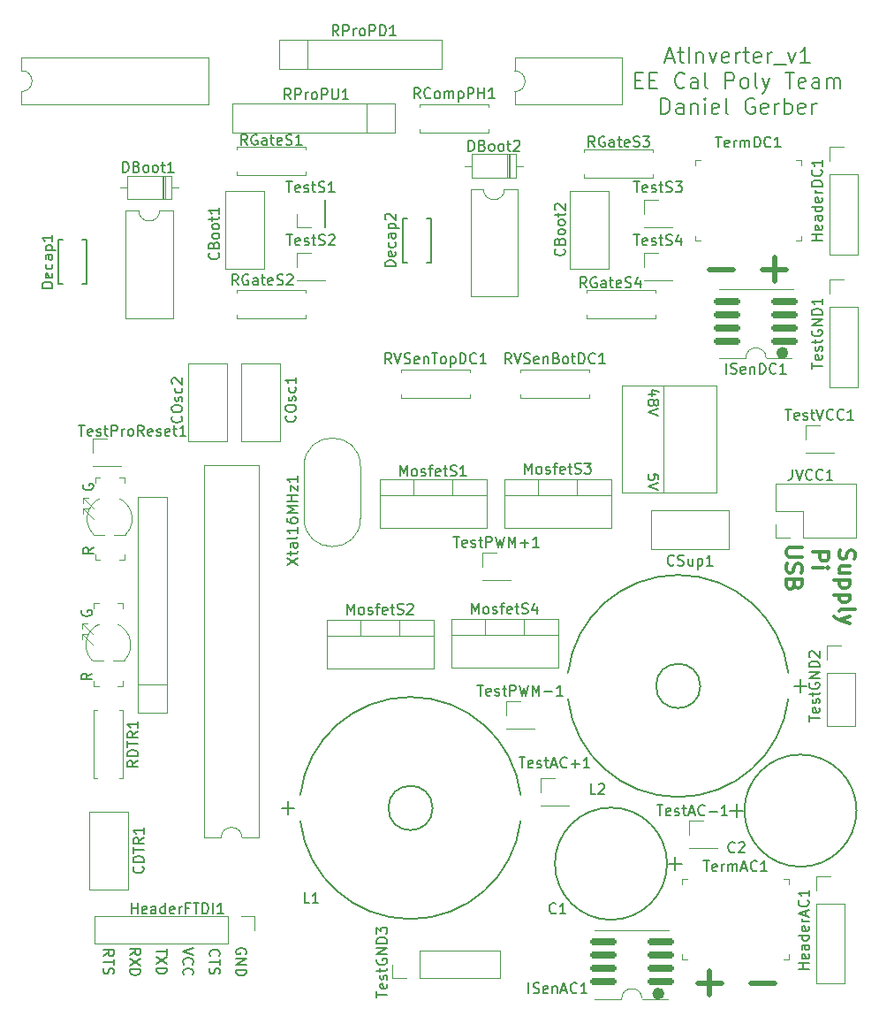
<source format=gto>
G04 #@! TF.GenerationSoftware,KiCad,Pcbnew,7.0.1*
G04 #@! TF.CreationDate,2023-11-10T14:13:51-08:00*
G04 #@! TF.ProjectId,AtInverter_v1,4174496e-7665-4727-9465-725f76312e6b,v1*
G04 #@! TF.SameCoordinates,Original*
G04 #@! TF.FileFunction,Legend,Top*
G04 #@! TF.FilePolarity,Positive*
%FSLAX46Y46*%
G04 Gerber Fmt 4.6, Leading zero omitted, Abs format (unit mm)*
G04 Created by KiCad (PCBNEW 7.0.1) date 2023-11-10 14:13:51*
%MOMM*%
%LPD*%
G01*
G04 APERTURE LIST*
G04 Aperture macros list*
%AMRoundRect*
0 Rectangle with rounded corners*
0 $1 Rounding radius*
0 $2 $3 $4 $5 $6 $7 $8 $9 X,Y pos of 4 corners*
0 Add a 4 corners polygon primitive as box body*
4,1,4,$2,$3,$4,$5,$6,$7,$8,$9,$2,$3,0*
0 Add four circle primitives for the rounded corners*
1,1,$1+$1,$2,$3*
1,1,$1+$1,$4,$5*
1,1,$1+$1,$6,$7*
1,1,$1+$1,$8,$9*
0 Add four rect primitives between the rounded corners*
20,1,$1+$1,$2,$3,$4,$5,0*
20,1,$1+$1,$4,$5,$6,$7,0*
20,1,$1+$1,$6,$7,$8,$9,0*
20,1,$1+$1,$8,$9,$2,$3,0*%
G04 Aperture macros list end*
%ADD10C,0.152400*%
%ADD11C,0.304800*%
%ADD12C,0.150000*%
%ADD13C,0.500000*%
%ADD14C,0.120000*%
%ADD15C,0.568000*%
%ADD16C,0.100000*%
%ADD17C,1.371600*%
%ADD18R,1.700000X1.700000*%
%ADD19C,1.600000*%
%ADD20O,1.600000X1.600000*%
%ADD21C,2.565400*%
%ADD22R,1.905000X2.000000*%
%ADD23O,1.905000X2.000000*%
%ADD24O,1.700000X1.700000*%
%ADD25R,1.600000X1.600000*%
%ADD26RoundRect,0.150000X1.100000X0.150000X-1.100000X0.150000X-1.100000X-0.150000X1.100000X-0.150000X0*%
%ADD27C,2.100000*%
%ADD28R,1.600000X2.400000*%
%ADD29O,1.600000X2.400000*%
%ADD30R,2.400000X1.600000*%
%ADD31O,2.400000X1.600000*%
%ADD32C,1.500000*%
%ADD33R,2.500000X2.500000*%
%ADD34C,2.500000*%
%ADD35R,2.000000X1.905000*%
%ADD36O,2.000000X1.905000*%
G04 APERTURE END LIST*
D10*
X127727144Y-46095357D02*
X128441430Y-46095357D01*
X127584287Y-46523928D02*
X128084287Y-45023928D01*
X128084287Y-45023928D02*
X128584287Y-46523928D01*
X128870001Y-45523928D02*
X129441429Y-45523928D01*
X129084286Y-45023928D02*
X129084286Y-46309642D01*
X129084286Y-46309642D02*
X129155715Y-46452500D01*
X129155715Y-46452500D02*
X129298572Y-46523928D01*
X129298572Y-46523928D02*
X129441429Y-46523928D01*
X129941429Y-46523928D02*
X129941429Y-45023928D01*
X130655715Y-45523928D02*
X130655715Y-46523928D01*
X130655715Y-45666785D02*
X130727144Y-45595357D01*
X130727144Y-45595357D02*
X130870001Y-45523928D01*
X130870001Y-45523928D02*
X131084287Y-45523928D01*
X131084287Y-45523928D02*
X131227144Y-45595357D01*
X131227144Y-45595357D02*
X131298573Y-45738214D01*
X131298573Y-45738214D02*
X131298573Y-46523928D01*
X131870001Y-45523928D02*
X132227144Y-46523928D01*
X132227144Y-46523928D02*
X132584287Y-45523928D01*
X133727144Y-46452500D02*
X133584287Y-46523928D01*
X133584287Y-46523928D02*
X133298573Y-46523928D01*
X133298573Y-46523928D02*
X133155715Y-46452500D01*
X133155715Y-46452500D02*
X133084287Y-46309642D01*
X133084287Y-46309642D02*
X133084287Y-45738214D01*
X133084287Y-45738214D02*
X133155715Y-45595357D01*
X133155715Y-45595357D02*
X133298573Y-45523928D01*
X133298573Y-45523928D02*
X133584287Y-45523928D01*
X133584287Y-45523928D02*
X133727144Y-45595357D01*
X133727144Y-45595357D02*
X133798573Y-45738214D01*
X133798573Y-45738214D02*
X133798573Y-45881071D01*
X133798573Y-45881071D02*
X133084287Y-46023928D01*
X134441429Y-46523928D02*
X134441429Y-45523928D01*
X134441429Y-45809642D02*
X134512858Y-45666785D01*
X134512858Y-45666785D02*
X134584287Y-45595357D01*
X134584287Y-45595357D02*
X134727144Y-45523928D01*
X134727144Y-45523928D02*
X134870001Y-45523928D01*
X135155715Y-45523928D02*
X135727143Y-45523928D01*
X135370000Y-45023928D02*
X135370000Y-46309642D01*
X135370000Y-46309642D02*
X135441429Y-46452500D01*
X135441429Y-46452500D02*
X135584286Y-46523928D01*
X135584286Y-46523928D02*
X135727143Y-46523928D01*
X136798572Y-46452500D02*
X136655715Y-46523928D01*
X136655715Y-46523928D02*
X136370001Y-46523928D01*
X136370001Y-46523928D02*
X136227143Y-46452500D01*
X136227143Y-46452500D02*
X136155715Y-46309642D01*
X136155715Y-46309642D02*
X136155715Y-45738214D01*
X136155715Y-45738214D02*
X136227143Y-45595357D01*
X136227143Y-45595357D02*
X136370001Y-45523928D01*
X136370001Y-45523928D02*
X136655715Y-45523928D01*
X136655715Y-45523928D02*
X136798572Y-45595357D01*
X136798572Y-45595357D02*
X136870001Y-45738214D01*
X136870001Y-45738214D02*
X136870001Y-45881071D01*
X136870001Y-45881071D02*
X136155715Y-46023928D01*
X137512857Y-46523928D02*
X137512857Y-45523928D01*
X137512857Y-45809642D02*
X137584286Y-45666785D01*
X137584286Y-45666785D02*
X137655715Y-45595357D01*
X137655715Y-45595357D02*
X137798572Y-45523928D01*
X137798572Y-45523928D02*
X137941429Y-45523928D01*
X138084286Y-46666785D02*
X139227143Y-46666785D01*
X139441428Y-45523928D02*
X139798571Y-46523928D01*
X139798571Y-46523928D02*
X140155714Y-45523928D01*
X141512857Y-46523928D02*
X140655714Y-46523928D01*
X141084285Y-46523928D02*
X141084285Y-45023928D01*
X141084285Y-45023928D02*
X140941428Y-45238214D01*
X140941428Y-45238214D02*
X140798571Y-45381071D01*
X140798571Y-45381071D02*
X140655714Y-45452500D01*
X124798571Y-48168214D02*
X125298571Y-48168214D01*
X125512857Y-48953928D02*
X124798571Y-48953928D01*
X124798571Y-48953928D02*
X124798571Y-47453928D01*
X124798571Y-47453928D02*
X125512857Y-47453928D01*
X126155714Y-48168214D02*
X126655714Y-48168214D01*
X126870000Y-48953928D02*
X126155714Y-48953928D01*
X126155714Y-48953928D02*
X126155714Y-47453928D01*
X126155714Y-47453928D02*
X126870000Y-47453928D01*
X129512857Y-48811071D02*
X129441429Y-48882500D01*
X129441429Y-48882500D02*
X129227143Y-48953928D01*
X129227143Y-48953928D02*
X129084286Y-48953928D01*
X129084286Y-48953928D02*
X128870000Y-48882500D01*
X128870000Y-48882500D02*
X128727143Y-48739642D01*
X128727143Y-48739642D02*
X128655714Y-48596785D01*
X128655714Y-48596785D02*
X128584286Y-48311071D01*
X128584286Y-48311071D02*
X128584286Y-48096785D01*
X128584286Y-48096785D02*
X128655714Y-47811071D01*
X128655714Y-47811071D02*
X128727143Y-47668214D01*
X128727143Y-47668214D02*
X128870000Y-47525357D01*
X128870000Y-47525357D02*
X129084286Y-47453928D01*
X129084286Y-47453928D02*
X129227143Y-47453928D01*
X129227143Y-47453928D02*
X129441429Y-47525357D01*
X129441429Y-47525357D02*
X129512857Y-47596785D01*
X130798572Y-48953928D02*
X130798572Y-48168214D01*
X130798572Y-48168214D02*
X130727143Y-48025357D01*
X130727143Y-48025357D02*
X130584286Y-47953928D01*
X130584286Y-47953928D02*
X130298572Y-47953928D01*
X130298572Y-47953928D02*
X130155714Y-48025357D01*
X130798572Y-48882500D02*
X130655714Y-48953928D01*
X130655714Y-48953928D02*
X130298572Y-48953928D01*
X130298572Y-48953928D02*
X130155714Y-48882500D01*
X130155714Y-48882500D02*
X130084286Y-48739642D01*
X130084286Y-48739642D02*
X130084286Y-48596785D01*
X130084286Y-48596785D02*
X130155714Y-48453928D01*
X130155714Y-48453928D02*
X130298572Y-48382500D01*
X130298572Y-48382500D02*
X130655714Y-48382500D01*
X130655714Y-48382500D02*
X130798572Y-48311071D01*
X131727143Y-48953928D02*
X131584286Y-48882500D01*
X131584286Y-48882500D02*
X131512857Y-48739642D01*
X131512857Y-48739642D02*
X131512857Y-47453928D01*
X133441428Y-48953928D02*
X133441428Y-47453928D01*
X133441428Y-47453928D02*
X134012857Y-47453928D01*
X134012857Y-47453928D02*
X134155714Y-47525357D01*
X134155714Y-47525357D02*
X134227143Y-47596785D01*
X134227143Y-47596785D02*
X134298571Y-47739642D01*
X134298571Y-47739642D02*
X134298571Y-47953928D01*
X134298571Y-47953928D02*
X134227143Y-48096785D01*
X134227143Y-48096785D02*
X134155714Y-48168214D01*
X134155714Y-48168214D02*
X134012857Y-48239642D01*
X134012857Y-48239642D02*
X133441428Y-48239642D01*
X135155714Y-48953928D02*
X135012857Y-48882500D01*
X135012857Y-48882500D02*
X134941428Y-48811071D01*
X134941428Y-48811071D02*
X134870000Y-48668214D01*
X134870000Y-48668214D02*
X134870000Y-48239642D01*
X134870000Y-48239642D02*
X134941428Y-48096785D01*
X134941428Y-48096785D02*
X135012857Y-48025357D01*
X135012857Y-48025357D02*
X135155714Y-47953928D01*
X135155714Y-47953928D02*
X135370000Y-47953928D01*
X135370000Y-47953928D02*
X135512857Y-48025357D01*
X135512857Y-48025357D02*
X135584286Y-48096785D01*
X135584286Y-48096785D02*
X135655714Y-48239642D01*
X135655714Y-48239642D02*
X135655714Y-48668214D01*
X135655714Y-48668214D02*
X135584286Y-48811071D01*
X135584286Y-48811071D02*
X135512857Y-48882500D01*
X135512857Y-48882500D02*
X135370000Y-48953928D01*
X135370000Y-48953928D02*
X135155714Y-48953928D01*
X136512857Y-48953928D02*
X136370000Y-48882500D01*
X136370000Y-48882500D02*
X136298571Y-48739642D01*
X136298571Y-48739642D02*
X136298571Y-47453928D01*
X136941428Y-47953928D02*
X137298571Y-48953928D01*
X137655714Y-47953928D02*
X137298571Y-48953928D01*
X137298571Y-48953928D02*
X137155714Y-49311071D01*
X137155714Y-49311071D02*
X137084285Y-49382500D01*
X137084285Y-49382500D02*
X136941428Y-49453928D01*
X139155714Y-47453928D02*
X140012857Y-47453928D01*
X139584285Y-48953928D02*
X139584285Y-47453928D01*
X141084285Y-48882500D02*
X140941428Y-48953928D01*
X140941428Y-48953928D02*
X140655714Y-48953928D01*
X140655714Y-48953928D02*
X140512856Y-48882500D01*
X140512856Y-48882500D02*
X140441428Y-48739642D01*
X140441428Y-48739642D02*
X140441428Y-48168214D01*
X140441428Y-48168214D02*
X140512856Y-48025357D01*
X140512856Y-48025357D02*
X140655714Y-47953928D01*
X140655714Y-47953928D02*
X140941428Y-47953928D01*
X140941428Y-47953928D02*
X141084285Y-48025357D01*
X141084285Y-48025357D02*
X141155714Y-48168214D01*
X141155714Y-48168214D02*
X141155714Y-48311071D01*
X141155714Y-48311071D02*
X140441428Y-48453928D01*
X142441428Y-48953928D02*
X142441428Y-48168214D01*
X142441428Y-48168214D02*
X142369999Y-48025357D01*
X142369999Y-48025357D02*
X142227142Y-47953928D01*
X142227142Y-47953928D02*
X141941428Y-47953928D01*
X141941428Y-47953928D02*
X141798570Y-48025357D01*
X142441428Y-48882500D02*
X142298570Y-48953928D01*
X142298570Y-48953928D02*
X141941428Y-48953928D01*
X141941428Y-48953928D02*
X141798570Y-48882500D01*
X141798570Y-48882500D02*
X141727142Y-48739642D01*
X141727142Y-48739642D02*
X141727142Y-48596785D01*
X141727142Y-48596785D02*
X141798570Y-48453928D01*
X141798570Y-48453928D02*
X141941428Y-48382500D01*
X141941428Y-48382500D02*
X142298570Y-48382500D01*
X142298570Y-48382500D02*
X142441428Y-48311071D01*
X143155713Y-48953928D02*
X143155713Y-47953928D01*
X143155713Y-48096785D02*
X143227142Y-48025357D01*
X143227142Y-48025357D02*
X143369999Y-47953928D01*
X143369999Y-47953928D02*
X143584285Y-47953928D01*
X143584285Y-47953928D02*
X143727142Y-48025357D01*
X143727142Y-48025357D02*
X143798571Y-48168214D01*
X143798571Y-48168214D02*
X143798571Y-48953928D01*
X143798571Y-48168214D02*
X143869999Y-48025357D01*
X143869999Y-48025357D02*
X144012856Y-47953928D01*
X144012856Y-47953928D02*
X144227142Y-47953928D01*
X144227142Y-47953928D02*
X144369999Y-48025357D01*
X144369999Y-48025357D02*
X144441428Y-48168214D01*
X144441428Y-48168214D02*
X144441428Y-48953928D01*
X127262857Y-51383928D02*
X127262857Y-49883928D01*
X127262857Y-49883928D02*
X127620000Y-49883928D01*
X127620000Y-49883928D02*
X127834286Y-49955357D01*
X127834286Y-49955357D02*
X127977143Y-50098214D01*
X127977143Y-50098214D02*
X128048572Y-50241071D01*
X128048572Y-50241071D02*
X128120000Y-50526785D01*
X128120000Y-50526785D02*
X128120000Y-50741071D01*
X128120000Y-50741071D02*
X128048572Y-51026785D01*
X128048572Y-51026785D02*
X127977143Y-51169642D01*
X127977143Y-51169642D02*
X127834286Y-51312500D01*
X127834286Y-51312500D02*
X127620000Y-51383928D01*
X127620000Y-51383928D02*
X127262857Y-51383928D01*
X129405715Y-51383928D02*
X129405715Y-50598214D01*
X129405715Y-50598214D02*
X129334286Y-50455357D01*
X129334286Y-50455357D02*
X129191429Y-50383928D01*
X129191429Y-50383928D02*
X128905715Y-50383928D01*
X128905715Y-50383928D02*
X128762857Y-50455357D01*
X129405715Y-51312500D02*
X129262857Y-51383928D01*
X129262857Y-51383928D02*
X128905715Y-51383928D01*
X128905715Y-51383928D02*
X128762857Y-51312500D01*
X128762857Y-51312500D02*
X128691429Y-51169642D01*
X128691429Y-51169642D02*
X128691429Y-51026785D01*
X128691429Y-51026785D02*
X128762857Y-50883928D01*
X128762857Y-50883928D02*
X128905715Y-50812500D01*
X128905715Y-50812500D02*
X129262857Y-50812500D01*
X129262857Y-50812500D02*
X129405715Y-50741071D01*
X130120000Y-50383928D02*
X130120000Y-51383928D01*
X130120000Y-50526785D02*
X130191429Y-50455357D01*
X130191429Y-50455357D02*
X130334286Y-50383928D01*
X130334286Y-50383928D02*
X130548572Y-50383928D01*
X130548572Y-50383928D02*
X130691429Y-50455357D01*
X130691429Y-50455357D02*
X130762858Y-50598214D01*
X130762858Y-50598214D02*
X130762858Y-51383928D01*
X131477143Y-51383928D02*
X131477143Y-50383928D01*
X131477143Y-49883928D02*
X131405715Y-49955357D01*
X131405715Y-49955357D02*
X131477143Y-50026785D01*
X131477143Y-50026785D02*
X131548572Y-49955357D01*
X131548572Y-49955357D02*
X131477143Y-49883928D01*
X131477143Y-49883928D02*
X131477143Y-50026785D01*
X132762858Y-51312500D02*
X132620001Y-51383928D01*
X132620001Y-51383928D02*
X132334287Y-51383928D01*
X132334287Y-51383928D02*
X132191429Y-51312500D01*
X132191429Y-51312500D02*
X132120001Y-51169642D01*
X132120001Y-51169642D02*
X132120001Y-50598214D01*
X132120001Y-50598214D02*
X132191429Y-50455357D01*
X132191429Y-50455357D02*
X132334287Y-50383928D01*
X132334287Y-50383928D02*
X132620001Y-50383928D01*
X132620001Y-50383928D02*
X132762858Y-50455357D01*
X132762858Y-50455357D02*
X132834287Y-50598214D01*
X132834287Y-50598214D02*
X132834287Y-50741071D01*
X132834287Y-50741071D02*
X132120001Y-50883928D01*
X133691429Y-51383928D02*
X133548572Y-51312500D01*
X133548572Y-51312500D02*
X133477143Y-51169642D01*
X133477143Y-51169642D02*
X133477143Y-49883928D01*
X136191429Y-49955357D02*
X136048572Y-49883928D01*
X136048572Y-49883928D02*
X135834286Y-49883928D01*
X135834286Y-49883928D02*
X135620000Y-49955357D01*
X135620000Y-49955357D02*
X135477143Y-50098214D01*
X135477143Y-50098214D02*
X135405714Y-50241071D01*
X135405714Y-50241071D02*
X135334286Y-50526785D01*
X135334286Y-50526785D02*
X135334286Y-50741071D01*
X135334286Y-50741071D02*
X135405714Y-51026785D01*
X135405714Y-51026785D02*
X135477143Y-51169642D01*
X135477143Y-51169642D02*
X135620000Y-51312500D01*
X135620000Y-51312500D02*
X135834286Y-51383928D01*
X135834286Y-51383928D02*
X135977143Y-51383928D01*
X135977143Y-51383928D02*
X136191429Y-51312500D01*
X136191429Y-51312500D02*
X136262857Y-51241071D01*
X136262857Y-51241071D02*
X136262857Y-50741071D01*
X136262857Y-50741071D02*
X135977143Y-50741071D01*
X137477143Y-51312500D02*
X137334286Y-51383928D01*
X137334286Y-51383928D02*
X137048572Y-51383928D01*
X137048572Y-51383928D02*
X136905714Y-51312500D01*
X136905714Y-51312500D02*
X136834286Y-51169642D01*
X136834286Y-51169642D02*
X136834286Y-50598214D01*
X136834286Y-50598214D02*
X136905714Y-50455357D01*
X136905714Y-50455357D02*
X137048572Y-50383928D01*
X137048572Y-50383928D02*
X137334286Y-50383928D01*
X137334286Y-50383928D02*
X137477143Y-50455357D01*
X137477143Y-50455357D02*
X137548572Y-50598214D01*
X137548572Y-50598214D02*
X137548572Y-50741071D01*
X137548572Y-50741071D02*
X136834286Y-50883928D01*
X138191428Y-51383928D02*
X138191428Y-50383928D01*
X138191428Y-50669642D02*
X138262857Y-50526785D01*
X138262857Y-50526785D02*
X138334286Y-50455357D01*
X138334286Y-50455357D02*
X138477143Y-50383928D01*
X138477143Y-50383928D02*
X138620000Y-50383928D01*
X139119999Y-51383928D02*
X139119999Y-49883928D01*
X139119999Y-50455357D02*
X139262857Y-50383928D01*
X139262857Y-50383928D02*
X139548571Y-50383928D01*
X139548571Y-50383928D02*
X139691428Y-50455357D01*
X139691428Y-50455357D02*
X139762857Y-50526785D01*
X139762857Y-50526785D02*
X139834285Y-50669642D01*
X139834285Y-50669642D02*
X139834285Y-51098214D01*
X139834285Y-51098214D02*
X139762857Y-51241071D01*
X139762857Y-51241071D02*
X139691428Y-51312500D01*
X139691428Y-51312500D02*
X139548571Y-51383928D01*
X139548571Y-51383928D02*
X139262857Y-51383928D01*
X139262857Y-51383928D02*
X139119999Y-51312500D01*
X141048571Y-51312500D02*
X140905714Y-51383928D01*
X140905714Y-51383928D02*
X140620000Y-51383928D01*
X140620000Y-51383928D02*
X140477142Y-51312500D01*
X140477142Y-51312500D02*
X140405714Y-51169642D01*
X140405714Y-51169642D02*
X140405714Y-50598214D01*
X140405714Y-50598214D02*
X140477142Y-50455357D01*
X140477142Y-50455357D02*
X140620000Y-50383928D01*
X140620000Y-50383928D02*
X140905714Y-50383928D01*
X140905714Y-50383928D02*
X141048571Y-50455357D01*
X141048571Y-50455357D02*
X141120000Y-50598214D01*
X141120000Y-50598214D02*
X141120000Y-50741071D01*
X141120000Y-50741071D02*
X140405714Y-50883928D01*
X141762856Y-51383928D02*
X141762856Y-50383928D01*
X141762856Y-50669642D02*
X141834285Y-50526785D01*
X141834285Y-50526785D02*
X141905714Y-50455357D01*
X141905714Y-50455357D02*
X142048571Y-50383928D01*
X142048571Y-50383928D02*
X142191428Y-50383928D01*
D11*
X144401540Y-93163571D02*
X144328968Y-93381286D01*
X144328968Y-93381286D02*
X144328968Y-93744143D01*
X144328968Y-93744143D02*
X144401540Y-93889286D01*
X144401540Y-93889286D02*
X144474111Y-93961857D01*
X144474111Y-93961857D02*
X144619254Y-94034428D01*
X144619254Y-94034428D02*
X144764397Y-94034428D01*
X144764397Y-94034428D02*
X144909540Y-93961857D01*
X144909540Y-93961857D02*
X144982111Y-93889286D01*
X144982111Y-93889286D02*
X145054682Y-93744143D01*
X145054682Y-93744143D02*
X145127254Y-93453857D01*
X145127254Y-93453857D02*
X145199825Y-93308714D01*
X145199825Y-93308714D02*
X145272397Y-93236143D01*
X145272397Y-93236143D02*
X145417540Y-93163571D01*
X145417540Y-93163571D02*
X145562682Y-93163571D01*
X145562682Y-93163571D02*
X145707825Y-93236143D01*
X145707825Y-93236143D02*
X145780397Y-93308714D01*
X145780397Y-93308714D02*
X145852968Y-93453857D01*
X145852968Y-93453857D02*
X145852968Y-93816714D01*
X145852968Y-93816714D02*
X145780397Y-94034428D01*
X145344968Y-95340715D02*
X144328968Y-95340715D01*
X145344968Y-94687572D02*
X144546682Y-94687572D01*
X144546682Y-94687572D02*
X144401540Y-94760143D01*
X144401540Y-94760143D02*
X144328968Y-94905286D01*
X144328968Y-94905286D02*
X144328968Y-95123000D01*
X144328968Y-95123000D02*
X144401540Y-95268143D01*
X144401540Y-95268143D02*
X144474111Y-95340715D01*
X145344968Y-96066429D02*
X143820968Y-96066429D01*
X145272397Y-96066429D02*
X145344968Y-96211572D01*
X145344968Y-96211572D02*
X145344968Y-96501857D01*
X145344968Y-96501857D02*
X145272397Y-96647000D01*
X145272397Y-96647000D02*
X145199825Y-96719572D01*
X145199825Y-96719572D02*
X145054682Y-96792143D01*
X145054682Y-96792143D02*
X144619254Y-96792143D01*
X144619254Y-96792143D02*
X144474111Y-96719572D01*
X144474111Y-96719572D02*
X144401540Y-96647000D01*
X144401540Y-96647000D02*
X144328968Y-96501857D01*
X144328968Y-96501857D02*
X144328968Y-96211572D01*
X144328968Y-96211572D02*
X144401540Y-96066429D01*
X145344968Y-97445286D02*
X143820968Y-97445286D01*
X145272397Y-97445286D02*
X145344968Y-97590429D01*
X145344968Y-97590429D02*
X145344968Y-97880714D01*
X145344968Y-97880714D02*
X145272397Y-98025857D01*
X145272397Y-98025857D02*
X145199825Y-98098429D01*
X145199825Y-98098429D02*
X145054682Y-98171000D01*
X145054682Y-98171000D02*
X144619254Y-98171000D01*
X144619254Y-98171000D02*
X144474111Y-98098429D01*
X144474111Y-98098429D02*
X144401540Y-98025857D01*
X144401540Y-98025857D02*
X144328968Y-97880714D01*
X144328968Y-97880714D02*
X144328968Y-97590429D01*
X144328968Y-97590429D02*
X144401540Y-97445286D01*
X144328968Y-99041857D02*
X144401540Y-98896714D01*
X144401540Y-98896714D02*
X144546682Y-98824143D01*
X144546682Y-98824143D02*
X145852968Y-98824143D01*
X145344968Y-99477286D02*
X144328968Y-99840143D01*
X145344968Y-100203000D02*
X144328968Y-99840143D01*
X144328968Y-99840143D02*
X143966111Y-99695000D01*
X143966111Y-99695000D02*
X143893540Y-99622429D01*
X143893540Y-99622429D02*
X143820968Y-99477286D01*
X140772968Y-92945857D02*
X139539254Y-92945857D01*
X139539254Y-92945857D02*
X139394111Y-93018428D01*
X139394111Y-93018428D02*
X139321540Y-93091000D01*
X139321540Y-93091000D02*
X139248968Y-93236142D01*
X139248968Y-93236142D02*
X139248968Y-93526428D01*
X139248968Y-93526428D02*
X139321540Y-93671571D01*
X139321540Y-93671571D02*
X139394111Y-93744142D01*
X139394111Y-93744142D02*
X139539254Y-93816714D01*
X139539254Y-93816714D02*
X140772968Y-93816714D01*
X139321540Y-94469856D02*
X139248968Y-94687571D01*
X139248968Y-94687571D02*
X139248968Y-95050428D01*
X139248968Y-95050428D02*
X139321540Y-95195571D01*
X139321540Y-95195571D02*
X139394111Y-95268142D01*
X139394111Y-95268142D02*
X139539254Y-95340713D01*
X139539254Y-95340713D02*
X139684397Y-95340713D01*
X139684397Y-95340713D02*
X139829540Y-95268142D01*
X139829540Y-95268142D02*
X139902111Y-95195571D01*
X139902111Y-95195571D02*
X139974682Y-95050428D01*
X139974682Y-95050428D02*
X140047254Y-94760142D01*
X140047254Y-94760142D02*
X140119825Y-94614999D01*
X140119825Y-94614999D02*
X140192397Y-94542428D01*
X140192397Y-94542428D02*
X140337540Y-94469856D01*
X140337540Y-94469856D02*
X140482682Y-94469856D01*
X140482682Y-94469856D02*
X140627825Y-94542428D01*
X140627825Y-94542428D02*
X140700397Y-94614999D01*
X140700397Y-94614999D02*
X140772968Y-94760142D01*
X140772968Y-94760142D02*
X140772968Y-95122999D01*
X140772968Y-95122999D02*
X140700397Y-95340713D01*
X140047254Y-96501857D02*
X139974682Y-96719571D01*
X139974682Y-96719571D02*
X139902111Y-96792142D01*
X139902111Y-96792142D02*
X139756968Y-96864714D01*
X139756968Y-96864714D02*
X139539254Y-96864714D01*
X139539254Y-96864714D02*
X139394111Y-96792142D01*
X139394111Y-96792142D02*
X139321540Y-96719571D01*
X139321540Y-96719571D02*
X139248968Y-96574428D01*
X139248968Y-96574428D02*
X139248968Y-95993857D01*
X139248968Y-95993857D02*
X140772968Y-95993857D01*
X140772968Y-95993857D02*
X140772968Y-96501857D01*
X140772968Y-96501857D02*
X140700397Y-96647000D01*
X140700397Y-96647000D02*
X140627825Y-96719571D01*
X140627825Y-96719571D02*
X140482682Y-96792142D01*
X140482682Y-96792142D02*
X140337540Y-96792142D01*
X140337540Y-96792142D02*
X140192397Y-96719571D01*
X140192397Y-96719571D02*
X140119825Y-96647000D01*
X140119825Y-96647000D02*
X140047254Y-96501857D01*
X140047254Y-96501857D02*
X140047254Y-95993857D01*
X141788968Y-93345000D02*
X143312968Y-93345000D01*
X143312968Y-93345000D02*
X143312968Y-93925571D01*
X143312968Y-93925571D02*
X143240397Y-94070714D01*
X143240397Y-94070714D02*
X143167825Y-94143285D01*
X143167825Y-94143285D02*
X143022682Y-94215857D01*
X143022682Y-94215857D02*
X142804968Y-94215857D01*
X142804968Y-94215857D02*
X142659825Y-94143285D01*
X142659825Y-94143285D02*
X142587254Y-94070714D01*
X142587254Y-94070714D02*
X142514682Y-93925571D01*
X142514682Y-93925571D02*
X142514682Y-93345000D01*
X141788968Y-94869000D02*
X142804968Y-94869000D01*
X143312968Y-94869000D02*
X143240397Y-94796428D01*
X143240397Y-94796428D02*
X143167825Y-94869000D01*
X143167825Y-94869000D02*
X143240397Y-94941571D01*
X143240397Y-94941571D02*
X143312968Y-94869000D01*
X143312968Y-94869000D02*
X143167825Y-94869000D01*
D12*
X68941019Y-68057399D02*
X67941019Y-68057399D01*
X67941019Y-68057399D02*
X67941019Y-67819304D01*
X67941019Y-67819304D02*
X67988638Y-67676447D01*
X67988638Y-67676447D02*
X68083876Y-67581209D01*
X68083876Y-67581209D02*
X68179114Y-67533590D01*
X68179114Y-67533590D02*
X68369590Y-67485971D01*
X68369590Y-67485971D02*
X68512447Y-67485971D01*
X68512447Y-67485971D02*
X68702923Y-67533590D01*
X68702923Y-67533590D02*
X68798161Y-67581209D01*
X68798161Y-67581209D02*
X68893400Y-67676447D01*
X68893400Y-67676447D02*
X68941019Y-67819304D01*
X68941019Y-67819304D02*
X68941019Y-68057399D01*
X68893400Y-66676447D02*
X68941019Y-66771685D01*
X68941019Y-66771685D02*
X68941019Y-66962161D01*
X68941019Y-66962161D02*
X68893400Y-67057399D01*
X68893400Y-67057399D02*
X68798161Y-67105018D01*
X68798161Y-67105018D02*
X68417209Y-67105018D01*
X68417209Y-67105018D02*
X68321971Y-67057399D01*
X68321971Y-67057399D02*
X68274352Y-66962161D01*
X68274352Y-66962161D02*
X68274352Y-66771685D01*
X68274352Y-66771685D02*
X68321971Y-66676447D01*
X68321971Y-66676447D02*
X68417209Y-66628828D01*
X68417209Y-66628828D02*
X68512447Y-66628828D01*
X68512447Y-66628828D02*
X68607685Y-67105018D01*
X68893400Y-65771685D02*
X68941019Y-65866923D01*
X68941019Y-65866923D02*
X68941019Y-66057399D01*
X68941019Y-66057399D02*
X68893400Y-66152637D01*
X68893400Y-66152637D02*
X68845780Y-66200256D01*
X68845780Y-66200256D02*
X68750542Y-66247875D01*
X68750542Y-66247875D02*
X68464828Y-66247875D01*
X68464828Y-66247875D02*
X68369590Y-66200256D01*
X68369590Y-66200256D02*
X68321971Y-66152637D01*
X68321971Y-66152637D02*
X68274352Y-66057399D01*
X68274352Y-66057399D02*
X68274352Y-65866923D01*
X68274352Y-65866923D02*
X68321971Y-65771685D01*
X68941019Y-64914542D02*
X68417209Y-64914542D01*
X68417209Y-64914542D02*
X68321971Y-64962161D01*
X68321971Y-64962161D02*
X68274352Y-65057399D01*
X68274352Y-65057399D02*
X68274352Y-65247875D01*
X68274352Y-65247875D02*
X68321971Y-65343113D01*
X68893400Y-64914542D02*
X68941019Y-65009780D01*
X68941019Y-65009780D02*
X68941019Y-65247875D01*
X68941019Y-65247875D02*
X68893400Y-65343113D01*
X68893400Y-65343113D02*
X68798161Y-65390732D01*
X68798161Y-65390732D02*
X68702923Y-65390732D01*
X68702923Y-65390732D02*
X68607685Y-65343113D01*
X68607685Y-65343113D02*
X68560066Y-65247875D01*
X68560066Y-65247875D02*
X68560066Y-65009780D01*
X68560066Y-65009780D02*
X68512447Y-64914542D01*
X68274352Y-64438351D02*
X69274352Y-64438351D01*
X68321971Y-64438351D02*
X68274352Y-64343113D01*
X68274352Y-64343113D02*
X68274352Y-64152637D01*
X68274352Y-64152637D02*
X68321971Y-64057399D01*
X68321971Y-64057399D02*
X68369590Y-64009780D01*
X68369590Y-64009780D02*
X68464828Y-63962161D01*
X68464828Y-63962161D02*
X68750542Y-63962161D01*
X68750542Y-63962161D02*
X68845780Y-64009780D01*
X68845780Y-64009780D02*
X68893400Y-64057399D01*
X68893400Y-64057399D02*
X68941019Y-64152637D01*
X68941019Y-64152637D02*
X68941019Y-64343113D01*
X68941019Y-64343113D02*
X68893400Y-64438351D01*
X68941019Y-63009780D02*
X68941019Y-63581208D01*
X68941019Y-63295494D02*
X67941019Y-63295494D01*
X67941019Y-63295494D02*
X68083876Y-63390732D01*
X68083876Y-63390732D02*
X68179114Y-63485970D01*
X68179114Y-63485970D02*
X68226733Y-63581208D01*
X113665428Y-113000619D02*
X114236856Y-113000619D01*
X113951142Y-114000619D02*
X113951142Y-113000619D01*
X114951142Y-113953000D02*
X114855904Y-114000619D01*
X114855904Y-114000619D02*
X114665428Y-114000619D01*
X114665428Y-114000619D02*
X114570190Y-113953000D01*
X114570190Y-113953000D02*
X114522571Y-113857761D01*
X114522571Y-113857761D02*
X114522571Y-113476809D01*
X114522571Y-113476809D02*
X114570190Y-113381571D01*
X114570190Y-113381571D02*
X114665428Y-113333952D01*
X114665428Y-113333952D02*
X114855904Y-113333952D01*
X114855904Y-113333952D02*
X114951142Y-113381571D01*
X114951142Y-113381571D02*
X114998761Y-113476809D01*
X114998761Y-113476809D02*
X114998761Y-113572047D01*
X114998761Y-113572047D02*
X114522571Y-113667285D01*
X115379714Y-113953000D02*
X115474952Y-114000619D01*
X115474952Y-114000619D02*
X115665428Y-114000619D01*
X115665428Y-114000619D02*
X115760666Y-113953000D01*
X115760666Y-113953000D02*
X115808285Y-113857761D01*
X115808285Y-113857761D02*
X115808285Y-113810142D01*
X115808285Y-113810142D02*
X115760666Y-113714904D01*
X115760666Y-113714904D02*
X115665428Y-113667285D01*
X115665428Y-113667285D02*
X115522571Y-113667285D01*
X115522571Y-113667285D02*
X115427333Y-113619666D01*
X115427333Y-113619666D02*
X115379714Y-113524428D01*
X115379714Y-113524428D02*
X115379714Y-113476809D01*
X115379714Y-113476809D02*
X115427333Y-113381571D01*
X115427333Y-113381571D02*
X115522571Y-113333952D01*
X115522571Y-113333952D02*
X115665428Y-113333952D01*
X115665428Y-113333952D02*
X115760666Y-113381571D01*
X116094000Y-113333952D02*
X116474952Y-113333952D01*
X116236857Y-113000619D02*
X116236857Y-113857761D01*
X116236857Y-113857761D02*
X116284476Y-113953000D01*
X116284476Y-113953000D02*
X116379714Y-114000619D01*
X116379714Y-114000619D02*
X116474952Y-114000619D01*
X116760667Y-113714904D02*
X117236857Y-113714904D01*
X116665429Y-114000619D02*
X116998762Y-113000619D01*
X116998762Y-113000619D02*
X117332095Y-114000619D01*
X118236857Y-113905380D02*
X118189238Y-113953000D01*
X118189238Y-113953000D02*
X118046381Y-114000619D01*
X118046381Y-114000619D02*
X117951143Y-114000619D01*
X117951143Y-114000619D02*
X117808286Y-113953000D01*
X117808286Y-113953000D02*
X117713048Y-113857761D01*
X117713048Y-113857761D02*
X117665429Y-113762523D01*
X117665429Y-113762523D02*
X117617810Y-113572047D01*
X117617810Y-113572047D02*
X117617810Y-113429190D01*
X117617810Y-113429190D02*
X117665429Y-113238714D01*
X117665429Y-113238714D02*
X117713048Y-113143476D01*
X117713048Y-113143476D02*
X117808286Y-113048238D01*
X117808286Y-113048238D02*
X117951143Y-113000619D01*
X117951143Y-113000619D02*
X118046381Y-113000619D01*
X118046381Y-113000619D02*
X118189238Y-113048238D01*
X118189238Y-113048238D02*
X118236857Y-113095857D01*
X118665429Y-113619666D02*
X119427334Y-113619666D01*
X119046381Y-114000619D02*
X119046381Y-113238714D01*
X120427333Y-114000619D02*
X119855905Y-114000619D01*
X120141619Y-114000619D02*
X120141619Y-113000619D01*
X120141619Y-113000619D02*
X120046381Y-113143476D01*
X120046381Y-113143476D02*
X119951143Y-113238714D01*
X119951143Y-113238714D02*
X119855905Y-113286333D01*
X77127619Y-113307619D02*
X76651428Y-113640952D01*
X77127619Y-113879047D02*
X76127619Y-113879047D01*
X76127619Y-113879047D02*
X76127619Y-113498095D01*
X76127619Y-113498095D02*
X76175238Y-113402857D01*
X76175238Y-113402857D02*
X76222857Y-113355238D01*
X76222857Y-113355238D02*
X76318095Y-113307619D01*
X76318095Y-113307619D02*
X76460952Y-113307619D01*
X76460952Y-113307619D02*
X76556190Y-113355238D01*
X76556190Y-113355238D02*
X76603809Y-113402857D01*
X76603809Y-113402857D02*
X76651428Y-113498095D01*
X76651428Y-113498095D02*
X76651428Y-113879047D01*
X77127619Y-112879047D02*
X76127619Y-112879047D01*
X76127619Y-112879047D02*
X76127619Y-112640952D01*
X76127619Y-112640952D02*
X76175238Y-112498095D01*
X76175238Y-112498095D02*
X76270476Y-112402857D01*
X76270476Y-112402857D02*
X76365714Y-112355238D01*
X76365714Y-112355238D02*
X76556190Y-112307619D01*
X76556190Y-112307619D02*
X76699047Y-112307619D01*
X76699047Y-112307619D02*
X76889523Y-112355238D01*
X76889523Y-112355238D02*
X76984761Y-112402857D01*
X76984761Y-112402857D02*
X77080000Y-112498095D01*
X77080000Y-112498095D02*
X77127619Y-112640952D01*
X77127619Y-112640952D02*
X77127619Y-112879047D01*
X76127619Y-112021904D02*
X76127619Y-111450476D01*
X77127619Y-111736190D02*
X76127619Y-111736190D01*
X77127619Y-110545714D02*
X76651428Y-110879047D01*
X77127619Y-111117142D02*
X76127619Y-111117142D01*
X76127619Y-111117142D02*
X76127619Y-110736190D01*
X76127619Y-110736190D02*
X76175238Y-110640952D01*
X76175238Y-110640952D02*
X76222857Y-110593333D01*
X76222857Y-110593333D02*
X76318095Y-110545714D01*
X76318095Y-110545714D02*
X76460952Y-110545714D01*
X76460952Y-110545714D02*
X76556190Y-110593333D01*
X76556190Y-110593333D02*
X76603809Y-110640952D01*
X76603809Y-110640952D02*
X76651428Y-110736190D01*
X76651428Y-110736190D02*
X76651428Y-111117142D01*
X77127619Y-109593333D02*
X77127619Y-110164761D01*
X77127619Y-109879047D02*
X76127619Y-109879047D01*
X76127619Y-109879047D02*
X76270476Y-109974285D01*
X76270476Y-109974285D02*
X76365714Y-110069523D01*
X76365714Y-110069523D02*
X76413333Y-110164761D01*
X120991333Y-116540619D02*
X120515143Y-116540619D01*
X120515143Y-116540619D02*
X120515143Y-115540619D01*
X121277048Y-115635857D02*
X121324667Y-115588238D01*
X121324667Y-115588238D02*
X121419905Y-115540619D01*
X121419905Y-115540619D02*
X121658000Y-115540619D01*
X121658000Y-115540619D02*
X121753238Y-115588238D01*
X121753238Y-115588238D02*
X121800857Y-115635857D01*
X121800857Y-115635857D02*
X121848476Y-115731095D01*
X121848476Y-115731095D02*
X121848476Y-115826333D01*
X121848476Y-115826333D02*
X121800857Y-115969190D01*
X121800857Y-115969190D02*
X121229429Y-116540619D01*
X121229429Y-116540619D02*
X121848476Y-116540619D01*
X114205142Y-85854619D02*
X114205142Y-84854619D01*
X114205142Y-84854619D02*
X114538475Y-85568904D01*
X114538475Y-85568904D02*
X114871808Y-84854619D01*
X114871808Y-84854619D02*
X114871808Y-85854619D01*
X115490856Y-85854619D02*
X115395618Y-85807000D01*
X115395618Y-85807000D02*
X115347999Y-85759380D01*
X115347999Y-85759380D02*
X115300380Y-85664142D01*
X115300380Y-85664142D02*
X115300380Y-85378428D01*
X115300380Y-85378428D02*
X115347999Y-85283190D01*
X115347999Y-85283190D02*
X115395618Y-85235571D01*
X115395618Y-85235571D02*
X115490856Y-85187952D01*
X115490856Y-85187952D02*
X115633713Y-85187952D01*
X115633713Y-85187952D02*
X115728951Y-85235571D01*
X115728951Y-85235571D02*
X115776570Y-85283190D01*
X115776570Y-85283190D02*
X115824189Y-85378428D01*
X115824189Y-85378428D02*
X115824189Y-85664142D01*
X115824189Y-85664142D02*
X115776570Y-85759380D01*
X115776570Y-85759380D02*
X115728951Y-85807000D01*
X115728951Y-85807000D02*
X115633713Y-85854619D01*
X115633713Y-85854619D02*
X115490856Y-85854619D01*
X116205142Y-85807000D02*
X116300380Y-85854619D01*
X116300380Y-85854619D02*
X116490856Y-85854619D01*
X116490856Y-85854619D02*
X116586094Y-85807000D01*
X116586094Y-85807000D02*
X116633713Y-85711761D01*
X116633713Y-85711761D02*
X116633713Y-85664142D01*
X116633713Y-85664142D02*
X116586094Y-85568904D01*
X116586094Y-85568904D02*
X116490856Y-85521285D01*
X116490856Y-85521285D02*
X116347999Y-85521285D01*
X116347999Y-85521285D02*
X116252761Y-85473666D01*
X116252761Y-85473666D02*
X116205142Y-85378428D01*
X116205142Y-85378428D02*
X116205142Y-85330809D01*
X116205142Y-85330809D02*
X116252761Y-85235571D01*
X116252761Y-85235571D02*
X116347999Y-85187952D01*
X116347999Y-85187952D02*
X116490856Y-85187952D01*
X116490856Y-85187952D02*
X116586094Y-85235571D01*
X116919428Y-85187952D02*
X117300380Y-85187952D01*
X117062285Y-85854619D02*
X117062285Y-84997476D01*
X117062285Y-84997476D02*
X117109904Y-84902238D01*
X117109904Y-84902238D02*
X117205142Y-84854619D01*
X117205142Y-84854619D02*
X117300380Y-84854619D01*
X118014666Y-85807000D02*
X117919428Y-85854619D01*
X117919428Y-85854619D02*
X117728952Y-85854619D01*
X117728952Y-85854619D02*
X117633714Y-85807000D01*
X117633714Y-85807000D02*
X117586095Y-85711761D01*
X117586095Y-85711761D02*
X117586095Y-85330809D01*
X117586095Y-85330809D02*
X117633714Y-85235571D01*
X117633714Y-85235571D02*
X117728952Y-85187952D01*
X117728952Y-85187952D02*
X117919428Y-85187952D01*
X117919428Y-85187952D02*
X118014666Y-85235571D01*
X118014666Y-85235571D02*
X118062285Y-85330809D01*
X118062285Y-85330809D02*
X118062285Y-85426047D01*
X118062285Y-85426047D02*
X117586095Y-85521285D01*
X118348000Y-85187952D02*
X118728952Y-85187952D01*
X118490857Y-84854619D02*
X118490857Y-85711761D01*
X118490857Y-85711761D02*
X118538476Y-85807000D01*
X118538476Y-85807000D02*
X118633714Y-85854619D01*
X118633714Y-85854619D02*
X118728952Y-85854619D01*
X119014667Y-85807000D02*
X119157524Y-85854619D01*
X119157524Y-85854619D02*
X119395619Y-85854619D01*
X119395619Y-85854619D02*
X119490857Y-85807000D01*
X119490857Y-85807000D02*
X119538476Y-85759380D01*
X119538476Y-85759380D02*
X119586095Y-85664142D01*
X119586095Y-85664142D02*
X119586095Y-85568904D01*
X119586095Y-85568904D02*
X119538476Y-85473666D01*
X119538476Y-85473666D02*
X119490857Y-85426047D01*
X119490857Y-85426047D02*
X119395619Y-85378428D01*
X119395619Y-85378428D02*
X119205143Y-85330809D01*
X119205143Y-85330809D02*
X119109905Y-85283190D01*
X119109905Y-85283190D02*
X119062286Y-85235571D01*
X119062286Y-85235571D02*
X119014667Y-85140333D01*
X119014667Y-85140333D02*
X119014667Y-85045095D01*
X119014667Y-85045095D02*
X119062286Y-84949857D01*
X119062286Y-84949857D02*
X119109905Y-84902238D01*
X119109905Y-84902238D02*
X119205143Y-84854619D01*
X119205143Y-84854619D02*
X119443238Y-84854619D01*
X119443238Y-84854619D02*
X119586095Y-84902238D01*
X119919429Y-84854619D02*
X120538476Y-84854619D01*
X120538476Y-84854619D02*
X120205143Y-85235571D01*
X120205143Y-85235571D02*
X120348000Y-85235571D01*
X120348000Y-85235571D02*
X120443238Y-85283190D01*
X120443238Y-85283190D02*
X120490857Y-85330809D01*
X120490857Y-85330809D02*
X120538476Y-85426047D01*
X120538476Y-85426047D02*
X120538476Y-85664142D01*
X120538476Y-85664142D02*
X120490857Y-85759380D01*
X120490857Y-85759380D02*
X120443238Y-85807000D01*
X120443238Y-85807000D02*
X120348000Y-85854619D01*
X120348000Y-85854619D02*
X120062286Y-85854619D01*
X120062286Y-85854619D02*
X119967048Y-85807000D01*
X119967048Y-85807000D02*
X119919429Y-85759380D01*
X120118475Y-68026619D02*
X119785142Y-67550428D01*
X119547047Y-68026619D02*
X119547047Y-67026619D01*
X119547047Y-67026619D02*
X119927999Y-67026619D01*
X119927999Y-67026619D02*
X120023237Y-67074238D01*
X120023237Y-67074238D02*
X120070856Y-67121857D01*
X120070856Y-67121857D02*
X120118475Y-67217095D01*
X120118475Y-67217095D02*
X120118475Y-67359952D01*
X120118475Y-67359952D02*
X120070856Y-67455190D01*
X120070856Y-67455190D02*
X120023237Y-67502809D01*
X120023237Y-67502809D02*
X119927999Y-67550428D01*
X119927999Y-67550428D02*
X119547047Y-67550428D01*
X121070856Y-67074238D02*
X120975618Y-67026619D01*
X120975618Y-67026619D02*
X120832761Y-67026619D01*
X120832761Y-67026619D02*
X120689904Y-67074238D01*
X120689904Y-67074238D02*
X120594666Y-67169476D01*
X120594666Y-67169476D02*
X120547047Y-67264714D01*
X120547047Y-67264714D02*
X120499428Y-67455190D01*
X120499428Y-67455190D02*
X120499428Y-67598047D01*
X120499428Y-67598047D02*
X120547047Y-67788523D01*
X120547047Y-67788523D02*
X120594666Y-67883761D01*
X120594666Y-67883761D02*
X120689904Y-67979000D01*
X120689904Y-67979000D02*
X120832761Y-68026619D01*
X120832761Y-68026619D02*
X120927999Y-68026619D01*
X120927999Y-68026619D02*
X121070856Y-67979000D01*
X121070856Y-67979000D02*
X121118475Y-67931380D01*
X121118475Y-67931380D02*
X121118475Y-67598047D01*
X121118475Y-67598047D02*
X120927999Y-67598047D01*
X121975618Y-68026619D02*
X121975618Y-67502809D01*
X121975618Y-67502809D02*
X121927999Y-67407571D01*
X121927999Y-67407571D02*
X121832761Y-67359952D01*
X121832761Y-67359952D02*
X121642285Y-67359952D01*
X121642285Y-67359952D02*
X121547047Y-67407571D01*
X121975618Y-67979000D02*
X121880380Y-68026619D01*
X121880380Y-68026619D02*
X121642285Y-68026619D01*
X121642285Y-68026619D02*
X121547047Y-67979000D01*
X121547047Y-67979000D02*
X121499428Y-67883761D01*
X121499428Y-67883761D02*
X121499428Y-67788523D01*
X121499428Y-67788523D02*
X121547047Y-67693285D01*
X121547047Y-67693285D02*
X121642285Y-67645666D01*
X121642285Y-67645666D02*
X121880380Y-67645666D01*
X121880380Y-67645666D02*
X121975618Y-67598047D01*
X122308952Y-67359952D02*
X122689904Y-67359952D01*
X122451809Y-67026619D02*
X122451809Y-67883761D01*
X122451809Y-67883761D02*
X122499428Y-67979000D01*
X122499428Y-67979000D02*
X122594666Y-68026619D01*
X122594666Y-68026619D02*
X122689904Y-68026619D01*
X123404190Y-67979000D02*
X123308952Y-68026619D01*
X123308952Y-68026619D02*
X123118476Y-68026619D01*
X123118476Y-68026619D02*
X123023238Y-67979000D01*
X123023238Y-67979000D02*
X122975619Y-67883761D01*
X122975619Y-67883761D02*
X122975619Y-67502809D01*
X122975619Y-67502809D02*
X123023238Y-67407571D01*
X123023238Y-67407571D02*
X123118476Y-67359952D01*
X123118476Y-67359952D02*
X123308952Y-67359952D01*
X123308952Y-67359952D02*
X123404190Y-67407571D01*
X123404190Y-67407571D02*
X123451809Y-67502809D01*
X123451809Y-67502809D02*
X123451809Y-67598047D01*
X123451809Y-67598047D02*
X122975619Y-67693285D01*
X123832762Y-67979000D02*
X123975619Y-68026619D01*
X123975619Y-68026619D02*
X124213714Y-68026619D01*
X124213714Y-68026619D02*
X124308952Y-67979000D01*
X124308952Y-67979000D02*
X124356571Y-67931380D01*
X124356571Y-67931380D02*
X124404190Y-67836142D01*
X124404190Y-67836142D02*
X124404190Y-67740904D01*
X124404190Y-67740904D02*
X124356571Y-67645666D01*
X124356571Y-67645666D02*
X124308952Y-67598047D01*
X124308952Y-67598047D02*
X124213714Y-67550428D01*
X124213714Y-67550428D02*
X124023238Y-67502809D01*
X124023238Y-67502809D02*
X123928000Y-67455190D01*
X123928000Y-67455190D02*
X123880381Y-67407571D01*
X123880381Y-67407571D02*
X123832762Y-67312333D01*
X123832762Y-67312333D02*
X123832762Y-67217095D01*
X123832762Y-67217095D02*
X123880381Y-67121857D01*
X123880381Y-67121857D02*
X123928000Y-67074238D01*
X123928000Y-67074238D02*
X124023238Y-67026619D01*
X124023238Y-67026619D02*
X124261333Y-67026619D01*
X124261333Y-67026619D02*
X124404190Y-67074238D01*
X125261333Y-67359952D02*
X125261333Y-68026619D01*
X125023238Y-66979000D02*
X124785143Y-67693285D01*
X124785143Y-67693285D02*
X125404190Y-67693285D01*
X126873428Y-117572619D02*
X127444856Y-117572619D01*
X127159142Y-118572619D02*
X127159142Y-117572619D01*
X128159142Y-118525000D02*
X128063904Y-118572619D01*
X128063904Y-118572619D02*
X127873428Y-118572619D01*
X127873428Y-118572619D02*
X127778190Y-118525000D01*
X127778190Y-118525000D02*
X127730571Y-118429761D01*
X127730571Y-118429761D02*
X127730571Y-118048809D01*
X127730571Y-118048809D02*
X127778190Y-117953571D01*
X127778190Y-117953571D02*
X127873428Y-117905952D01*
X127873428Y-117905952D02*
X128063904Y-117905952D01*
X128063904Y-117905952D02*
X128159142Y-117953571D01*
X128159142Y-117953571D02*
X128206761Y-118048809D01*
X128206761Y-118048809D02*
X128206761Y-118144047D01*
X128206761Y-118144047D02*
X127730571Y-118239285D01*
X128587714Y-118525000D02*
X128682952Y-118572619D01*
X128682952Y-118572619D02*
X128873428Y-118572619D01*
X128873428Y-118572619D02*
X128968666Y-118525000D01*
X128968666Y-118525000D02*
X129016285Y-118429761D01*
X129016285Y-118429761D02*
X129016285Y-118382142D01*
X129016285Y-118382142D02*
X128968666Y-118286904D01*
X128968666Y-118286904D02*
X128873428Y-118239285D01*
X128873428Y-118239285D02*
X128730571Y-118239285D01*
X128730571Y-118239285D02*
X128635333Y-118191666D01*
X128635333Y-118191666D02*
X128587714Y-118096428D01*
X128587714Y-118096428D02*
X128587714Y-118048809D01*
X128587714Y-118048809D02*
X128635333Y-117953571D01*
X128635333Y-117953571D02*
X128730571Y-117905952D01*
X128730571Y-117905952D02*
X128873428Y-117905952D01*
X128873428Y-117905952D02*
X128968666Y-117953571D01*
X129302000Y-117905952D02*
X129682952Y-117905952D01*
X129444857Y-117572619D02*
X129444857Y-118429761D01*
X129444857Y-118429761D02*
X129492476Y-118525000D01*
X129492476Y-118525000D02*
X129587714Y-118572619D01*
X129587714Y-118572619D02*
X129682952Y-118572619D01*
X129968667Y-118286904D02*
X130444857Y-118286904D01*
X129873429Y-118572619D02*
X130206762Y-117572619D01*
X130206762Y-117572619D02*
X130540095Y-118572619D01*
X131444857Y-118477380D02*
X131397238Y-118525000D01*
X131397238Y-118525000D02*
X131254381Y-118572619D01*
X131254381Y-118572619D02*
X131159143Y-118572619D01*
X131159143Y-118572619D02*
X131016286Y-118525000D01*
X131016286Y-118525000D02*
X130921048Y-118429761D01*
X130921048Y-118429761D02*
X130873429Y-118334523D01*
X130873429Y-118334523D02*
X130825810Y-118144047D01*
X130825810Y-118144047D02*
X130825810Y-118001190D01*
X130825810Y-118001190D02*
X130873429Y-117810714D01*
X130873429Y-117810714D02*
X130921048Y-117715476D01*
X130921048Y-117715476D02*
X131016286Y-117620238D01*
X131016286Y-117620238D02*
X131159143Y-117572619D01*
X131159143Y-117572619D02*
X131254381Y-117572619D01*
X131254381Y-117572619D02*
X131397238Y-117620238D01*
X131397238Y-117620238D02*
X131444857Y-117667857D01*
X131873429Y-118191666D02*
X132635334Y-118191666D01*
X133635333Y-118572619D02*
X133063905Y-118572619D01*
X133349619Y-118572619D02*
X133349619Y-117572619D01*
X133349619Y-117572619D02*
X133254381Y-117715476D01*
X133254381Y-117715476D02*
X133159143Y-117810714D01*
X133159143Y-117810714D02*
X133063905Y-117858333D01*
X141702619Y-75804761D02*
X141702619Y-75233333D01*
X142702619Y-75519047D02*
X141702619Y-75519047D01*
X142655000Y-74519047D02*
X142702619Y-74614285D01*
X142702619Y-74614285D02*
X142702619Y-74804761D01*
X142702619Y-74804761D02*
X142655000Y-74899999D01*
X142655000Y-74899999D02*
X142559761Y-74947618D01*
X142559761Y-74947618D02*
X142178809Y-74947618D01*
X142178809Y-74947618D02*
X142083571Y-74899999D01*
X142083571Y-74899999D02*
X142035952Y-74804761D01*
X142035952Y-74804761D02*
X142035952Y-74614285D01*
X142035952Y-74614285D02*
X142083571Y-74519047D01*
X142083571Y-74519047D02*
X142178809Y-74471428D01*
X142178809Y-74471428D02*
X142274047Y-74471428D01*
X142274047Y-74471428D02*
X142369285Y-74947618D01*
X142655000Y-74090475D02*
X142702619Y-73995237D01*
X142702619Y-73995237D02*
X142702619Y-73804761D01*
X142702619Y-73804761D02*
X142655000Y-73709523D01*
X142655000Y-73709523D02*
X142559761Y-73661904D01*
X142559761Y-73661904D02*
X142512142Y-73661904D01*
X142512142Y-73661904D02*
X142416904Y-73709523D01*
X142416904Y-73709523D02*
X142369285Y-73804761D01*
X142369285Y-73804761D02*
X142369285Y-73947618D01*
X142369285Y-73947618D02*
X142321666Y-74042856D01*
X142321666Y-74042856D02*
X142226428Y-74090475D01*
X142226428Y-74090475D02*
X142178809Y-74090475D01*
X142178809Y-74090475D02*
X142083571Y-74042856D01*
X142083571Y-74042856D02*
X142035952Y-73947618D01*
X142035952Y-73947618D02*
X142035952Y-73804761D01*
X142035952Y-73804761D02*
X142083571Y-73709523D01*
X142035952Y-73376189D02*
X142035952Y-72995237D01*
X141702619Y-73233332D02*
X142559761Y-73233332D01*
X142559761Y-73233332D02*
X142655000Y-73185713D01*
X142655000Y-73185713D02*
X142702619Y-73090475D01*
X142702619Y-73090475D02*
X142702619Y-72995237D01*
X141750238Y-72138094D02*
X141702619Y-72233332D01*
X141702619Y-72233332D02*
X141702619Y-72376189D01*
X141702619Y-72376189D02*
X141750238Y-72519046D01*
X141750238Y-72519046D02*
X141845476Y-72614284D01*
X141845476Y-72614284D02*
X141940714Y-72661903D01*
X141940714Y-72661903D02*
X142131190Y-72709522D01*
X142131190Y-72709522D02*
X142274047Y-72709522D01*
X142274047Y-72709522D02*
X142464523Y-72661903D01*
X142464523Y-72661903D02*
X142559761Y-72614284D01*
X142559761Y-72614284D02*
X142655000Y-72519046D01*
X142655000Y-72519046D02*
X142702619Y-72376189D01*
X142702619Y-72376189D02*
X142702619Y-72280951D01*
X142702619Y-72280951D02*
X142655000Y-72138094D01*
X142655000Y-72138094D02*
X142607380Y-72090475D01*
X142607380Y-72090475D02*
X142274047Y-72090475D01*
X142274047Y-72090475D02*
X142274047Y-72280951D01*
X142702619Y-71661903D02*
X141702619Y-71661903D01*
X141702619Y-71661903D02*
X142702619Y-71090475D01*
X142702619Y-71090475D02*
X141702619Y-71090475D01*
X142702619Y-70614284D02*
X141702619Y-70614284D01*
X141702619Y-70614284D02*
X141702619Y-70376189D01*
X141702619Y-70376189D02*
X141750238Y-70233332D01*
X141750238Y-70233332D02*
X141845476Y-70138094D01*
X141845476Y-70138094D02*
X141940714Y-70090475D01*
X141940714Y-70090475D02*
X142131190Y-70042856D01*
X142131190Y-70042856D02*
X142274047Y-70042856D01*
X142274047Y-70042856D02*
X142464523Y-70090475D01*
X142464523Y-70090475D02*
X142559761Y-70138094D01*
X142559761Y-70138094D02*
X142655000Y-70233332D01*
X142655000Y-70233332D02*
X142702619Y-70376189D01*
X142702619Y-70376189D02*
X142702619Y-70614284D01*
X142702619Y-69090475D02*
X142702619Y-69661903D01*
X142702619Y-69376189D02*
X141702619Y-69376189D01*
X141702619Y-69376189D02*
X141845476Y-69471427D01*
X141845476Y-69471427D02*
X141940714Y-69566665D01*
X141940714Y-69566665D02*
X141988333Y-69661903D01*
X108823428Y-54945619D02*
X108823428Y-53945619D01*
X108823428Y-53945619D02*
X109061523Y-53945619D01*
X109061523Y-53945619D02*
X109204380Y-53993238D01*
X109204380Y-53993238D02*
X109299618Y-54088476D01*
X109299618Y-54088476D02*
X109347237Y-54183714D01*
X109347237Y-54183714D02*
X109394856Y-54374190D01*
X109394856Y-54374190D02*
X109394856Y-54517047D01*
X109394856Y-54517047D02*
X109347237Y-54707523D01*
X109347237Y-54707523D02*
X109299618Y-54802761D01*
X109299618Y-54802761D02*
X109204380Y-54898000D01*
X109204380Y-54898000D02*
X109061523Y-54945619D01*
X109061523Y-54945619D02*
X108823428Y-54945619D01*
X110156761Y-54421809D02*
X110299618Y-54469428D01*
X110299618Y-54469428D02*
X110347237Y-54517047D01*
X110347237Y-54517047D02*
X110394856Y-54612285D01*
X110394856Y-54612285D02*
X110394856Y-54755142D01*
X110394856Y-54755142D02*
X110347237Y-54850380D01*
X110347237Y-54850380D02*
X110299618Y-54898000D01*
X110299618Y-54898000D02*
X110204380Y-54945619D01*
X110204380Y-54945619D02*
X109823428Y-54945619D01*
X109823428Y-54945619D02*
X109823428Y-53945619D01*
X109823428Y-53945619D02*
X110156761Y-53945619D01*
X110156761Y-53945619D02*
X110251999Y-53993238D01*
X110251999Y-53993238D02*
X110299618Y-54040857D01*
X110299618Y-54040857D02*
X110347237Y-54136095D01*
X110347237Y-54136095D02*
X110347237Y-54231333D01*
X110347237Y-54231333D02*
X110299618Y-54326571D01*
X110299618Y-54326571D02*
X110251999Y-54374190D01*
X110251999Y-54374190D02*
X110156761Y-54421809D01*
X110156761Y-54421809D02*
X109823428Y-54421809D01*
X110966285Y-54945619D02*
X110871047Y-54898000D01*
X110871047Y-54898000D02*
X110823428Y-54850380D01*
X110823428Y-54850380D02*
X110775809Y-54755142D01*
X110775809Y-54755142D02*
X110775809Y-54469428D01*
X110775809Y-54469428D02*
X110823428Y-54374190D01*
X110823428Y-54374190D02*
X110871047Y-54326571D01*
X110871047Y-54326571D02*
X110966285Y-54278952D01*
X110966285Y-54278952D02*
X111109142Y-54278952D01*
X111109142Y-54278952D02*
X111204380Y-54326571D01*
X111204380Y-54326571D02*
X111251999Y-54374190D01*
X111251999Y-54374190D02*
X111299618Y-54469428D01*
X111299618Y-54469428D02*
X111299618Y-54755142D01*
X111299618Y-54755142D02*
X111251999Y-54850380D01*
X111251999Y-54850380D02*
X111204380Y-54898000D01*
X111204380Y-54898000D02*
X111109142Y-54945619D01*
X111109142Y-54945619D02*
X110966285Y-54945619D01*
X111871047Y-54945619D02*
X111775809Y-54898000D01*
X111775809Y-54898000D02*
X111728190Y-54850380D01*
X111728190Y-54850380D02*
X111680571Y-54755142D01*
X111680571Y-54755142D02*
X111680571Y-54469428D01*
X111680571Y-54469428D02*
X111728190Y-54374190D01*
X111728190Y-54374190D02*
X111775809Y-54326571D01*
X111775809Y-54326571D02*
X111871047Y-54278952D01*
X111871047Y-54278952D02*
X112013904Y-54278952D01*
X112013904Y-54278952D02*
X112109142Y-54326571D01*
X112109142Y-54326571D02*
X112156761Y-54374190D01*
X112156761Y-54374190D02*
X112204380Y-54469428D01*
X112204380Y-54469428D02*
X112204380Y-54755142D01*
X112204380Y-54755142D02*
X112156761Y-54850380D01*
X112156761Y-54850380D02*
X112109142Y-54898000D01*
X112109142Y-54898000D02*
X112013904Y-54945619D01*
X112013904Y-54945619D02*
X111871047Y-54945619D01*
X112490095Y-54278952D02*
X112871047Y-54278952D01*
X112632952Y-53945619D02*
X112632952Y-54802761D01*
X112632952Y-54802761D02*
X112680571Y-54898000D01*
X112680571Y-54898000D02*
X112775809Y-54945619D01*
X112775809Y-54945619D02*
X112871047Y-54945619D01*
X113156762Y-54040857D02*
X113204381Y-53993238D01*
X113204381Y-53993238D02*
X113299619Y-53945619D01*
X113299619Y-53945619D02*
X113537714Y-53945619D01*
X113537714Y-53945619D02*
X113632952Y-53993238D01*
X113632952Y-53993238D02*
X113680571Y-54040857D01*
X113680571Y-54040857D02*
X113728190Y-54136095D01*
X113728190Y-54136095D02*
X113728190Y-54231333D01*
X113728190Y-54231333D02*
X113680571Y-54374190D01*
X113680571Y-54374190D02*
X113109143Y-54945619D01*
X113109143Y-54945619D02*
X113728190Y-54945619D01*
X133520667Y-76281619D02*
X133520667Y-75281619D01*
X133949238Y-76234000D02*
X134092095Y-76281619D01*
X134092095Y-76281619D02*
X134330190Y-76281619D01*
X134330190Y-76281619D02*
X134425428Y-76234000D01*
X134425428Y-76234000D02*
X134473047Y-76186380D01*
X134473047Y-76186380D02*
X134520666Y-76091142D01*
X134520666Y-76091142D02*
X134520666Y-75995904D01*
X134520666Y-75995904D02*
X134473047Y-75900666D01*
X134473047Y-75900666D02*
X134425428Y-75853047D01*
X134425428Y-75853047D02*
X134330190Y-75805428D01*
X134330190Y-75805428D02*
X134139714Y-75757809D01*
X134139714Y-75757809D02*
X134044476Y-75710190D01*
X134044476Y-75710190D02*
X133996857Y-75662571D01*
X133996857Y-75662571D02*
X133949238Y-75567333D01*
X133949238Y-75567333D02*
X133949238Y-75472095D01*
X133949238Y-75472095D02*
X133996857Y-75376857D01*
X133996857Y-75376857D02*
X134044476Y-75329238D01*
X134044476Y-75329238D02*
X134139714Y-75281619D01*
X134139714Y-75281619D02*
X134377809Y-75281619D01*
X134377809Y-75281619D02*
X134520666Y-75329238D01*
X135330190Y-76234000D02*
X135234952Y-76281619D01*
X135234952Y-76281619D02*
X135044476Y-76281619D01*
X135044476Y-76281619D02*
X134949238Y-76234000D01*
X134949238Y-76234000D02*
X134901619Y-76138761D01*
X134901619Y-76138761D02*
X134901619Y-75757809D01*
X134901619Y-75757809D02*
X134949238Y-75662571D01*
X134949238Y-75662571D02*
X135044476Y-75614952D01*
X135044476Y-75614952D02*
X135234952Y-75614952D01*
X135234952Y-75614952D02*
X135330190Y-75662571D01*
X135330190Y-75662571D02*
X135377809Y-75757809D01*
X135377809Y-75757809D02*
X135377809Y-75853047D01*
X135377809Y-75853047D02*
X134901619Y-75948285D01*
X135806381Y-75614952D02*
X135806381Y-76281619D01*
X135806381Y-75710190D02*
X135854000Y-75662571D01*
X135854000Y-75662571D02*
X135949238Y-75614952D01*
X135949238Y-75614952D02*
X136092095Y-75614952D01*
X136092095Y-75614952D02*
X136187333Y-75662571D01*
X136187333Y-75662571D02*
X136234952Y-75757809D01*
X136234952Y-75757809D02*
X136234952Y-76281619D01*
X136711143Y-76281619D02*
X136711143Y-75281619D01*
X136711143Y-75281619D02*
X136949238Y-75281619D01*
X136949238Y-75281619D02*
X137092095Y-75329238D01*
X137092095Y-75329238D02*
X137187333Y-75424476D01*
X137187333Y-75424476D02*
X137234952Y-75519714D01*
X137234952Y-75519714D02*
X137282571Y-75710190D01*
X137282571Y-75710190D02*
X137282571Y-75853047D01*
X137282571Y-75853047D02*
X137234952Y-76043523D01*
X137234952Y-76043523D02*
X137187333Y-76138761D01*
X137187333Y-76138761D02*
X137092095Y-76234000D01*
X137092095Y-76234000D02*
X136949238Y-76281619D01*
X136949238Y-76281619D02*
X136711143Y-76281619D01*
X138282571Y-76186380D02*
X138234952Y-76234000D01*
X138234952Y-76234000D02*
X138092095Y-76281619D01*
X138092095Y-76281619D02*
X137996857Y-76281619D01*
X137996857Y-76281619D02*
X137854000Y-76234000D01*
X137854000Y-76234000D02*
X137758762Y-76138761D01*
X137758762Y-76138761D02*
X137711143Y-76043523D01*
X137711143Y-76043523D02*
X137663524Y-75853047D01*
X137663524Y-75853047D02*
X137663524Y-75710190D01*
X137663524Y-75710190D02*
X137711143Y-75519714D01*
X137711143Y-75519714D02*
X137758762Y-75424476D01*
X137758762Y-75424476D02*
X137854000Y-75329238D01*
X137854000Y-75329238D02*
X137996857Y-75281619D01*
X137996857Y-75281619D02*
X138092095Y-75281619D01*
X138092095Y-75281619D02*
X138234952Y-75329238D01*
X138234952Y-75329238D02*
X138282571Y-75376857D01*
X139234952Y-76281619D02*
X138663524Y-76281619D01*
X138949238Y-76281619D02*
X138949238Y-75281619D01*
X138949238Y-75281619D02*
X138854000Y-75424476D01*
X138854000Y-75424476D02*
X138758762Y-75519714D01*
X138758762Y-75519714D02*
X138663524Y-75567333D01*
X124642857Y-62962619D02*
X125214285Y-62962619D01*
X124928571Y-63962619D02*
X124928571Y-62962619D01*
X125928571Y-63915000D02*
X125833333Y-63962619D01*
X125833333Y-63962619D02*
X125642857Y-63962619D01*
X125642857Y-63962619D02*
X125547619Y-63915000D01*
X125547619Y-63915000D02*
X125500000Y-63819761D01*
X125500000Y-63819761D02*
X125500000Y-63438809D01*
X125500000Y-63438809D02*
X125547619Y-63343571D01*
X125547619Y-63343571D02*
X125642857Y-63295952D01*
X125642857Y-63295952D02*
X125833333Y-63295952D01*
X125833333Y-63295952D02*
X125928571Y-63343571D01*
X125928571Y-63343571D02*
X125976190Y-63438809D01*
X125976190Y-63438809D02*
X125976190Y-63534047D01*
X125976190Y-63534047D02*
X125500000Y-63629285D01*
X126357143Y-63915000D02*
X126452381Y-63962619D01*
X126452381Y-63962619D02*
X126642857Y-63962619D01*
X126642857Y-63962619D02*
X126738095Y-63915000D01*
X126738095Y-63915000D02*
X126785714Y-63819761D01*
X126785714Y-63819761D02*
X126785714Y-63772142D01*
X126785714Y-63772142D02*
X126738095Y-63676904D01*
X126738095Y-63676904D02*
X126642857Y-63629285D01*
X126642857Y-63629285D02*
X126500000Y-63629285D01*
X126500000Y-63629285D02*
X126404762Y-63581666D01*
X126404762Y-63581666D02*
X126357143Y-63486428D01*
X126357143Y-63486428D02*
X126357143Y-63438809D01*
X126357143Y-63438809D02*
X126404762Y-63343571D01*
X126404762Y-63343571D02*
X126500000Y-63295952D01*
X126500000Y-63295952D02*
X126642857Y-63295952D01*
X126642857Y-63295952D02*
X126738095Y-63343571D01*
X127071429Y-63295952D02*
X127452381Y-63295952D01*
X127214286Y-62962619D02*
X127214286Y-63819761D01*
X127214286Y-63819761D02*
X127261905Y-63915000D01*
X127261905Y-63915000D02*
X127357143Y-63962619D01*
X127357143Y-63962619D02*
X127452381Y-63962619D01*
X127738096Y-63915000D02*
X127880953Y-63962619D01*
X127880953Y-63962619D02*
X128119048Y-63962619D01*
X128119048Y-63962619D02*
X128214286Y-63915000D01*
X128214286Y-63915000D02*
X128261905Y-63867380D01*
X128261905Y-63867380D02*
X128309524Y-63772142D01*
X128309524Y-63772142D02*
X128309524Y-63676904D01*
X128309524Y-63676904D02*
X128261905Y-63581666D01*
X128261905Y-63581666D02*
X128214286Y-63534047D01*
X128214286Y-63534047D02*
X128119048Y-63486428D01*
X128119048Y-63486428D02*
X127928572Y-63438809D01*
X127928572Y-63438809D02*
X127833334Y-63391190D01*
X127833334Y-63391190D02*
X127785715Y-63343571D01*
X127785715Y-63343571D02*
X127738096Y-63248333D01*
X127738096Y-63248333D02*
X127738096Y-63153095D01*
X127738096Y-63153095D02*
X127785715Y-63057857D01*
X127785715Y-63057857D02*
X127833334Y-63010238D01*
X127833334Y-63010238D02*
X127928572Y-62962619D01*
X127928572Y-62962619D02*
X128166667Y-62962619D01*
X128166667Y-62962619D02*
X128309524Y-63010238D01*
X129166667Y-63295952D02*
X129166667Y-63962619D01*
X128928572Y-62915000D02*
X128690477Y-63629285D01*
X128690477Y-63629285D02*
X129309524Y-63629285D01*
X101808619Y-65999999D02*
X100808619Y-65999999D01*
X100808619Y-65999999D02*
X100808619Y-65761904D01*
X100808619Y-65761904D02*
X100856238Y-65619047D01*
X100856238Y-65619047D02*
X100951476Y-65523809D01*
X100951476Y-65523809D02*
X101046714Y-65476190D01*
X101046714Y-65476190D02*
X101237190Y-65428571D01*
X101237190Y-65428571D02*
X101380047Y-65428571D01*
X101380047Y-65428571D02*
X101570523Y-65476190D01*
X101570523Y-65476190D02*
X101665761Y-65523809D01*
X101665761Y-65523809D02*
X101761000Y-65619047D01*
X101761000Y-65619047D02*
X101808619Y-65761904D01*
X101808619Y-65761904D02*
X101808619Y-65999999D01*
X101761000Y-64619047D02*
X101808619Y-64714285D01*
X101808619Y-64714285D02*
X101808619Y-64904761D01*
X101808619Y-64904761D02*
X101761000Y-64999999D01*
X101761000Y-64999999D02*
X101665761Y-65047618D01*
X101665761Y-65047618D02*
X101284809Y-65047618D01*
X101284809Y-65047618D02*
X101189571Y-64999999D01*
X101189571Y-64999999D02*
X101141952Y-64904761D01*
X101141952Y-64904761D02*
X101141952Y-64714285D01*
X101141952Y-64714285D02*
X101189571Y-64619047D01*
X101189571Y-64619047D02*
X101284809Y-64571428D01*
X101284809Y-64571428D02*
X101380047Y-64571428D01*
X101380047Y-64571428D02*
X101475285Y-65047618D01*
X101761000Y-63714285D02*
X101808619Y-63809523D01*
X101808619Y-63809523D02*
X101808619Y-63999999D01*
X101808619Y-63999999D02*
X101761000Y-64095237D01*
X101761000Y-64095237D02*
X101713380Y-64142856D01*
X101713380Y-64142856D02*
X101618142Y-64190475D01*
X101618142Y-64190475D02*
X101332428Y-64190475D01*
X101332428Y-64190475D02*
X101237190Y-64142856D01*
X101237190Y-64142856D02*
X101189571Y-64095237D01*
X101189571Y-64095237D02*
X101141952Y-63999999D01*
X101141952Y-63999999D02*
X101141952Y-63809523D01*
X101141952Y-63809523D02*
X101189571Y-63714285D01*
X101808619Y-62857142D02*
X101284809Y-62857142D01*
X101284809Y-62857142D02*
X101189571Y-62904761D01*
X101189571Y-62904761D02*
X101141952Y-62999999D01*
X101141952Y-62999999D02*
X101141952Y-63190475D01*
X101141952Y-63190475D02*
X101189571Y-63285713D01*
X101761000Y-62857142D02*
X101808619Y-62952380D01*
X101808619Y-62952380D02*
X101808619Y-63190475D01*
X101808619Y-63190475D02*
X101761000Y-63285713D01*
X101761000Y-63285713D02*
X101665761Y-63333332D01*
X101665761Y-63333332D02*
X101570523Y-63333332D01*
X101570523Y-63333332D02*
X101475285Y-63285713D01*
X101475285Y-63285713D02*
X101427666Y-63190475D01*
X101427666Y-63190475D02*
X101427666Y-62952380D01*
X101427666Y-62952380D02*
X101380047Y-62857142D01*
X101141952Y-62380951D02*
X102141952Y-62380951D01*
X101189571Y-62380951D02*
X101141952Y-62285713D01*
X101141952Y-62285713D02*
X101141952Y-62095237D01*
X101141952Y-62095237D02*
X101189571Y-61999999D01*
X101189571Y-61999999D02*
X101237190Y-61952380D01*
X101237190Y-61952380D02*
X101332428Y-61904761D01*
X101332428Y-61904761D02*
X101618142Y-61904761D01*
X101618142Y-61904761D02*
X101713380Y-61952380D01*
X101713380Y-61952380D02*
X101761000Y-61999999D01*
X101761000Y-61999999D02*
X101808619Y-62095237D01*
X101808619Y-62095237D02*
X101808619Y-62285713D01*
X101808619Y-62285713D02*
X101761000Y-62380951D01*
X100903857Y-61523808D02*
X100856238Y-61476189D01*
X100856238Y-61476189D02*
X100808619Y-61380951D01*
X100808619Y-61380951D02*
X100808619Y-61142856D01*
X100808619Y-61142856D02*
X100856238Y-61047618D01*
X100856238Y-61047618D02*
X100903857Y-60999999D01*
X100903857Y-60999999D02*
X100999095Y-60952380D01*
X100999095Y-60952380D02*
X101094333Y-60952380D01*
X101094333Y-60952380D02*
X101237190Y-60999999D01*
X101237190Y-60999999D02*
X101808619Y-61571427D01*
X101808619Y-61571427D02*
X101808619Y-60952380D01*
X77583380Y-123467619D02*
X77631000Y-123515238D01*
X77631000Y-123515238D02*
X77678619Y-123658095D01*
X77678619Y-123658095D02*
X77678619Y-123753333D01*
X77678619Y-123753333D02*
X77631000Y-123896190D01*
X77631000Y-123896190D02*
X77535761Y-123991428D01*
X77535761Y-123991428D02*
X77440523Y-124039047D01*
X77440523Y-124039047D02*
X77250047Y-124086666D01*
X77250047Y-124086666D02*
X77107190Y-124086666D01*
X77107190Y-124086666D02*
X76916714Y-124039047D01*
X76916714Y-124039047D02*
X76821476Y-123991428D01*
X76821476Y-123991428D02*
X76726238Y-123896190D01*
X76726238Y-123896190D02*
X76678619Y-123753333D01*
X76678619Y-123753333D02*
X76678619Y-123658095D01*
X76678619Y-123658095D02*
X76726238Y-123515238D01*
X76726238Y-123515238D02*
X76773857Y-123467619D01*
X77678619Y-123039047D02*
X76678619Y-123039047D01*
X76678619Y-123039047D02*
X76678619Y-122800952D01*
X76678619Y-122800952D02*
X76726238Y-122658095D01*
X76726238Y-122658095D02*
X76821476Y-122562857D01*
X76821476Y-122562857D02*
X76916714Y-122515238D01*
X76916714Y-122515238D02*
X77107190Y-122467619D01*
X77107190Y-122467619D02*
X77250047Y-122467619D01*
X77250047Y-122467619D02*
X77440523Y-122515238D01*
X77440523Y-122515238D02*
X77535761Y-122562857D01*
X77535761Y-122562857D02*
X77631000Y-122658095D01*
X77631000Y-122658095D02*
X77678619Y-122800952D01*
X77678619Y-122800952D02*
X77678619Y-123039047D01*
X76678619Y-122181904D02*
X76678619Y-121610476D01*
X77678619Y-121896190D02*
X76678619Y-121896190D01*
X77678619Y-120705714D02*
X77202428Y-121039047D01*
X77678619Y-121277142D02*
X76678619Y-121277142D01*
X76678619Y-121277142D02*
X76678619Y-120896190D01*
X76678619Y-120896190D02*
X76726238Y-120800952D01*
X76726238Y-120800952D02*
X76773857Y-120753333D01*
X76773857Y-120753333D02*
X76869095Y-120705714D01*
X76869095Y-120705714D02*
X77011952Y-120705714D01*
X77011952Y-120705714D02*
X77107190Y-120753333D01*
X77107190Y-120753333D02*
X77154809Y-120800952D01*
X77154809Y-120800952D02*
X77202428Y-120896190D01*
X77202428Y-120896190D02*
X77202428Y-121277142D01*
X77678619Y-119753333D02*
X77678619Y-120324761D01*
X77678619Y-120039047D02*
X76678619Y-120039047D01*
X76678619Y-120039047D02*
X76821476Y-120134285D01*
X76821476Y-120134285D02*
X76916714Y-120229523D01*
X76916714Y-120229523D02*
X76964333Y-120324761D01*
X112903523Y-75308619D02*
X112570190Y-74832428D01*
X112332095Y-75308619D02*
X112332095Y-74308619D01*
X112332095Y-74308619D02*
X112713047Y-74308619D01*
X112713047Y-74308619D02*
X112808285Y-74356238D01*
X112808285Y-74356238D02*
X112855904Y-74403857D01*
X112855904Y-74403857D02*
X112903523Y-74499095D01*
X112903523Y-74499095D02*
X112903523Y-74641952D01*
X112903523Y-74641952D02*
X112855904Y-74737190D01*
X112855904Y-74737190D02*
X112808285Y-74784809D01*
X112808285Y-74784809D02*
X112713047Y-74832428D01*
X112713047Y-74832428D02*
X112332095Y-74832428D01*
X113189238Y-74308619D02*
X113522571Y-75308619D01*
X113522571Y-75308619D02*
X113855904Y-74308619D01*
X114141619Y-75261000D02*
X114284476Y-75308619D01*
X114284476Y-75308619D02*
X114522571Y-75308619D01*
X114522571Y-75308619D02*
X114617809Y-75261000D01*
X114617809Y-75261000D02*
X114665428Y-75213380D01*
X114665428Y-75213380D02*
X114713047Y-75118142D01*
X114713047Y-75118142D02*
X114713047Y-75022904D01*
X114713047Y-75022904D02*
X114665428Y-74927666D01*
X114665428Y-74927666D02*
X114617809Y-74880047D01*
X114617809Y-74880047D02*
X114522571Y-74832428D01*
X114522571Y-74832428D02*
X114332095Y-74784809D01*
X114332095Y-74784809D02*
X114236857Y-74737190D01*
X114236857Y-74737190D02*
X114189238Y-74689571D01*
X114189238Y-74689571D02*
X114141619Y-74594333D01*
X114141619Y-74594333D02*
X114141619Y-74499095D01*
X114141619Y-74499095D02*
X114189238Y-74403857D01*
X114189238Y-74403857D02*
X114236857Y-74356238D01*
X114236857Y-74356238D02*
X114332095Y-74308619D01*
X114332095Y-74308619D02*
X114570190Y-74308619D01*
X114570190Y-74308619D02*
X114713047Y-74356238D01*
X115522571Y-75261000D02*
X115427333Y-75308619D01*
X115427333Y-75308619D02*
X115236857Y-75308619D01*
X115236857Y-75308619D02*
X115141619Y-75261000D01*
X115141619Y-75261000D02*
X115094000Y-75165761D01*
X115094000Y-75165761D02*
X115094000Y-74784809D01*
X115094000Y-74784809D02*
X115141619Y-74689571D01*
X115141619Y-74689571D02*
X115236857Y-74641952D01*
X115236857Y-74641952D02*
X115427333Y-74641952D01*
X115427333Y-74641952D02*
X115522571Y-74689571D01*
X115522571Y-74689571D02*
X115570190Y-74784809D01*
X115570190Y-74784809D02*
X115570190Y-74880047D01*
X115570190Y-74880047D02*
X115094000Y-74975285D01*
X115998762Y-74641952D02*
X115998762Y-75308619D01*
X115998762Y-74737190D02*
X116046381Y-74689571D01*
X116046381Y-74689571D02*
X116141619Y-74641952D01*
X116141619Y-74641952D02*
X116284476Y-74641952D01*
X116284476Y-74641952D02*
X116379714Y-74689571D01*
X116379714Y-74689571D02*
X116427333Y-74784809D01*
X116427333Y-74784809D02*
X116427333Y-75308619D01*
X117236857Y-74784809D02*
X117379714Y-74832428D01*
X117379714Y-74832428D02*
X117427333Y-74880047D01*
X117427333Y-74880047D02*
X117474952Y-74975285D01*
X117474952Y-74975285D02*
X117474952Y-75118142D01*
X117474952Y-75118142D02*
X117427333Y-75213380D01*
X117427333Y-75213380D02*
X117379714Y-75261000D01*
X117379714Y-75261000D02*
X117284476Y-75308619D01*
X117284476Y-75308619D02*
X116903524Y-75308619D01*
X116903524Y-75308619D02*
X116903524Y-74308619D01*
X116903524Y-74308619D02*
X117236857Y-74308619D01*
X117236857Y-74308619D02*
X117332095Y-74356238D01*
X117332095Y-74356238D02*
X117379714Y-74403857D01*
X117379714Y-74403857D02*
X117427333Y-74499095D01*
X117427333Y-74499095D02*
X117427333Y-74594333D01*
X117427333Y-74594333D02*
X117379714Y-74689571D01*
X117379714Y-74689571D02*
X117332095Y-74737190D01*
X117332095Y-74737190D02*
X117236857Y-74784809D01*
X117236857Y-74784809D02*
X116903524Y-74784809D01*
X118046381Y-75308619D02*
X117951143Y-75261000D01*
X117951143Y-75261000D02*
X117903524Y-75213380D01*
X117903524Y-75213380D02*
X117855905Y-75118142D01*
X117855905Y-75118142D02*
X117855905Y-74832428D01*
X117855905Y-74832428D02*
X117903524Y-74737190D01*
X117903524Y-74737190D02*
X117951143Y-74689571D01*
X117951143Y-74689571D02*
X118046381Y-74641952D01*
X118046381Y-74641952D02*
X118189238Y-74641952D01*
X118189238Y-74641952D02*
X118284476Y-74689571D01*
X118284476Y-74689571D02*
X118332095Y-74737190D01*
X118332095Y-74737190D02*
X118379714Y-74832428D01*
X118379714Y-74832428D02*
X118379714Y-75118142D01*
X118379714Y-75118142D02*
X118332095Y-75213380D01*
X118332095Y-75213380D02*
X118284476Y-75261000D01*
X118284476Y-75261000D02*
X118189238Y-75308619D01*
X118189238Y-75308619D02*
X118046381Y-75308619D01*
X118665429Y-74641952D02*
X119046381Y-74641952D01*
X118808286Y-74308619D02*
X118808286Y-75165761D01*
X118808286Y-75165761D02*
X118855905Y-75261000D01*
X118855905Y-75261000D02*
X118951143Y-75308619D01*
X118951143Y-75308619D02*
X119046381Y-75308619D01*
X119379715Y-75308619D02*
X119379715Y-74308619D01*
X119379715Y-74308619D02*
X119617810Y-74308619D01*
X119617810Y-74308619D02*
X119760667Y-74356238D01*
X119760667Y-74356238D02*
X119855905Y-74451476D01*
X119855905Y-74451476D02*
X119903524Y-74546714D01*
X119903524Y-74546714D02*
X119951143Y-74737190D01*
X119951143Y-74737190D02*
X119951143Y-74880047D01*
X119951143Y-74880047D02*
X119903524Y-75070523D01*
X119903524Y-75070523D02*
X119855905Y-75165761D01*
X119855905Y-75165761D02*
X119760667Y-75261000D01*
X119760667Y-75261000D02*
X119617810Y-75308619D01*
X119617810Y-75308619D02*
X119379715Y-75308619D01*
X120951143Y-75213380D02*
X120903524Y-75261000D01*
X120903524Y-75261000D02*
X120760667Y-75308619D01*
X120760667Y-75308619D02*
X120665429Y-75308619D01*
X120665429Y-75308619D02*
X120522572Y-75261000D01*
X120522572Y-75261000D02*
X120427334Y-75165761D01*
X120427334Y-75165761D02*
X120379715Y-75070523D01*
X120379715Y-75070523D02*
X120332096Y-74880047D01*
X120332096Y-74880047D02*
X120332096Y-74737190D01*
X120332096Y-74737190D02*
X120379715Y-74546714D01*
X120379715Y-74546714D02*
X120427334Y-74451476D01*
X120427334Y-74451476D02*
X120522572Y-74356238D01*
X120522572Y-74356238D02*
X120665429Y-74308619D01*
X120665429Y-74308619D02*
X120760667Y-74308619D01*
X120760667Y-74308619D02*
X120903524Y-74356238D01*
X120903524Y-74356238D02*
X120951143Y-74403857D01*
X121903524Y-75308619D02*
X121332096Y-75308619D01*
X121617810Y-75308619D02*
X121617810Y-74308619D01*
X121617810Y-74308619D02*
X121522572Y-74451476D01*
X121522572Y-74451476D02*
X121427334Y-74546714D01*
X121427334Y-74546714D02*
X121332096Y-74594333D01*
X71773238Y-98925095D02*
X71725619Y-99020333D01*
X71725619Y-99020333D02*
X71725619Y-99163190D01*
X71725619Y-99163190D02*
X71773238Y-99306047D01*
X71773238Y-99306047D02*
X71868476Y-99401285D01*
X71868476Y-99401285D02*
X71963714Y-99448904D01*
X71963714Y-99448904D02*
X72154190Y-99496523D01*
X72154190Y-99496523D02*
X72297047Y-99496523D01*
X72297047Y-99496523D02*
X72487523Y-99448904D01*
X72487523Y-99448904D02*
X72582761Y-99401285D01*
X72582761Y-99401285D02*
X72678000Y-99306047D01*
X72678000Y-99306047D02*
X72725619Y-99163190D01*
X72725619Y-99163190D02*
X72725619Y-99067952D01*
X72725619Y-99067952D02*
X72678000Y-98925095D01*
X72678000Y-98925095D02*
X72630380Y-98877476D01*
X72630380Y-98877476D02*
X72297047Y-98877476D01*
X72297047Y-98877476D02*
X72297047Y-99067952D01*
X72725619Y-104973476D02*
X72249428Y-105306809D01*
X72725619Y-105544904D02*
X71725619Y-105544904D01*
X71725619Y-105544904D02*
X71725619Y-105163952D01*
X71725619Y-105163952D02*
X71773238Y-105068714D01*
X71773238Y-105068714D02*
X71820857Y-105021095D01*
X71820857Y-105021095D02*
X71916095Y-104973476D01*
X71916095Y-104973476D02*
X72058952Y-104973476D01*
X72058952Y-104973476D02*
X72154190Y-105021095D01*
X72154190Y-105021095D02*
X72201809Y-105068714D01*
X72201809Y-105068714D02*
X72249428Y-105163952D01*
X72249428Y-105163952D02*
X72249428Y-105544904D01*
X109125142Y-99245619D02*
X109125142Y-98245619D01*
X109125142Y-98245619D02*
X109458475Y-98959904D01*
X109458475Y-98959904D02*
X109791808Y-98245619D01*
X109791808Y-98245619D02*
X109791808Y-99245619D01*
X110410856Y-99245619D02*
X110315618Y-99198000D01*
X110315618Y-99198000D02*
X110267999Y-99150380D01*
X110267999Y-99150380D02*
X110220380Y-99055142D01*
X110220380Y-99055142D02*
X110220380Y-98769428D01*
X110220380Y-98769428D02*
X110267999Y-98674190D01*
X110267999Y-98674190D02*
X110315618Y-98626571D01*
X110315618Y-98626571D02*
X110410856Y-98578952D01*
X110410856Y-98578952D02*
X110553713Y-98578952D01*
X110553713Y-98578952D02*
X110648951Y-98626571D01*
X110648951Y-98626571D02*
X110696570Y-98674190D01*
X110696570Y-98674190D02*
X110744189Y-98769428D01*
X110744189Y-98769428D02*
X110744189Y-99055142D01*
X110744189Y-99055142D02*
X110696570Y-99150380D01*
X110696570Y-99150380D02*
X110648951Y-99198000D01*
X110648951Y-99198000D02*
X110553713Y-99245619D01*
X110553713Y-99245619D02*
X110410856Y-99245619D01*
X111125142Y-99198000D02*
X111220380Y-99245619D01*
X111220380Y-99245619D02*
X111410856Y-99245619D01*
X111410856Y-99245619D02*
X111506094Y-99198000D01*
X111506094Y-99198000D02*
X111553713Y-99102761D01*
X111553713Y-99102761D02*
X111553713Y-99055142D01*
X111553713Y-99055142D02*
X111506094Y-98959904D01*
X111506094Y-98959904D02*
X111410856Y-98912285D01*
X111410856Y-98912285D02*
X111267999Y-98912285D01*
X111267999Y-98912285D02*
X111172761Y-98864666D01*
X111172761Y-98864666D02*
X111125142Y-98769428D01*
X111125142Y-98769428D02*
X111125142Y-98721809D01*
X111125142Y-98721809D02*
X111172761Y-98626571D01*
X111172761Y-98626571D02*
X111267999Y-98578952D01*
X111267999Y-98578952D02*
X111410856Y-98578952D01*
X111410856Y-98578952D02*
X111506094Y-98626571D01*
X111839428Y-98578952D02*
X112220380Y-98578952D01*
X111982285Y-99245619D02*
X111982285Y-98388476D01*
X111982285Y-98388476D02*
X112029904Y-98293238D01*
X112029904Y-98293238D02*
X112125142Y-98245619D01*
X112125142Y-98245619D02*
X112220380Y-98245619D01*
X112934666Y-99198000D02*
X112839428Y-99245619D01*
X112839428Y-99245619D02*
X112648952Y-99245619D01*
X112648952Y-99245619D02*
X112553714Y-99198000D01*
X112553714Y-99198000D02*
X112506095Y-99102761D01*
X112506095Y-99102761D02*
X112506095Y-98721809D01*
X112506095Y-98721809D02*
X112553714Y-98626571D01*
X112553714Y-98626571D02*
X112648952Y-98578952D01*
X112648952Y-98578952D02*
X112839428Y-98578952D01*
X112839428Y-98578952D02*
X112934666Y-98626571D01*
X112934666Y-98626571D02*
X112982285Y-98721809D01*
X112982285Y-98721809D02*
X112982285Y-98817047D01*
X112982285Y-98817047D02*
X112506095Y-98912285D01*
X113268000Y-98578952D02*
X113648952Y-98578952D01*
X113410857Y-98245619D02*
X113410857Y-99102761D01*
X113410857Y-99102761D02*
X113458476Y-99198000D01*
X113458476Y-99198000D02*
X113553714Y-99245619D01*
X113553714Y-99245619D02*
X113648952Y-99245619D01*
X113934667Y-99198000D02*
X114077524Y-99245619D01*
X114077524Y-99245619D02*
X114315619Y-99245619D01*
X114315619Y-99245619D02*
X114410857Y-99198000D01*
X114410857Y-99198000D02*
X114458476Y-99150380D01*
X114458476Y-99150380D02*
X114506095Y-99055142D01*
X114506095Y-99055142D02*
X114506095Y-98959904D01*
X114506095Y-98959904D02*
X114458476Y-98864666D01*
X114458476Y-98864666D02*
X114410857Y-98817047D01*
X114410857Y-98817047D02*
X114315619Y-98769428D01*
X114315619Y-98769428D02*
X114125143Y-98721809D01*
X114125143Y-98721809D02*
X114029905Y-98674190D01*
X114029905Y-98674190D02*
X113982286Y-98626571D01*
X113982286Y-98626571D02*
X113934667Y-98531333D01*
X113934667Y-98531333D02*
X113934667Y-98436095D01*
X113934667Y-98436095D02*
X113982286Y-98340857D01*
X113982286Y-98340857D02*
X114029905Y-98293238D01*
X114029905Y-98293238D02*
X114125143Y-98245619D01*
X114125143Y-98245619D02*
X114363238Y-98245619D01*
X114363238Y-98245619D02*
X114506095Y-98293238D01*
X115363238Y-98578952D02*
X115363238Y-99245619D01*
X115125143Y-98198000D02*
X114887048Y-98912285D01*
X114887048Y-98912285D02*
X115506095Y-98912285D01*
X71900238Y-86860095D02*
X71852619Y-86955333D01*
X71852619Y-86955333D02*
X71852619Y-87098190D01*
X71852619Y-87098190D02*
X71900238Y-87241047D01*
X71900238Y-87241047D02*
X71995476Y-87336285D01*
X71995476Y-87336285D02*
X72090714Y-87383904D01*
X72090714Y-87383904D02*
X72281190Y-87431523D01*
X72281190Y-87431523D02*
X72424047Y-87431523D01*
X72424047Y-87431523D02*
X72614523Y-87383904D01*
X72614523Y-87383904D02*
X72709761Y-87336285D01*
X72709761Y-87336285D02*
X72805000Y-87241047D01*
X72805000Y-87241047D02*
X72852619Y-87098190D01*
X72852619Y-87098190D02*
X72852619Y-87002952D01*
X72852619Y-87002952D02*
X72805000Y-86860095D01*
X72805000Y-86860095D02*
X72757380Y-86812476D01*
X72757380Y-86812476D02*
X72424047Y-86812476D01*
X72424047Y-86812476D02*
X72424047Y-87002952D01*
X72852619Y-92908476D02*
X72376428Y-93241809D01*
X72852619Y-93479904D02*
X71852619Y-93479904D01*
X71852619Y-93479904D02*
X71852619Y-93098952D01*
X71852619Y-93098952D02*
X71900238Y-93003714D01*
X71900238Y-93003714D02*
X71947857Y-92956095D01*
X71947857Y-92956095D02*
X72043095Y-92908476D01*
X72043095Y-92908476D02*
X72185952Y-92908476D01*
X72185952Y-92908476D02*
X72281190Y-92956095D01*
X72281190Y-92956095D02*
X72328809Y-93003714D01*
X72328809Y-93003714D02*
X72376428Y-93098952D01*
X72376428Y-93098952D02*
X72376428Y-93479904D01*
X97187142Y-99316619D02*
X97187142Y-98316619D01*
X97187142Y-98316619D02*
X97520475Y-99030904D01*
X97520475Y-99030904D02*
X97853808Y-98316619D01*
X97853808Y-98316619D02*
X97853808Y-99316619D01*
X98472856Y-99316619D02*
X98377618Y-99269000D01*
X98377618Y-99269000D02*
X98329999Y-99221380D01*
X98329999Y-99221380D02*
X98282380Y-99126142D01*
X98282380Y-99126142D02*
X98282380Y-98840428D01*
X98282380Y-98840428D02*
X98329999Y-98745190D01*
X98329999Y-98745190D02*
X98377618Y-98697571D01*
X98377618Y-98697571D02*
X98472856Y-98649952D01*
X98472856Y-98649952D02*
X98615713Y-98649952D01*
X98615713Y-98649952D02*
X98710951Y-98697571D01*
X98710951Y-98697571D02*
X98758570Y-98745190D01*
X98758570Y-98745190D02*
X98806189Y-98840428D01*
X98806189Y-98840428D02*
X98806189Y-99126142D01*
X98806189Y-99126142D02*
X98758570Y-99221380D01*
X98758570Y-99221380D02*
X98710951Y-99269000D01*
X98710951Y-99269000D02*
X98615713Y-99316619D01*
X98615713Y-99316619D02*
X98472856Y-99316619D01*
X99187142Y-99269000D02*
X99282380Y-99316619D01*
X99282380Y-99316619D02*
X99472856Y-99316619D01*
X99472856Y-99316619D02*
X99568094Y-99269000D01*
X99568094Y-99269000D02*
X99615713Y-99173761D01*
X99615713Y-99173761D02*
X99615713Y-99126142D01*
X99615713Y-99126142D02*
X99568094Y-99030904D01*
X99568094Y-99030904D02*
X99472856Y-98983285D01*
X99472856Y-98983285D02*
X99329999Y-98983285D01*
X99329999Y-98983285D02*
X99234761Y-98935666D01*
X99234761Y-98935666D02*
X99187142Y-98840428D01*
X99187142Y-98840428D02*
X99187142Y-98792809D01*
X99187142Y-98792809D02*
X99234761Y-98697571D01*
X99234761Y-98697571D02*
X99329999Y-98649952D01*
X99329999Y-98649952D02*
X99472856Y-98649952D01*
X99472856Y-98649952D02*
X99568094Y-98697571D01*
X99901428Y-98649952D02*
X100282380Y-98649952D01*
X100044285Y-99316619D02*
X100044285Y-98459476D01*
X100044285Y-98459476D02*
X100091904Y-98364238D01*
X100091904Y-98364238D02*
X100187142Y-98316619D01*
X100187142Y-98316619D02*
X100282380Y-98316619D01*
X100996666Y-99269000D02*
X100901428Y-99316619D01*
X100901428Y-99316619D02*
X100710952Y-99316619D01*
X100710952Y-99316619D02*
X100615714Y-99269000D01*
X100615714Y-99269000D02*
X100568095Y-99173761D01*
X100568095Y-99173761D02*
X100568095Y-98792809D01*
X100568095Y-98792809D02*
X100615714Y-98697571D01*
X100615714Y-98697571D02*
X100710952Y-98649952D01*
X100710952Y-98649952D02*
X100901428Y-98649952D01*
X100901428Y-98649952D02*
X100996666Y-98697571D01*
X100996666Y-98697571D02*
X101044285Y-98792809D01*
X101044285Y-98792809D02*
X101044285Y-98888047D01*
X101044285Y-98888047D02*
X100568095Y-98983285D01*
X101330000Y-98649952D02*
X101710952Y-98649952D01*
X101472857Y-98316619D02*
X101472857Y-99173761D01*
X101472857Y-99173761D02*
X101520476Y-99269000D01*
X101520476Y-99269000D02*
X101615714Y-99316619D01*
X101615714Y-99316619D02*
X101710952Y-99316619D01*
X101996667Y-99269000D02*
X102139524Y-99316619D01*
X102139524Y-99316619D02*
X102377619Y-99316619D01*
X102377619Y-99316619D02*
X102472857Y-99269000D01*
X102472857Y-99269000D02*
X102520476Y-99221380D01*
X102520476Y-99221380D02*
X102568095Y-99126142D01*
X102568095Y-99126142D02*
X102568095Y-99030904D01*
X102568095Y-99030904D02*
X102520476Y-98935666D01*
X102520476Y-98935666D02*
X102472857Y-98888047D01*
X102472857Y-98888047D02*
X102377619Y-98840428D01*
X102377619Y-98840428D02*
X102187143Y-98792809D01*
X102187143Y-98792809D02*
X102091905Y-98745190D01*
X102091905Y-98745190D02*
X102044286Y-98697571D01*
X102044286Y-98697571D02*
X101996667Y-98602333D01*
X101996667Y-98602333D02*
X101996667Y-98507095D01*
X101996667Y-98507095D02*
X102044286Y-98411857D01*
X102044286Y-98411857D02*
X102091905Y-98364238D01*
X102091905Y-98364238D02*
X102187143Y-98316619D01*
X102187143Y-98316619D02*
X102425238Y-98316619D01*
X102425238Y-98316619D02*
X102568095Y-98364238D01*
X102949048Y-98411857D02*
X102996667Y-98364238D01*
X102996667Y-98364238D02*
X103091905Y-98316619D01*
X103091905Y-98316619D02*
X103330000Y-98316619D01*
X103330000Y-98316619D02*
X103425238Y-98364238D01*
X103425238Y-98364238D02*
X103472857Y-98411857D01*
X103472857Y-98411857D02*
X103520476Y-98507095D01*
X103520476Y-98507095D02*
X103520476Y-98602333D01*
X103520476Y-98602333D02*
X103472857Y-98745190D01*
X103472857Y-98745190D02*
X102901429Y-99316619D01*
X102901429Y-99316619D02*
X103520476Y-99316619D01*
X91368857Y-62962619D02*
X91940285Y-62962619D01*
X91654571Y-63962619D02*
X91654571Y-62962619D01*
X92654571Y-63915000D02*
X92559333Y-63962619D01*
X92559333Y-63962619D02*
X92368857Y-63962619D01*
X92368857Y-63962619D02*
X92273619Y-63915000D01*
X92273619Y-63915000D02*
X92226000Y-63819761D01*
X92226000Y-63819761D02*
X92226000Y-63438809D01*
X92226000Y-63438809D02*
X92273619Y-63343571D01*
X92273619Y-63343571D02*
X92368857Y-63295952D01*
X92368857Y-63295952D02*
X92559333Y-63295952D01*
X92559333Y-63295952D02*
X92654571Y-63343571D01*
X92654571Y-63343571D02*
X92702190Y-63438809D01*
X92702190Y-63438809D02*
X92702190Y-63534047D01*
X92702190Y-63534047D02*
X92226000Y-63629285D01*
X93083143Y-63915000D02*
X93178381Y-63962619D01*
X93178381Y-63962619D02*
X93368857Y-63962619D01*
X93368857Y-63962619D02*
X93464095Y-63915000D01*
X93464095Y-63915000D02*
X93511714Y-63819761D01*
X93511714Y-63819761D02*
X93511714Y-63772142D01*
X93511714Y-63772142D02*
X93464095Y-63676904D01*
X93464095Y-63676904D02*
X93368857Y-63629285D01*
X93368857Y-63629285D02*
X93226000Y-63629285D01*
X93226000Y-63629285D02*
X93130762Y-63581666D01*
X93130762Y-63581666D02*
X93083143Y-63486428D01*
X93083143Y-63486428D02*
X93083143Y-63438809D01*
X93083143Y-63438809D02*
X93130762Y-63343571D01*
X93130762Y-63343571D02*
X93226000Y-63295952D01*
X93226000Y-63295952D02*
X93368857Y-63295952D01*
X93368857Y-63295952D02*
X93464095Y-63343571D01*
X93797429Y-63295952D02*
X94178381Y-63295952D01*
X93940286Y-62962619D02*
X93940286Y-63819761D01*
X93940286Y-63819761D02*
X93987905Y-63915000D01*
X93987905Y-63915000D02*
X94083143Y-63962619D01*
X94083143Y-63962619D02*
X94178381Y-63962619D01*
X94464096Y-63915000D02*
X94606953Y-63962619D01*
X94606953Y-63962619D02*
X94845048Y-63962619D01*
X94845048Y-63962619D02*
X94940286Y-63915000D01*
X94940286Y-63915000D02*
X94987905Y-63867380D01*
X94987905Y-63867380D02*
X95035524Y-63772142D01*
X95035524Y-63772142D02*
X95035524Y-63676904D01*
X95035524Y-63676904D02*
X94987905Y-63581666D01*
X94987905Y-63581666D02*
X94940286Y-63534047D01*
X94940286Y-63534047D02*
X94845048Y-63486428D01*
X94845048Y-63486428D02*
X94654572Y-63438809D01*
X94654572Y-63438809D02*
X94559334Y-63391190D01*
X94559334Y-63391190D02*
X94511715Y-63343571D01*
X94511715Y-63343571D02*
X94464096Y-63248333D01*
X94464096Y-63248333D02*
X94464096Y-63153095D01*
X94464096Y-63153095D02*
X94511715Y-63057857D01*
X94511715Y-63057857D02*
X94559334Y-63010238D01*
X94559334Y-63010238D02*
X94654572Y-62962619D01*
X94654572Y-62962619D02*
X94892667Y-62962619D01*
X94892667Y-62962619D02*
X95035524Y-63010238D01*
X95416477Y-63057857D02*
X95464096Y-63010238D01*
X95464096Y-63010238D02*
X95559334Y-62962619D01*
X95559334Y-62962619D02*
X95797429Y-62962619D01*
X95797429Y-62962619D02*
X95892667Y-63010238D01*
X95892667Y-63010238D02*
X95940286Y-63057857D01*
X95940286Y-63057857D02*
X95987905Y-63153095D01*
X95987905Y-63153095D02*
X95987905Y-63248333D01*
X95987905Y-63248333D02*
X95940286Y-63391190D01*
X95940286Y-63391190D02*
X95368858Y-63962619D01*
X95368858Y-63962619D02*
X95987905Y-63962619D01*
X86742875Y-67772619D02*
X86409542Y-67296428D01*
X86171447Y-67772619D02*
X86171447Y-66772619D01*
X86171447Y-66772619D02*
X86552399Y-66772619D01*
X86552399Y-66772619D02*
X86647637Y-66820238D01*
X86647637Y-66820238D02*
X86695256Y-66867857D01*
X86695256Y-66867857D02*
X86742875Y-66963095D01*
X86742875Y-66963095D02*
X86742875Y-67105952D01*
X86742875Y-67105952D02*
X86695256Y-67201190D01*
X86695256Y-67201190D02*
X86647637Y-67248809D01*
X86647637Y-67248809D02*
X86552399Y-67296428D01*
X86552399Y-67296428D02*
X86171447Y-67296428D01*
X87695256Y-66820238D02*
X87600018Y-66772619D01*
X87600018Y-66772619D02*
X87457161Y-66772619D01*
X87457161Y-66772619D02*
X87314304Y-66820238D01*
X87314304Y-66820238D02*
X87219066Y-66915476D01*
X87219066Y-66915476D02*
X87171447Y-67010714D01*
X87171447Y-67010714D02*
X87123828Y-67201190D01*
X87123828Y-67201190D02*
X87123828Y-67344047D01*
X87123828Y-67344047D02*
X87171447Y-67534523D01*
X87171447Y-67534523D02*
X87219066Y-67629761D01*
X87219066Y-67629761D02*
X87314304Y-67725000D01*
X87314304Y-67725000D02*
X87457161Y-67772619D01*
X87457161Y-67772619D02*
X87552399Y-67772619D01*
X87552399Y-67772619D02*
X87695256Y-67725000D01*
X87695256Y-67725000D02*
X87742875Y-67677380D01*
X87742875Y-67677380D02*
X87742875Y-67344047D01*
X87742875Y-67344047D02*
X87552399Y-67344047D01*
X88600018Y-67772619D02*
X88600018Y-67248809D01*
X88600018Y-67248809D02*
X88552399Y-67153571D01*
X88552399Y-67153571D02*
X88457161Y-67105952D01*
X88457161Y-67105952D02*
X88266685Y-67105952D01*
X88266685Y-67105952D02*
X88171447Y-67153571D01*
X88600018Y-67725000D02*
X88504780Y-67772619D01*
X88504780Y-67772619D02*
X88266685Y-67772619D01*
X88266685Y-67772619D02*
X88171447Y-67725000D01*
X88171447Y-67725000D02*
X88123828Y-67629761D01*
X88123828Y-67629761D02*
X88123828Y-67534523D01*
X88123828Y-67534523D02*
X88171447Y-67439285D01*
X88171447Y-67439285D02*
X88266685Y-67391666D01*
X88266685Y-67391666D02*
X88504780Y-67391666D01*
X88504780Y-67391666D02*
X88600018Y-67344047D01*
X88933352Y-67105952D02*
X89314304Y-67105952D01*
X89076209Y-66772619D02*
X89076209Y-67629761D01*
X89076209Y-67629761D02*
X89123828Y-67725000D01*
X89123828Y-67725000D02*
X89219066Y-67772619D01*
X89219066Y-67772619D02*
X89314304Y-67772619D01*
X90028590Y-67725000D02*
X89933352Y-67772619D01*
X89933352Y-67772619D02*
X89742876Y-67772619D01*
X89742876Y-67772619D02*
X89647638Y-67725000D01*
X89647638Y-67725000D02*
X89600019Y-67629761D01*
X89600019Y-67629761D02*
X89600019Y-67248809D01*
X89600019Y-67248809D02*
X89647638Y-67153571D01*
X89647638Y-67153571D02*
X89742876Y-67105952D01*
X89742876Y-67105952D02*
X89933352Y-67105952D01*
X89933352Y-67105952D02*
X90028590Y-67153571D01*
X90028590Y-67153571D02*
X90076209Y-67248809D01*
X90076209Y-67248809D02*
X90076209Y-67344047D01*
X90076209Y-67344047D02*
X89600019Y-67439285D01*
X90457162Y-67725000D02*
X90600019Y-67772619D01*
X90600019Y-67772619D02*
X90838114Y-67772619D01*
X90838114Y-67772619D02*
X90933352Y-67725000D01*
X90933352Y-67725000D02*
X90980971Y-67677380D01*
X90980971Y-67677380D02*
X91028590Y-67582142D01*
X91028590Y-67582142D02*
X91028590Y-67486904D01*
X91028590Y-67486904D02*
X90980971Y-67391666D01*
X90980971Y-67391666D02*
X90933352Y-67344047D01*
X90933352Y-67344047D02*
X90838114Y-67296428D01*
X90838114Y-67296428D02*
X90647638Y-67248809D01*
X90647638Y-67248809D02*
X90552400Y-67201190D01*
X90552400Y-67201190D02*
X90504781Y-67153571D01*
X90504781Y-67153571D02*
X90457162Y-67058333D01*
X90457162Y-67058333D02*
X90457162Y-66963095D01*
X90457162Y-66963095D02*
X90504781Y-66867857D01*
X90504781Y-66867857D02*
X90552400Y-66820238D01*
X90552400Y-66820238D02*
X90647638Y-66772619D01*
X90647638Y-66772619D02*
X90885733Y-66772619D01*
X90885733Y-66772619D02*
X91028590Y-66820238D01*
X91409543Y-66867857D02*
X91457162Y-66820238D01*
X91457162Y-66820238D02*
X91552400Y-66772619D01*
X91552400Y-66772619D02*
X91790495Y-66772619D01*
X91790495Y-66772619D02*
X91885733Y-66820238D01*
X91885733Y-66820238D02*
X91933352Y-66867857D01*
X91933352Y-66867857D02*
X91980971Y-66963095D01*
X91980971Y-66963095D02*
X91980971Y-67058333D01*
X91980971Y-67058333D02*
X91933352Y-67201190D01*
X91933352Y-67201190D02*
X91361924Y-67772619D01*
X91361924Y-67772619D02*
X91980971Y-67772619D01*
X81266380Y-80340009D02*
X81314000Y-80387628D01*
X81314000Y-80387628D02*
X81361619Y-80530485D01*
X81361619Y-80530485D02*
X81361619Y-80625723D01*
X81361619Y-80625723D02*
X81314000Y-80768580D01*
X81314000Y-80768580D02*
X81218761Y-80863818D01*
X81218761Y-80863818D02*
X81123523Y-80911437D01*
X81123523Y-80911437D02*
X80933047Y-80959056D01*
X80933047Y-80959056D02*
X80790190Y-80959056D01*
X80790190Y-80959056D02*
X80599714Y-80911437D01*
X80599714Y-80911437D02*
X80504476Y-80863818D01*
X80504476Y-80863818D02*
X80409238Y-80768580D01*
X80409238Y-80768580D02*
X80361619Y-80625723D01*
X80361619Y-80625723D02*
X80361619Y-80530485D01*
X80361619Y-80530485D02*
X80409238Y-80387628D01*
X80409238Y-80387628D02*
X80456857Y-80340009D01*
X80361619Y-79720961D02*
X80361619Y-79530485D01*
X80361619Y-79530485D02*
X80409238Y-79435247D01*
X80409238Y-79435247D02*
X80504476Y-79340009D01*
X80504476Y-79340009D02*
X80694952Y-79292390D01*
X80694952Y-79292390D02*
X81028285Y-79292390D01*
X81028285Y-79292390D02*
X81218761Y-79340009D01*
X81218761Y-79340009D02*
X81314000Y-79435247D01*
X81314000Y-79435247D02*
X81361619Y-79530485D01*
X81361619Y-79530485D02*
X81361619Y-79720961D01*
X81361619Y-79720961D02*
X81314000Y-79816199D01*
X81314000Y-79816199D02*
X81218761Y-79911437D01*
X81218761Y-79911437D02*
X81028285Y-79959056D01*
X81028285Y-79959056D02*
X80694952Y-79959056D01*
X80694952Y-79959056D02*
X80504476Y-79911437D01*
X80504476Y-79911437D02*
X80409238Y-79816199D01*
X80409238Y-79816199D02*
X80361619Y-79720961D01*
X81314000Y-78911437D02*
X81361619Y-78816199D01*
X81361619Y-78816199D02*
X81361619Y-78625723D01*
X81361619Y-78625723D02*
X81314000Y-78530485D01*
X81314000Y-78530485D02*
X81218761Y-78482866D01*
X81218761Y-78482866D02*
X81171142Y-78482866D01*
X81171142Y-78482866D02*
X81075904Y-78530485D01*
X81075904Y-78530485D02*
X81028285Y-78625723D01*
X81028285Y-78625723D02*
X81028285Y-78768580D01*
X81028285Y-78768580D02*
X80980666Y-78863818D01*
X80980666Y-78863818D02*
X80885428Y-78911437D01*
X80885428Y-78911437D02*
X80837809Y-78911437D01*
X80837809Y-78911437D02*
X80742571Y-78863818D01*
X80742571Y-78863818D02*
X80694952Y-78768580D01*
X80694952Y-78768580D02*
X80694952Y-78625723D01*
X80694952Y-78625723D02*
X80742571Y-78530485D01*
X81314000Y-77625723D02*
X81361619Y-77720961D01*
X81361619Y-77720961D02*
X81361619Y-77911437D01*
X81361619Y-77911437D02*
X81314000Y-78006675D01*
X81314000Y-78006675D02*
X81266380Y-78054294D01*
X81266380Y-78054294D02*
X81171142Y-78101913D01*
X81171142Y-78101913D02*
X80885428Y-78101913D01*
X80885428Y-78101913D02*
X80790190Y-78054294D01*
X80790190Y-78054294D02*
X80742571Y-78006675D01*
X80742571Y-78006675D02*
X80694952Y-77911437D01*
X80694952Y-77911437D02*
X80694952Y-77720961D01*
X80694952Y-77720961D02*
X80742571Y-77625723D01*
X80456857Y-77244770D02*
X80409238Y-77197151D01*
X80409238Y-77197151D02*
X80361619Y-77101913D01*
X80361619Y-77101913D02*
X80361619Y-76863818D01*
X80361619Y-76863818D02*
X80409238Y-76768580D01*
X80409238Y-76768580D02*
X80456857Y-76720961D01*
X80456857Y-76720961D02*
X80552095Y-76673342D01*
X80552095Y-76673342D02*
X80647333Y-76673342D01*
X80647333Y-76673342D02*
X80790190Y-76720961D01*
X80790190Y-76720961D02*
X81361619Y-77292389D01*
X81361619Y-77292389D02*
X81361619Y-76673342D01*
X139843095Y-85441619D02*
X139843095Y-86155904D01*
X139843095Y-86155904D02*
X139795476Y-86298761D01*
X139795476Y-86298761D02*
X139700238Y-86394000D01*
X139700238Y-86394000D02*
X139557381Y-86441619D01*
X139557381Y-86441619D02*
X139462143Y-86441619D01*
X140176429Y-85441619D02*
X140509762Y-86441619D01*
X140509762Y-86441619D02*
X140843095Y-85441619D01*
X141747857Y-86346380D02*
X141700238Y-86394000D01*
X141700238Y-86394000D02*
X141557381Y-86441619D01*
X141557381Y-86441619D02*
X141462143Y-86441619D01*
X141462143Y-86441619D02*
X141319286Y-86394000D01*
X141319286Y-86394000D02*
X141224048Y-86298761D01*
X141224048Y-86298761D02*
X141176429Y-86203523D01*
X141176429Y-86203523D02*
X141128810Y-86013047D01*
X141128810Y-86013047D02*
X141128810Y-85870190D01*
X141128810Y-85870190D02*
X141176429Y-85679714D01*
X141176429Y-85679714D02*
X141224048Y-85584476D01*
X141224048Y-85584476D02*
X141319286Y-85489238D01*
X141319286Y-85489238D02*
X141462143Y-85441619D01*
X141462143Y-85441619D02*
X141557381Y-85441619D01*
X141557381Y-85441619D02*
X141700238Y-85489238D01*
X141700238Y-85489238D02*
X141747857Y-85536857D01*
X142747857Y-86346380D02*
X142700238Y-86394000D01*
X142700238Y-86394000D02*
X142557381Y-86441619D01*
X142557381Y-86441619D02*
X142462143Y-86441619D01*
X142462143Y-86441619D02*
X142319286Y-86394000D01*
X142319286Y-86394000D02*
X142224048Y-86298761D01*
X142224048Y-86298761D02*
X142176429Y-86203523D01*
X142176429Y-86203523D02*
X142128810Y-86013047D01*
X142128810Y-86013047D02*
X142128810Y-85870190D01*
X142128810Y-85870190D02*
X142176429Y-85679714D01*
X142176429Y-85679714D02*
X142224048Y-85584476D01*
X142224048Y-85584476D02*
X142319286Y-85489238D01*
X142319286Y-85489238D02*
X142462143Y-85441619D01*
X142462143Y-85441619D02*
X142557381Y-85441619D01*
X142557381Y-85441619D02*
X142700238Y-85489238D01*
X142700238Y-85489238D02*
X142747857Y-85536857D01*
X143700238Y-86441619D02*
X143128810Y-86441619D01*
X143414524Y-86441619D02*
X143414524Y-85441619D01*
X143414524Y-85441619D02*
X143319286Y-85584476D01*
X143319286Y-85584476D02*
X143224048Y-85679714D01*
X143224048Y-85679714D02*
X143128810Y-85727333D01*
X120905875Y-54539219D02*
X120572542Y-54063028D01*
X120334447Y-54539219D02*
X120334447Y-53539219D01*
X120334447Y-53539219D02*
X120715399Y-53539219D01*
X120715399Y-53539219D02*
X120810637Y-53586838D01*
X120810637Y-53586838D02*
X120858256Y-53634457D01*
X120858256Y-53634457D02*
X120905875Y-53729695D01*
X120905875Y-53729695D02*
X120905875Y-53872552D01*
X120905875Y-53872552D02*
X120858256Y-53967790D01*
X120858256Y-53967790D02*
X120810637Y-54015409D01*
X120810637Y-54015409D02*
X120715399Y-54063028D01*
X120715399Y-54063028D02*
X120334447Y-54063028D01*
X121858256Y-53586838D02*
X121763018Y-53539219D01*
X121763018Y-53539219D02*
X121620161Y-53539219D01*
X121620161Y-53539219D02*
X121477304Y-53586838D01*
X121477304Y-53586838D02*
X121382066Y-53682076D01*
X121382066Y-53682076D02*
X121334447Y-53777314D01*
X121334447Y-53777314D02*
X121286828Y-53967790D01*
X121286828Y-53967790D02*
X121286828Y-54110647D01*
X121286828Y-54110647D02*
X121334447Y-54301123D01*
X121334447Y-54301123D02*
X121382066Y-54396361D01*
X121382066Y-54396361D02*
X121477304Y-54491600D01*
X121477304Y-54491600D02*
X121620161Y-54539219D01*
X121620161Y-54539219D02*
X121715399Y-54539219D01*
X121715399Y-54539219D02*
X121858256Y-54491600D01*
X121858256Y-54491600D02*
X121905875Y-54443980D01*
X121905875Y-54443980D02*
X121905875Y-54110647D01*
X121905875Y-54110647D02*
X121715399Y-54110647D01*
X122763018Y-54539219D02*
X122763018Y-54015409D01*
X122763018Y-54015409D02*
X122715399Y-53920171D01*
X122715399Y-53920171D02*
X122620161Y-53872552D01*
X122620161Y-53872552D02*
X122429685Y-53872552D01*
X122429685Y-53872552D02*
X122334447Y-53920171D01*
X122763018Y-54491600D02*
X122667780Y-54539219D01*
X122667780Y-54539219D02*
X122429685Y-54539219D01*
X122429685Y-54539219D02*
X122334447Y-54491600D01*
X122334447Y-54491600D02*
X122286828Y-54396361D01*
X122286828Y-54396361D02*
X122286828Y-54301123D01*
X122286828Y-54301123D02*
X122334447Y-54205885D01*
X122334447Y-54205885D02*
X122429685Y-54158266D01*
X122429685Y-54158266D02*
X122667780Y-54158266D01*
X122667780Y-54158266D02*
X122763018Y-54110647D01*
X123096352Y-53872552D02*
X123477304Y-53872552D01*
X123239209Y-53539219D02*
X123239209Y-54396361D01*
X123239209Y-54396361D02*
X123286828Y-54491600D01*
X123286828Y-54491600D02*
X123382066Y-54539219D01*
X123382066Y-54539219D02*
X123477304Y-54539219D01*
X124191590Y-54491600D02*
X124096352Y-54539219D01*
X124096352Y-54539219D02*
X123905876Y-54539219D01*
X123905876Y-54539219D02*
X123810638Y-54491600D01*
X123810638Y-54491600D02*
X123763019Y-54396361D01*
X123763019Y-54396361D02*
X123763019Y-54015409D01*
X123763019Y-54015409D02*
X123810638Y-53920171D01*
X123810638Y-53920171D02*
X123905876Y-53872552D01*
X123905876Y-53872552D02*
X124096352Y-53872552D01*
X124096352Y-53872552D02*
X124191590Y-53920171D01*
X124191590Y-53920171D02*
X124239209Y-54015409D01*
X124239209Y-54015409D02*
X124239209Y-54110647D01*
X124239209Y-54110647D02*
X123763019Y-54205885D01*
X124620162Y-54491600D02*
X124763019Y-54539219D01*
X124763019Y-54539219D02*
X125001114Y-54539219D01*
X125001114Y-54539219D02*
X125096352Y-54491600D01*
X125096352Y-54491600D02*
X125143971Y-54443980D01*
X125143971Y-54443980D02*
X125191590Y-54348742D01*
X125191590Y-54348742D02*
X125191590Y-54253504D01*
X125191590Y-54253504D02*
X125143971Y-54158266D01*
X125143971Y-54158266D02*
X125096352Y-54110647D01*
X125096352Y-54110647D02*
X125001114Y-54063028D01*
X125001114Y-54063028D02*
X124810638Y-54015409D01*
X124810638Y-54015409D02*
X124715400Y-53967790D01*
X124715400Y-53967790D02*
X124667781Y-53920171D01*
X124667781Y-53920171D02*
X124620162Y-53824933D01*
X124620162Y-53824933D02*
X124620162Y-53729695D01*
X124620162Y-53729695D02*
X124667781Y-53634457D01*
X124667781Y-53634457D02*
X124715400Y-53586838D01*
X124715400Y-53586838D02*
X124810638Y-53539219D01*
X124810638Y-53539219D02*
X125048733Y-53539219D01*
X125048733Y-53539219D02*
X125191590Y-53586838D01*
X125524924Y-53539219D02*
X126143971Y-53539219D01*
X126143971Y-53539219D02*
X125810638Y-53920171D01*
X125810638Y-53920171D02*
X125953495Y-53920171D01*
X125953495Y-53920171D02*
X126048733Y-53967790D01*
X126048733Y-53967790D02*
X126096352Y-54015409D01*
X126096352Y-54015409D02*
X126143971Y-54110647D01*
X126143971Y-54110647D02*
X126143971Y-54348742D01*
X126143971Y-54348742D02*
X126096352Y-54443980D01*
X126096352Y-54443980D02*
X126048733Y-54491600D01*
X126048733Y-54491600D02*
X125953495Y-54539219D01*
X125953495Y-54539219D02*
X125667781Y-54539219D01*
X125667781Y-54539219D02*
X125572543Y-54491600D01*
X125572543Y-54491600D02*
X125524924Y-54443980D01*
X104180095Y-49908619D02*
X103846762Y-49432428D01*
X103608667Y-49908619D02*
X103608667Y-48908619D01*
X103608667Y-48908619D02*
X103989619Y-48908619D01*
X103989619Y-48908619D02*
X104084857Y-48956238D01*
X104084857Y-48956238D02*
X104132476Y-49003857D01*
X104132476Y-49003857D02*
X104180095Y-49099095D01*
X104180095Y-49099095D02*
X104180095Y-49241952D01*
X104180095Y-49241952D02*
X104132476Y-49337190D01*
X104132476Y-49337190D02*
X104084857Y-49384809D01*
X104084857Y-49384809D02*
X103989619Y-49432428D01*
X103989619Y-49432428D02*
X103608667Y-49432428D01*
X105180095Y-49813380D02*
X105132476Y-49861000D01*
X105132476Y-49861000D02*
X104989619Y-49908619D01*
X104989619Y-49908619D02*
X104894381Y-49908619D01*
X104894381Y-49908619D02*
X104751524Y-49861000D01*
X104751524Y-49861000D02*
X104656286Y-49765761D01*
X104656286Y-49765761D02*
X104608667Y-49670523D01*
X104608667Y-49670523D02*
X104561048Y-49480047D01*
X104561048Y-49480047D02*
X104561048Y-49337190D01*
X104561048Y-49337190D02*
X104608667Y-49146714D01*
X104608667Y-49146714D02*
X104656286Y-49051476D01*
X104656286Y-49051476D02*
X104751524Y-48956238D01*
X104751524Y-48956238D02*
X104894381Y-48908619D01*
X104894381Y-48908619D02*
X104989619Y-48908619D01*
X104989619Y-48908619D02*
X105132476Y-48956238D01*
X105132476Y-48956238D02*
X105180095Y-49003857D01*
X105751524Y-49908619D02*
X105656286Y-49861000D01*
X105656286Y-49861000D02*
X105608667Y-49813380D01*
X105608667Y-49813380D02*
X105561048Y-49718142D01*
X105561048Y-49718142D02*
X105561048Y-49432428D01*
X105561048Y-49432428D02*
X105608667Y-49337190D01*
X105608667Y-49337190D02*
X105656286Y-49289571D01*
X105656286Y-49289571D02*
X105751524Y-49241952D01*
X105751524Y-49241952D02*
X105894381Y-49241952D01*
X105894381Y-49241952D02*
X105989619Y-49289571D01*
X105989619Y-49289571D02*
X106037238Y-49337190D01*
X106037238Y-49337190D02*
X106084857Y-49432428D01*
X106084857Y-49432428D02*
X106084857Y-49718142D01*
X106084857Y-49718142D02*
X106037238Y-49813380D01*
X106037238Y-49813380D02*
X105989619Y-49861000D01*
X105989619Y-49861000D02*
X105894381Y-49908619D01*
X105894381Y-49908619D02*
X105751524Y-49908619D01*
X106513429Y-49908619D02*
X106513429Y-49241952D01*
X106513429Y-49337190D02*
X106561048Y-49289571D01*
X106561048Y-49289571D02*
X106656286Y-49241952D01*
X106656286Y-49241952D02*
X106799143Y-49241952D01*
X106799143Y-49241952D02*
X106894381Y-49289571D01*
X106894381Y-49289571D02*
X106942000Y-49384809D01*
X106942000Y-49384809D02*
X106942000Y-49908619D01*
X106942000Y-49384809D02*
X106989619Y-49289571D01*
X106989619Y-49289571D02*
X107084857Y-49241952D01*
X107084857Y-49241952D02*
X107227714Y-49241952D01*
X107227714Y-49241952D02*
X107322953Y-49289571D01*
X107322953Y-49289571D02*
X107370572Y-49384809D01*
X107370572Y-49384809D02*
X107370572Y-49908619D01*
X107846762Y-49241952D02*
X107846762Y-50241952D01*
X107846762Y-49289571D02*
X107942000Y-49241952D01*
X107942000Y-49241952D02*
X108132476Y-49241952D01*
X108132476Y-49241952D02*
X108227714Y-49289571D01*
X108227714Y-49289571D02*
X108275333Y-49337190D01*
X108275333Y-49337190D02*
X108322952Y-49432428D01*
X108322952Y-49432428D02*
X108322952Y-49718142D01*
X108322952Y-49718142D02*
X108275333Y-49813380D01*
X108275333Y-49813380D02*
X108227714Y-49861000D01*
X108227714Y-49861000D02*
X108132476Y-49908619D01*
X108132476Y-49908619D02*
X107942000Y-49908619D01*
X107942000Y-49908619D02*
X107846762Y-49861000D01*
X108751524Y-49908619D02*
X108751524Y-48908619D01*
X108751524Y-48908619D02*
X109132476Y-48908619D01*
X109132476Y-48908619D02*
X109227714Y-48956238D01*
X109227714Y-48956238D02*
X109275333Y-49003857D01*
X109275333Y-49003857D02*
X109322952Y-49099095D01*
X109322952Y-49099095D02*
X109322952Y-49241952D01*
X109322952Y-49241952D02*
X109275333Y-49337190D01*
X109275333Y-49337190D02*
X109227714Y-49384809D01*
X109227714Y-49384809D02*
X109132476Y-49432428D01*
X109132476Y-49432428D02*
X108751524Y-49432428D01*
X109751524Y-49908619D02*
X109751524Y-48908619D01*
X109751524Y-49384809D02*
X110322952Y-49384809D01*
X110322952Y-49908619D02*
X110322952Y-48908619D01*
X111322952Y-49908619D02*
X110751524Y-49908619D01*
X111037238Y-49908619D02*
X111037238Y-48908619D01*
X111037238Y-48908619D02*
X110942000Y-49051476D01*
X110942000Y-49051476D02*
X110846762Y-49146714D01*
X110846762Y-49146714D02*
X110751524Y-49194333D01*
X91410619Y-94558904D02*
X92410619Y-93892238D01*
X91410619Y-93892238D02*
X92410619Y-94558904D01*
X91743952Y-93654142D02*
X91743952Y-93273190D01*
X91410619Y-93511285D02*
X92267761Y-93511285D01*
X92267761Y-93511285D02*
X92363000Y-93463666D01*
X92363000Y-93463666D02*
X92410619Y-93368428D01*
X92410619Y-93368428D02*
X92410619Y-93273190D01*
X92410619Y-92511285D02*
X91886809Y-92511285D01*
X91886809Y-92511285D02*
X91791571Y-92558904D01*
X91791571Y-92558904D02*
X91743952Y-92654142D01*
X91743952Y-92654142D02*
X91743952Y-92844618D01*
X91743952Y-92844618D02*
X91791571Y-92939856D01*
X92363000Y-92511285D02*
X92410619Y-92606523D01*
X92410619Y-92606523D02*
X92410619Y-92844618D01*
X92410619Y-92844618D02*
X92363000Y-92939856D01*
X92363000Y-92939856D02*
X92267761Y-92987475D01*
X92267761Y-92987475D02*
X92172523Y-92987475D01*
X92172523Y-92987475D02*
X92077285Y-92939856D01*
X92077285Y-92939856D02*
X92029666Y-92844618D01*
X92029666Y-92844618D02*
X92029666Y-92606523D01*
X92029666Y-92606523D02*
X91982047Y-92511285D01*
X92410619Y-91892237D02*
X92363000Y-91987475D01*
X92363000Y-91987475D02*
X92267761Y-92035094D01*
X92267761Y-92035094D02*
X91410619Y-92035094D01*
X92410619Y-90987475D02*
X92410619Y-91558903D01*
X92410619Y-91273189D02*
X91410619Y-91273189D01*
X91410619Y-91273189D02*
X91553476Y-91368427D01*
X91553476Y-91368427D02*
X91648714Y-91463665D01*
X91648714Y-91463665D02*
X91696333Y-91558903D01*
X91410619Y-90130332D02*
X91410619Y-90320808D01*
X91410619Y-90320808D02*
X91458238Y-90416046D01*
X91458238Y-90416046D02*
X91505857Y-90463665D01*
X91505857Y-90463665D02*
X91648714Y-90558903D01*
X91648714Y-90558903D02*
X91839190Y-90606522D01*
X91839190Y-90606522D02*
X92220142Y-90606522D01*
X92220142Y-90606522D02*
X92315380Y-90558903D01*
X92315380Y-90558903D02*
X92363000Y-90511284D01*
X92363000Y-90511284D02*
X92410619Y-90416046D01*
X92410619Y-90416046D02*
X92410619Y-90225570D01*
X92410619Y-90225570D02*
X92363000Y-90130332D01*
X92363000Y-90130332D02*
X92315380Y-90082713D01*
X92315380Y-90082713D02*
X92220142Y-90035094D01*
X92220142Y-90035094D02*
X91982047Y-90035094D01*
X91982047Y-90035094D02*
X91886809Y-90082713D01*
X91886809Y-90082713D02*
X91839190Y-90130332D01*
X91839190Y-90130332D02*
X91791571Y-90225570D01*
X91791571Y-90225570D02*
X91791571Y-90416046D01*
X91791571Y-90416046D02*
X91839190Y-90511284D01*
X91839190Y-90511284D02*
X91886809Y-90558903D01*
X91886809Y-90558903D02*
X91982047Y-90606522D01*
X92410619Y-89606522D02*
X91410619Y-89606522D01*
X91410619Y-89606522D02*
X92124904Y-89273189D01*
X92124904Y-89273189D02*
X91410619Y-88939856D01*
X91410619Y-88939856D02*
X92410619Y-88939856D01*
X92410619Y-88463665D02*
X91410619Y-88463665D01*
X91886809Y-88463665D02*
X91886809Y-87892237D01*
X92410619Y-87892237D02*
X91410619Y-87892237D01*
X91743952Y-87511284D02*
X91743952Y-86987475D01*
X91743952Y-86987475D02*
X92410619Y-87511284D01*
X92410619Y-87511284D02*
X92410619Y-86987475D01*
X92410619Y-86082713D02*
X92410619Y-86654141D01*
X92410619Y-86368427D02*
X91410619Y-86368427D01*
X91410619Y-86368427D02*
X91553476Y-86463665D01*
X91553476Y-86463665D02*
X91648714Y-86558903D01*
X91648714Y-86558903D02*
X91696333Y-86654141D01*
X96377428Y-43896619D02*
X96044095Y-43420428D01*
X95806000Y-43896619D02*
X95806000Y-42896619D01*
X95806000Y-42896619D02*
X96186952Y-42896619D01*
X96186952Y-42896619D02*
X96282190Y-42944238D01*
X96282190Y-42944238D02*
X96329809Y-42991857D01*
X96329809Y-42991857D02*
X96377428Y-43087095D01*
X96377428Y-43087095D02*
X96377428Y-43229952D01*
X96377428Y-43229952D02*
X96329809Y-43325190D01*
X96329809Y-43325190D02*
X96282190Y-43372809D01*
X96282190Y-43372809D02*
X96186952Y-43420428D01*
X96186952Y-43420428D02*
X95806000Y-43420428D01*
X96806000Y-43896619D02*
X96806000Y-42896619D01*
X96806000Y-42896619D02*
X97186952Y-42896619D01*
X97186952Y-42896619D02*
X97282190Y-42944238D01*
X97282190Y-42944238D02*
X97329809Y-42991857D01*
X97329809Y-42991857D02*
X97377428Y-43087095D01*
X97377428Y-43087095D02*
X97377428Y-43229952D01*
X97377428Y-43229952D02*
X97329809Y-43325190D01*
X97329809Y-43325190D02*
X97282190Y-43372809D01*
X97282190Y-43372809D02*
X97186952Y-43420428D01*
X97186952Y-43420428D02*
X96806000Y-43420428D01*
X97806000Y-43896619D02*
X97806000Y-43229952D01*
X97806000Y-43420428D02*
X97853619Y-43325190D01*
X97853619Y-43325190D02*
X97901238Y-43277571D01*
X97901238Y-43277571D02*
X97996476Y-43229952D01*
X97996476Y-43229952D02*
X98091714Y-43229952D01*
X98567905Y-43896619D02*
X98472667Y-43849000D01*
X98472667Y-43849000D02*
X98425048Y-43801380D01*
X98425048Y-43801380D02*
X98377429Y-43706142D01*
X98377429Y-43706142D02*
X98377429Y-43420428D01*
X98377429Y-43420428D02*
X98425048Y-43325190D01*
X98425048Y-43325190D02*
X98472667Y-43277571D01*
X98472667Y-43277571D02*
X98567905Y-43229952D01*
X98567905Y-43229952D02*
X98710762Y-43229952D01*
X98710762Y-43229952D02*
X98806000Y-43277571D01*
X98806000Y-43277571D02*
X98853619Y-43325190D01*
X98853619Y-43325190D02*
X98901238Y-43420428D01*
X98901238Y-43420428D02*
X98901238Y-43706142D01*
X98901238Y-43706142D02*
X98853619Y-43801380D01*
X98853619Y-43801380D02*
X98806000Y-43849000D01*
X98806000Y-43849000D02*
X98710762Y-43896619D01*
X98710762Y-43896619D02*
X98567905Y-43896619D01*
X99329810Y-43896619D02*
X99329810Y-42896619D01*
X99329810Y-42896619D02*
X99710762Y-42896619D01*
X99710762Y-42896619D02*
X99806000Y-42944238D01*
X99806000Y-42944238D02*
X99853619Y-42991857D01*
X99853619Y-42991857D02*
X99901238Y-43087095D01*
X99901238Y-43087095D02*
X99901238Y-43229952D01*
X99901238Y-43229952D02*
X99853619Y-43325190D01*
X99853619Y-43325190D02*
X99806000Y-43372809D01*
X99806000Y-43372809D02*
X99710762Y-43420428D01*
X99710762Y-43420428D02*
X99329810Y-43420428D01*
X100329810Y-43896619D02*
X100329810Y-42896619D01*
X100329810Y-42896619D02*
X100567905Y-42896619D01*
X100567905Y-42896619D02*
X100710762Y-42944238D01*
X100710762Y-42944238D02*
X100806000Y-43039476D01*
X100806000Y-43039476D02*
X100853619Y-43134714D01*
X100853619Y-43134714D02*
X100901238Y-43325190D01*
X100901238Y-43325190D02*
X100901238Y-43468047D01*
X100901238Y-43468047D02*
X100853619Y-43658523D01*
X100853619Y-43658523D02*
X100806000Y-43753761D01*
X100806000Y-43753761D02*
X100710762Y-43849000D01*
X100710762Y-43849000D02*
X100567905Y-43896619D01*
X100567905Y-43896619D02*
X100329810Y-43896619D01*
X101853619Y-43896619D02*
X101282191Y-43896619D01*
X101567905Y-43896619D02*
X101567905Y-42896619D01*
X101567905Y-42896619D02*
X101472667Y-43039476D01*
X101472667Y-43039476D02*
X101377429Y-43134714D01*
X101377429Y-43134714D02*
X101282191Y-43182333D01*
X109649143Y-106098619D02*
X110220571Y-106098619D01*
X109934857Y-107098619D02*
X109934857Y-106098619D01*
X110934857Y-107051000D02*
X110839619Y-107098619D01*
X110839619Y-107098619D02*
X110649143Y-107098619D01*
X110649143Y-107098619D02*
X110553905Y-107051000D01*
X110553905Y-107051000D02*
X110506286Y-106955761D01*
X110506286Y-106955761D02*
X110506286Y-106574809D01*
X110506286Y-106574809D02*
X110553905Y-106479571D01*
X110553905Y-106479571D02*
X110649143Y-106431952D01*
X110649143Y-106431952D02*
X110839619Y-106431952D01*
X110839619Y-106431952D02*
X110934857Y-106479571D01*
X110934857Y-106479571D02*
X110982476Y-106574809D01*
X110982476Y-106574809D02*
X110982476Y-106670047D01*
X110982476Y-106670047D02*
X110506286Y-106765285D01*
X111363429Y-107051000D02*
X111458667Y-107098619D01*
X111458667Y-107098619D02*
X111649143Y-107098619D01*
X111649143Y-107098619D02*
X111744381Y-107051000D01*
X111744381Y-107051000D02*
X111792000Y-106955761D01*
X111792000Y-106955761D02*
X111792000Y-106908142D01*
X111792000Y-106908142D02*
X111744381Y-106812904D01*
X111744381Y-106812904D02*
X111649143Y-106765285D01*
X111649143Y-106765285D02*
X111506286Y-106765285D01*
X111506286Y-106765285D02*
X111411048Y-106717666D01*
X111411048Y-106717666D02*
X111363429Y-106622428D01*
X111363429Y-106622428D02*
X111363429Y-106574809D01*
X111363429Y-106574809D02*
X111411048Y-106479571D01*
X111411048Y-106479571D02*
X111506286Y-106431952D01*
X111506286Y-106431952D02*
X111649143Y-106431952D01*
X111649143Y-106431952D02*
X111744381Y-106479571D01*
X112077715Y-106431952D02*
X112458667Y-106431952D01*
X112220572Y-106098619D02*
X112220572Y-106955761D01*
X112220572Y-106955761D02*
X112268191Y-107051000D01*
X112268191Y-107051000D02*
X112363429Y-107098619D01*
X112363429Y-107098619D02*
X112458667Y-107098619D01*
X112792001Y-107098619D02*
X112792001Y-106098619D01*
X112792001Y-106098619D02*
X113172953Y-106098619D01*
X113172953Y-106098619D02*
X113268191Y-106146238D01*
X113268191Y-106146238D02*
X113315810Y-106193857D01*
X113315810Y-106193857D02*
X113363429Y-106289095D01*
X113363429Y-106289095D02*
X113363429Y-106431952D01*
X113363429Y-106431952D02*
X113315810Y-106527190D01*
X113315810Y-106527190D02*
X113268191Y-106574809D01*
X113268191Y-106574809D02*
X113172953Y-106622428D01*
X113172953Y-106622428D02*
X112792001Y-106622428D01*
X113696763Y-106098619D02*
X113934858Y-107098619D01*
X113934858Y-107098619D02*
X114125334Y-106384333D01*
X114125334Y-106384333D02*
X114315810Y-107098619D01*
X114315810Y-107098619D02*
X114553906Y-106098619D01*
X114934858Y-107098619D02*
X114934858Y-106098619D01*
X114934858Y-106098619D02*
X115268191Y-106812904D01*
X115268191Y-106812904D02*
X115601524Y-106098619D01*
X115601524Y-106098619D02*
X115601524Y-107098619D01*
X116077715Y-106717666D02*
X116839620Y-106717666D01*
X117839619Y-107098619D02*
X117268191Y-107098619D01*
X117553905Y-107098619D02*
X117553905Y-106098619D01*
X117553905Y-106098619D02*
X117458667Y-106241476D01*
X117458667Y-106241476D02*
X117363429Y-106336714D01*
X117363429Y-106336714D02*
X117268191Y-106384333D01*
X128500380Y-94553380D02*
X128452761Y-94601000D01*
X128452761Y-94601000D02*
X128309904Y-94648619D01*
X128309904Y-94648619D02*
X128214666Y-94648619D01*
X128214666Y-94648619D02*
X128071809Y-94601000D01*
X128071809Y-94601000D02*
X127976571Y-94505761D01*
X127976571Y-94505761D02*
X127928952Y-94410523D01*
X127928952Y-94410523D02*
X127881333Y-94220047D01*
X127881333Y-94220047D02*
X127881333Y-94077190D01*
X127881333Y-94077190D02*
X127928952Y-93886714D01*
X127928952Y-93886714D02*
X127976571Y-93791476D01*
X127976571Y-93791476D02*
X128071809Y-93696238D01*
X128071809Y-93696238D02*
X128214666Y-93648619D01*
X128214666Y-93648619D02*
X128309904Y-93648619D01*
X128309904Y-93648619D02*
X128452761Y-93696238D01*
X128452761Y-93696238D02*
X128500380Y-93743857D01*
X128881333Y-94601000D02*
X129024190Y-94648619D01*
X129024190Y-94648619D02*
X129262285Y-94648619D01*
X129262285Y-94648619D02*
X129357523Y-94601000D01*
X129357523Y-94601000D02*
X129405142Y-94553380D01*
X129405142Y-94553380D02*
X129452761Y-94458142D01*
X129452761Y-94458142D02*
X129452761Y-94362904D01*
X129452761Y-94362904D02*
X129405142Y-94267666D01*
X129405142Y-94267666D02*
X129357523Y-94220047D01*
X129357523Y-94220047D02*
X129262285Y-94172428D01*
X129262285Y-94172428D02*
X129071809Y-94124809D01*
X129071809Y-94124809D02*
X128976571Y-94077190D01*
X128976571Y-94077190D02*
X128928952Y-94029571D01*
X128928952Y-94029571D02*
X128881333Y-93934333D01*
X128881333Y-93934333D02*
X128881333Y-93839095D01*
X128881333Y-93839095D02*
X128928952Y-93743857D01*
X128928952Y-93743857D02*
X128976571Y-93696238D01*
X128976571Y-93696238D02*
X129071809Y-93648619D01*
X129071809Y-93648619D02*
X129309904Y-93648619D01*
X129309904Y-93648619D02*
X129452761Y-93696238D01*
X130309904Y-93981952D02*
X130309904Y-94648619D01*
X129881333Y-93981952D02*
X129881333Y-94505761D01*
X129881333Y-94505761D02*
X129928952Y-94601000D01*
X129928952Y-94601000D02*
X130024190Y-94648619D01*
X130024190Y-94648619D02*
X130167047Y-94648619D01*
X130167047Y-94648619D02*
X130262285Y-94601000D01*
X130262285Y-94601000D02*
X130309904Y-94553380D01*
X130786095Y-93981952D02*
X130786095Y-94981952D01*
X130786095Y-94029571D02*
X130881333Y-93981952D01*
X130881333Y-93981952D02*
X131071809Y-93981952D01*
X131071809Y-93981952D02*
X131167047Y-94029571D01*
X131167047Y-94029571D02*
X131214666Y-94077190D01*
X131214666Y-94077190D02*
X131262285Y-94172428D01*
X131262285Y-94172428D02*
X131262285Y-94458142D01*
X131262285Y-94458142D02*
X131214666Y-94553380D01*
X131214666Y-94553380D02*
X131167047Y-94601000D01*
X131167047Y-94601000D02*
X131071809Y-94648619D01*
X131071809Y-94648619D02*
X130881333Y-94648619D01*
X130881333Y-94648619D02*
X130786095Y-94601000D01*
X132214666Y-94648619D02*
X131643238Y-94648619D01*
X131928952Y-94648619D02*
X131928952Y-93648619D01*
X131928952Y-93648619D02*
X131833714Y-93791476D01*
X131833714Y-93791476D02*
X131738476Y-93886714D01*
X131738476Y-93886714D02*
X131643238Y-93934333D01*
X139184476Y-79682619D02*
X139755904Y-79682619D01*
X139470190Y-80682619D02*
X139470190Y-79682619D01*
X140470190Y-80635000D02*
X140374952Y-80682619D01*
X140374952Y-80682619D02*
X140184476Y-80682619D01*
X140184476Y-80682619D02*
X140089238Y-80635000D01*
X140089238Y-80635000D02*
X140041619Y-80539761D01*
X140041619Y-80539761D02*
X140041619Y-80158809D01*
X140041619Y-80158809D02*
X140089238Y-80063571D01*
X140089238Y-80063571D02*
X140184476Y-80015952D01*
X140184476Y-80015952D02*
X140374952Y-80015952D01*
X140374952Y-80015952D02*
X140470190Y-80063571D01*
X140470190Y-80063571D02*
X140517809Y-80158809D01*
X140517809Y-80158809D02*
X140517809Y-80254047D01*
X140517809Y-80254047D02*
X140041619Y-80349285D01*
X140898762Y-80635000D02*
X140994000Y-80682619D01*
X140994000Y-80682619D02*
X141184476Y-80682619D01*
X141184476Y-80682619D02*
X141279714Y-80635000D01*
X141279714Y-80635000D02*
X141327333Y-80539761D01*
X141327333Y-80539761D02*
X141327333Y-80492142D01*
X141327333Y-80492142D02*
X141279714Y-80396904D01*
X141279714Y-80396904D02*
X141184476Y-80349285D01*
X141184476Y-80349285D02*
X141041619Y-80349285D01*
X141041619Y-80349285D02*
X140946381Y-80301666D01*
X140946381Y-80301666D02*
X140898762Y-80206428D01*
X140898762Y-80206428D02*
X140898762Y-80158809D01*
X140898762Y-80158809D02*
X140946381Y-80063571D01*
X140946381Y-80063571D02*
X141041619Y-80015952D01*
X141041619Y-80015952D02*
X141184476Y-80015952D01*
X141184476Y-80015952D02*
X141279714Y-80063571D01*
X141613048Y-80015952D02*
X141994000Y-80015952D01*
X141755905Y-79682619D02*
X141755905Y-80539761D01*
X141755905Y-80539761D02*
X141803524Y-80635000D01*
X141803524Y-80635000D02*
X141898762Y-80682619D01*
X141898762Y-80682619D02*
X141994000Y-80682619D01*
X142184477Y-79682619D02*
X142517810Y-80682619D01*
X142517810Y-80682619D02*
X142851143Y-79682619D01*
X143755905Y-80587380D02*
X143708286Y-80635000D01*
X143708286Y-80635000D02*
X143565429Y-80682619D01*
X143565429Y-80682619D02*
X143470191Y-80682619D01*
X143470191Y-80682619D02*
X143327334Y-80635000D01*
X143327334Y-80635000D02*
X143232096Y-80539761D01*
X143232096Y-80539761D02*
X143184477Y-80444523D01*
X143184477Y-80444523D02*
X143136858Y-80254047D01*
X143136858Y-80254047D02*
X143136858Y-80111190D01*
X143136858Y-80111190D02*
X143184477Y-79920714D01*
X143184477Y-79920714D02*
X143232096Y-79825476D01*
X143232096Y-79825476D02*
X143327334Y-79730238D01*
X143327334Y-79730238D02*
X143470191Y-79682619D01*
X143470191Y-79682619D02*
X143565429Y-79682619D01*
X143565429Y-79682619D02*
X143708286Y-79730238D01*
X143708286Y-79730238D02*
X143755905Y-79777857D01*
X144755905Y-80587380D02*
X144708286Y-80635000D01*
X144708286Y-80635000D02*
X144565429Y-80682619D01*
X144565429Y-80682619D02*
X144470191Y-80682619D01*
X144470191Y-80682619D02*
X144327334Y-80635000D01*
X144327334Y-80635000D02*
X144232096Y-80539761D01*
X144232096Y-80539761D02*
X144184477Y-80444523D01*
X144184477Y-80444523D02*
X144136858Y-80254047D01*
X144136858Y-80254047D02*
X144136858Y-80111190D01*
X144136858Y-80111190D02*
X144184477Y-79920714D01*
X144184477Y-79920714D02*
X144232096Y-79825476D01*
X144232096Y-79825476D02*
X144327334Y-79730238D01*
X144327334Y-79730238D02*
X144470191Y-79682619D01*
X144470191Y-79682619D02*
X144565429Y-79682619D01*
X144565429Y-79682619D02*
X144708286Y-79730238D01*
X144708286Y-79730238D02*
X144755905Y-79777857D01*
X145708286Y-80682619D02*
X145136858Y-80682619D01*
X145422572Y-80682619D02*
X145422572Y-79682619D01*
X145422572Y-79682619D02*
X145327334Y-79825476D01*
X145327334Y-79825476D02*
X145232096Y-79920714D01*
X145232096Y-79920714D02*
X145136858Y-79968333D01*
X75676428Y-56977619D02*
X75676428Y-55977619D01*
X75676428Y-55977619D02*
X75914523Y-55977619D01*
X75914523Y-55977619D02*
X76057380Y-56025238D01*
X76057380Y-56025238D02*
X76152618Y-56120476D01*
X76152618Y-56120476D02*
X76200237Y-56215714D01*
X76200237Y-56215714D02*
X76247856Y-56406190D01*
X76247856Y-56406190D02*
X76247856Y-56549047D01*
X76247856Y-56549047D02*
X76200237Y-56739523D01*
X76200237Y-56739523D02*
X76152618Y-56834761D01*
X76152618Y-56834761D02*
X76057380Y-56930000D01*
X76057380Y-56930000D02*
X75914523Y-56977619D01*
X75914523Y-56977619D02*
X75676428Y-56977619D01*
X77009761Y-56453809D02*
X77152618Y-56501428D01*
X77152618Y-56501428D02*
X77200237Y-56549047D01*
X77200237Y-56549047D02*
X77247856Y-56644285D01*
X77247856Y-56644285D02*
X77247856Y-56787142D01*
X77247856Y-56787142D02*
X77200237Y-56882380D01*
X77200237Y-56882380D02*
X77152618Y-56930000D01*
X77152618Y-56930000D02*
X77057380Y-56977619D01*
X77057380Y-56977619D02*
X76676428Y-56977619D01*
X76676428Y-56977619D02*
X76676428Y-55977619D01*
X76676428Y-55977619D02*
X77009761Y-55977619D01*
X77009761Y-55977619D02*
X77104999Y-56025238D01*
X77104999Y-56025238D02*
X77152618Y-56072857D01*
X77152618Y-56072857D02*
X77200237Y-56168095D01*
X77200237Y-56168095D02*
X77200237Y-56263333D01*
X77200237Y-56263333D02*
X77152618Y-56358571D01*
X77152618Y-56358571D02*
X77104999Y-56406190D01*
X77104999Y-56406190D02*
X77009761Y-56453809D01*
X77009761Y-56453809D02*
X76676428Y-56453809D01*
X77819285Y-56977619D02*
X77724047Y-56930000D01*
X77724047Y-56930000D02*
X77676428Y-56882380D01*
X77676428Y-56882380D02*
X77628809Y-56787142D01*
X77628809Y-56787142D02*
X77628809Y-56501428D01*
X77628809Y-56501428D02*
X77676428Y-56406190D01*
X77676428Y-56406190D02*
X77724047Y-56358571D01*
X77724047Y-56358571D02*
X77819285Y-56310952D01*
X77819285Y-56310952D02*
X77962142Y-56310952D01*
X77962142Y-56310952D02*
X78057380Y-56358571D01*
X78057380Y-56358571D02*
X78104999Y-56406190D01*
X78104999Y-56406190D02*
X78152618Y-56501428D01*
X78152618Y-56501428D02*
X78152618Y-56787142D01*
X78152618Y-56787142D02*
X78104999Y-56882380D01*
X78104999Y-56882380D02*
X78057380Y-56930000D01*
X78057380Y-56930000D02*
X77962142Y-56977619D01*
X77962142Y-56977619D02*
X77819285Y-56977619D01*
X78724047Y-56977619D02*
X78628809Y-56930000D01*
X78628809Y-56930000D02*
X78581190Y-56882380D01*
X78581190Y-56882380D02*
X78533571Y-56787142D01*
X78533571Y-56787142D02*
X78533571Y-56501428D01*
X78533571Y-56501428D02*
X78581190Y-56406190D01*
X78581190Y-56406190D02*
X78628809Y-56358571D01*
X78628809Y-56358571D02*
X78724047Y-56310952D01*
X78724047Y-56310952D02*
X78866904Y-56310952D01*
X78866904Y-56310952D02*
X78962142Y-56358571D01*
X78962142Y-56358571D02*
X79009761Y-56406190D01*
X79009761Y-56406190D02*
X79057380Y-56501428D01*
X79057380Y-56501428D02*
X79057380Y-56787142D01*
X79057380Y-56787142D02*
X79009761Y-56882380D01*
X79009761Y-56882380D02*
X78962142Y-56930000D01*
X78962142Y-56930000D02*
X78866904Y-56977619D01*
X78866904Y-56977619D02*
X78724047Y-56977619D01*
X79343095Y-56310952D02*
X79724047Y-56310952D01*
X79485952Y-55977619D02*
X79485952Y-56834761D01*
X79485952Y-56834761D02*
X79533571Y-56930000D01*
X79533571Y-56930000D02*
X79628809Y-56977619D01*
X79628809Y-56977619D02*
X79724047Y-56977619D01*
X80581190Y-56977619D02*
X80009762Y-56977619D01*
X80295476Y-56977619D02*
X80295476Y-55977619D01*
X80295476Y-55977619D02*
X80200238Y-56120476D01*
X80200238Y-56120476D02*
X80105000Y-56215714D01*
X80105000Y-56215714D02*
X80009762Y-56263333D01*
X117181333Y-127875380D02*
X117133714Y-127923000D01*
X117133714Y-127923000D02*
X116990857Y-127970619D01*
X116990857Y-127970619D02*
X116895619Y-127970619D01*
X116895619Y-127970619D02*
X116752762Y-127923000D01*
X116752762Y-127923000D02*
X116657524Y-127827761D01*
X116657524Y-127827761D02*
X116609905Y-127732523D01*
X116609905Y-127732523D02*
X116562286Y-127542047D01*
X116562286Y-127542047D02*
X116562286Y-127399190D01*
X116562286Y-127399190D02*
X116609905Y-127208714D01*
X116609905Y-127208714D02*
X116657524Y-127113476D01*
X116657524Y-127113476D02*
X116752762Y-127018238D01*
X116752762Y-127018238D02*
X116895619Y-126970619D01*
X116895619Y-126970619D02*
X116990857Y-126970619D01*
X116990857Y-126970619D02*
X117133714Y-127018238D01*
X117133714Y-127018238D02*
X117181333Y-127065857D01*
X118133714Y-127970619D02*
X117562286Y-127970619D01*
X117848000Y-127970619D02*
X117848000Y-126970619D01*
X117848000Y-126970619D02*
X117752762Y-127113476D01*
X117752762Y-127113476D02*
X117657524Y-127208714D01*
X117657524Y-127208714D02*
X117562286Y-127256333D01*
X93559333Y-126954619D02*
X93083143Y-126954619D01*
X93083143Y-126954619D02*
X93083143Y-125954619D01*
X94416476Y-126954619D02*
X93845048Y-126954619D01*
X94130762Y-126954619D02*
X94130762Y-125954619D01*
X94130762Y-125954619D02*
X94035524Y-126097476D01*
X94035524Y-126097476D02*
X93940286Y-126192714D01*
X93940286Y-126192714D02*
X93845048Y-126240333D01*
X134326333Y-122033380D02*
X134278714Y-122081000D01*
X134278714Y-122081000D02*
X134135857Y-122128619D01*
X134135857Y-122128619D02*
X134040619Y-122128619D01*
X134040619Y-122128619D02*
X133897762Y-122081000D01*
X133897762Y-122081000D02*
X133802524Y-121985761D01*
X133802524Y-121985761D02*
X133754905Y-121890523D01*
X133754905Y-121890523D02*
X133707286Y-121700047D01*
X133707286Y-121700047D02*
X133707286Y-121557190D01*
X133707286Y-121557190D02*
X133754905Y-121366714D01*
X133754905Y-121366714D02*
X133802524Y-121271476D01*
X133802524Y-121271476D02*
X133897762Y-121176238D01*
X133897762Y-121176238D02*
X134040619Y-121128619D01*
X134040619Y-121128619D02*
X134135857Y-121128619D01*
X134135857Y-121128619D02*
X134278714Y-121176238D01*
X134278714Y-121176238D02*
X134326333Y-121223857D01*
X134707286Y-121223857D02*
X134754905Y-121176238D01*
X134754905Y-121176238D02*
X134850143Y-121128619D01*
X134850143Y-121128619D02*
X135088238Y-121128619D01*
X135088238Y-121128619D02*
X135183476Y-121176238D01*
X135183476Y-121176238D02*
X135231095Y-121223857D01*
X135231095Y-121223857D02*
X135278714Y-121319095D01*
X135278714Y-121319095D02*
X135278714Y-121414333D01*
X135278714Y-121414333D02*
X135231095Y-121557190D01*
X135231095Y-121557190D02*
X134659667Y-122128619D01*
X134659667Y-122128619D02*
X135278714Y-122128619D01*
X114586095Y-135590619D02*
X114586095Y-134590619D01*
X115014666Y-135543000D02*
X115157523Y-135590619D01*
X115157523Y-135590619D02*
X115395618Y-135590619D01*
X115395618Y-135590619D02*
X115490856Y-135543000D01*
X115490856Y-135543000D02*
X115538475Y-135495380D01*
X115538475Y-135495380D02*
X115586094Y-135400142D01*
X115586094Y-135400142D02*
X115586094Y-135304904D01*
X115586094Y-135304904D02*
X115538475Y-135209666D01*
X115538475Y-135209666D02*
X115490856Y-135162047D01*
X115490856Y-135162047D02*
X115395618Y-135114428D01*
X115395618Y-135114428D02*
X115205142Y-135066809D01*
X115205142Y-135066809D02*
X115109904Y-135019190D01*
X115109904Y-135019190D02*
X115062285Y-134971571D01*
X115062285Y-134971571D02*
X115014666Y-134876333D01*
X115014666Y-134876333D02*
X115014666Y-134781095D01*
X115014666Y-134781095D02*
X115062285Y-134685857D01*
X115062285Y-134685857D02*
X115109904Y-134638238D01*
X115109904Y-134638238D02*
X115205142Y-134590619D01*
X115205142Y-134590619D02*
X115443237Y-134590619D01*
X115443237Y-134590619D02*
X115586094Y-134638238D01*
X116395618Y-135543000D02*
X116300380Y-135590619D01*
X116300380Y-135590619D02*
X116109904Y-135590619D01*
X116109904Y-135590619D02*
X116014666Y-135543000D01*
X116014666Y-135543000D02*
X115967047Y-135447761D01*
X115967047Y-135447761D02*
X115967047Y-135066809D01*
X115967047Y-135066809D02*
X116014666Y-134971571D01*
X116014666Y-134971571D02*
X116109904Y-134923952D01*
X116109904Y-134923952D02*
X116300380Y-134923952D01*
X116300380Y-134923952D02*
X116395618Y-134971571D01*
X116395618Y-134971571D02*
X116443237Y-135066809D01*
X116443237Y-135066809D02*
X116443237Y-135162047D01*
X116443237Y-135162047D02*
X115967047Y-135257285D01*
X116871809Y-134923952D02*
X116871809Y-135590619D01*
X116871809Y-135019190D02*
X116919428Y-134971571D01*
X116919428Y-134971571D02*
X117014666Y-134923952D01*
X117014666Y-134923952D02*
X117157523Y-134923952D01*
X117157523Y-134923952D02*
X117252761Y-134971571D01*
X117252761Y-134971571D02*
X117300380Y-135066809D01*
X117300380Y-135066809D02*
X117300380Y-135590619D01*
X117728952Y-135304904D02*
X118205142Y-135304904D01*
X117633714Y-135590619D02*
X117967047Y-134590619D01*
X117967047Y-134590619D02*
X118300380Y-135590619D01*
X119205142Y-135495380D02*
X119157523Y-135543000D01*
X119157523Y-135543000D02*
X119014666Y-135590619D01*
X119014666Y-135590619D02*
X118919428Y-135590619D01*
X118919428Y-135590619D02*
X118776571Y-135543000D01*
X118776571Y-135543000D02*
X118681333Y-135447761D01*
X118681333Y-135447761D02*
X118633714Y-135352523D01*
X118633714Y-135352523D02*
X118586095Y-135162047D01*
X118586095Y-135162047D02*
X118586095Y-135019190D01*
X118586095Y-135019190D02*
X118633714Y-134828714D01*
X118633714Y-134828714D02*
X118681333Y-134733476D01*
X118681333Y-134733476D02*
X118776571Y-134638238D01*
X118776571Y-134638238D02*
X118919428Y-134590619D01*
X118919428Y-134590619D02*
X119014666Y-134590619D01*
X119014666Y-134590619D02*
X119157523Y-134638238D01*
X119157523Y-134638238D02*
X119205142Y-134685857D01*
X120157523Y-135590619D02*
X119586095Y-135590619D01*
X119871809Y-135590619D02*
X119871809Y-134590619D01*
X119871809Y-134590619D02*
X119776571Y-134733476D01*
X119776571Y-134733476D02*
X119681333Y-134828714D01*
X119681333Y-134828714D02*
X119586095Y-134876333D01*
X87606475Y-54361419D02*
X87273142Y-53885228D01*
X87035047Y-54361419D02*
X87035047Y-53361419D01*
X87035047Y-53361419D02*
X87415999Y-53361419D01*
X87415999Y-53361419D02*
X87511237Y-53409038D01*
X87511237Y-53409038D02*
X87558856Y-53456657D01*
X87558856Y-53456657D02*
X87606475Y-53551895D01*
X87606475Y-53551895D02*
X87606475Y-53694752D01*
X87606475Y-53694752D02*
X87558856Y-53789990D01*
X87558856Y-53789990D02*
X87511237Y-53837609D01*
X87511237Y-53837609D02*
X87415999Y-53885228D01*
X87415999Y-53885228D02*
X87035047Y-53885228D01*
X88558856Y-53409038D02*
X88463618Y-53361419D01*
X88463618Y-53361419D02*
X88320761Y-53361419D01*
X88320761Y-53361419D02*
X88177904Y-53409038D01*
X88177904Y-53409038D02*
X88082666Y-53504276D01*
X88082666Y-53504276D02*
X88035047Y-53599514D01*
X88035047Y-53599514D02*
X87987428Y-53789990D01*
X87987428Y-53789990D02*
X87987428Y-53932847D01*
X87987428Y-53932847D02*
X88035047Y-54123323D01*
X88035047Y-54123323D02*
X88082666Y-54218561D01*
X88082666Y-54218561D02*
X88177904Y-54313800D01*
X88177904Y-54313800D02*
X88320761Y-54361419D01*
X88320761Y-54361419D02*
X88415999Y-54361419D01*
X88415999Y-54361419D02*
X88558856Y-54313800D01*
X88558856Y-54313800D02*
X88606475Y-54266180D01*
X88606475Y-54266180D02*
X88606475Y-53932847D01*
X88606475Y-53932847D02*
X88415999Y-53932847D01*
X89463618Y-54361419D02*
X89463618Y-53837609D01*
X89463618Y-53837609D02*
X89415999Y-53742371D01*
X89415999Y-53742371D02*
X89320761Y-53694752D01*
X89320761Y-53694752D02*
X89130285Y-53694752D01*
X89130285Y-53694752D02*
X89035047Y-53742371D01*
X89463618Y-54313800D02*
X89368380Y-54361419D01*
X89368380Y-54361419D02*
X89130285Y-54361419D01*
X89130285Y-54361419D02*
X89035047Y-54313800D01*
X89035047Y-54313800D02*
X88987428Y-54218561D01*
X88987428Y-54218561D02*
X88987428Y-54123323D01*
X88987428Y-54123323D02*
X89035047Y-54028085D01*
X89035047Y-54028085D02*
X89130285Y-53980466D01*
X89130285Y-53980466D02*
X89368380Y-53980466D01*
X89368380Y-53980466D02*
X89463618Y-53932847D01*
X89796952Y-53694752D02*
X90177904Y-53694752D01*
X89939809Y-53361419D02*
X89939809Y-54218561D01*
X89939809Y-54218561D02*
X89987428Y-54313800D01*
X89987428Y-54313800D02*
X90082666Y-54361419D01*
X90082666Y-54361419D02*
X90177904Y-54361419D01*
X90892190Y-54313800D02*
X90796952Y-54361419D01*
X90796952Y-54361419D02*
X90606476Y-54361419D01*
X90606476Y-54361419D02*
X90511238Y-54313800D01*
X90511238Y-54313800D02*
X90463619Y-54218561D01*
X90463619Y-54218561D02*
X90463619Y-53837609D01*
X90463619Y-53837609D02*
X90511238Y-53742371D01*
X90511238Y-53742371D02*
X90606476Y-53694752D01*
X90606476Y-53694752D02*
X90796952Y-53694752D01*
X90796952Y-53694752D02*
X90892190Y-53742371D01*
X90892190Y-53742371D02*
X90939809Y-53837609D01*
X90939809Y-53837609D02*
X90939809Y-53932847D01*
X90939809Y-53932847D02*
X90463619Y-54028085D01*
X91320762Y-54313800D02*
X91463619Y-54361419D01*
X91463619Y-54361419D02*
X91701714Y-54361419D01*
X91701714Y-54361419D02*
X91796952Y-54313800D01*
X91796952Y-54313800D02*
X91844571Y-54266180D01*
X91844571Y-54266180D02*
X91892190Y-54170942D01*
X91892190Y-54170942D02*
X91892190Y-54075704D01*
X91892190Y-54075704D02*
X91844571Y-53980466D01*
X91844571Y-53980466D02*
X91796952Y-53932847D01*
X91796952Y-53932847D02*
X91701714Y-53885228D01*
X91701714Y-53885228D02*
X91511238Y-53837609D01*
X91511238Y-53837609D02*
X91416000Y-53789990D01*
X91416000Y-53789990D02*
X91368381Y-53742371D01*
X91368381Y-53742371D02*
X91320762Y-53647133D01*
X91320762Y-53647133D02*
X91320762Y-53551895D01*
X91320762Y-53551895D02*
X91368381Y-53456657D01*
X91368381Y-53456657D02*
X91416000Y-53409038D01*
X91416000Y-53409038D02*
X91511238Y-53361419D01*
X91511238Y-53361419D02*
X91749333Y-53361419D01*
X91749333Y-53361419D02*
X91892190Y-53409038D01*
X92844571Y-54361419D02*
X92273143Y-54361419D01*
X92558857Y-54361419D02*
X92558857Y-53361419D01*
X92558857Y-53361419D02*
X92463619Y-53504276D01*
X92463619Y-53504276D02*
X92368381Y-53599514D01*
X92368381Y-53599514D02*
X92273143Y-53647133D01*
X132494733Y-53590019D02*
X133066161Y-53590019D01*
X132780447Y-54590019D02*
X132780447Y-53590019D01*
X133780447Y-54542400D02*
X133685209Y-54590019D01*
X133685209Y-54590019D02*
X133494733Y-54590019D01*
X133494733Y-54590019D02*
X133399495Y-54542400D01*
X133399495Y-54542400D02*
X133351876Y-54447161D01*
X133351876Y-54447161D02*
X133351876Y-54066209D01*
X133351876Y-54066209D02*
X133399495Y-53970971D01*
X133399495Y-53970971D02*
X133494733Y-53923352D01*
X133494733Y-53923352D02*
X133685209Y-53923352D01*
X133685209Y-53923352D02*
X133780447Y-53970971D01*
X133780447Y-53970971D02*
X133828066Y-54066209D01*
X133828066Y-54066209D02*
X133828066Y-54161447D01*
X133828066Y-54161447D02*
X133351876Y-54256685D01*
X134256638Y-54590019D02*
X134256638Y-53923352D01*
X134256638Y-54113828D02*
X134304257Y-54018590D01*
X134304257Y-54018590D02*
X134351876Y-53970971D01*
X134351876Y-53970971D02*
X134447114Y-53923352D01*
X134447114Y-53923352D02*
X134542352Y-53923352D01*
X134875686Y-54590019D02*
X134875686Y-53923352D01*
X134875686Y-54018590D02*
X134923305Y-53970971D01*
X134923305Y-53970971D02*
X135018543Y-53923352D01*
X135018543Y-53923352D02*
X135161400Y-53923352D01*
X135161400Y-53923352D02*
X135256638Y-53970971D01*
X135256638Y-53970971D02*
X135304257Y-54066209D01*
X135304257Y-54066209D02*
X135304257Y-54590019D01*
X135304257Y-54066209D02*
X135351876Y-53970971D01*
X135351876Y-53970971D02*
X135447114Y-53923352D01*
X135447114Y-53923352D02*
X135589971Y-53923352D01*
X135589971Y-53923352D02*
X135685210Y-53970971D01*
X135685210Y-53970971D02*
X135732829Y-54066209D01*
X135732829Y-54066209D02*
X135732829Y-54590019D01*
X136209019Y-54590019D02*
X136209019Y-53590019D01*
X136209019Y-53590019D02*
X136447114Y-53590019D01*
X136447114Y-53590019D02*
X136589971Y-53637638D01*
X136589971Y-53637638D02*
X136685209Y-53732876D01*
X136685209Y-53732876D02*
X136732828Y-53828114D01*
X136732828Y-53828114D02*
X136780447Y-54018590D01*
X136780447Y-54018590D02*
X136780447Y-54161447D01*
X136780447Y-54161447D02*
X136732828Y-54351923D01*
X136732828Y-54351923D02*
X136685209Y-54447161D01*
X136685209Y-54447161D02*
X136589971Y-54542400D01*
X136589971Y-54542400D02*
X136447114Y-54590019D01*
X136447114Y-54590019D02*
X136209019Y-54590019D01*
X137780447Y-54494780D02*
X137732828Y-54542400D01*
X137732828Y-54542400D02*
X137589971Y-54590019D01*
X137589971Y-54590019D02*
X137494733Y-54590019D01*
X137494733Y-54590019D02*
X137351876Y-54542400D01*
X137351876Y-54542400D02*
X137256638Y-54447161D01*
X137256638Y-54447161D02*
X137209019Y-54351923D01*
X137209019Y-54351923D02*
X137161400Y-54161447D01*
X137161400Y-54161447D02*
X137161400Y-54018590D01*
X137161400Y-54018590D02*
X137209019Y-53828114D01*
X137209019Y-53828114D02*
X137256638Y-53732876D01*
X137256638Y-53732876D02*
X137351876Y-53637638D01*
X137351876Y-53637638D02*
X137494733Y-53590019D01*
X137494733Y-53590019D02*
X137589971Y-53590019D01*
X137589971Y-53590019D02*
X137732828Y-53637638D01*
X137732828Y-53637638D02*
X137780447Y-53685257D01*
X138732828Y-54590019D02*
X138161400Y-54590019D01*
X138447114Y-54590019D02*
X138447114Y-53590019D01*
X138447114Y-53590019D02*
X138351876Y-53732876D01*
X138351876Y-53732876D02*
X138256638Y-53828114D01*
X138256638Y-53828114D02*
X138161400Y-53875733D01*
D13*
X136993142Y-66285000D02*
X139278857Y-66285000D01*
X138135999Y-67427857D02*
X138135999Y-65142142D01*
X131913142Y-66285000D02*
X134198857Y-66285000D01*
D12*
X141448619Y-109561761D02*
X141448619Y-108990333D01*
X142448619Y-109276047D02*
X141448619Y-109276047D01*
X142401000Y-108276047D02*
X142448619Y-108371285D01*
X142448619Y-108371285D02*
X142448619Y-108561761D01*
X142448619Y-108561761D02*
X142401000Y-108656999D01*
X142401000Y-108656999D02*
X142305761Y-108704618D01*
X142305761Y-108704618D02*
X141924809Y-108704618D01*
X141924809Y-108704618D02*
X141829571Y-108656999D01*
X141829571Y-108656999D02*
X141781952Y-108561761D01*
X141781952Y-108561761D02*
X141781952Y-108371285D01*
X141781952Y-108371285D02*
X141829571Y-108276047D01*
X141829571Y-108276047D02*
X141924809Y-108228428D01*
X141924809Y-108228428D02*
X142020047Y-108228428D01*
X142020047Y-108228428D02*
X142115285Y-108704618D01*
X142401000Y-107847475D02*
X142448619Y-107752237D01*
X142448619Y-107752237D02*
X142448619Y-107561761D01*
X142448619Y-107561761D02*
X142401000Y-107466523D01*
X142401000Y-107466523D02*
X142305761Y-107418904D01*
X142305761Y-107418904D02*
X142258142Y-107418904D01*
X142258142Y-107418904D02*
X142162904Y-107466523D01*
X142162904Y-107466523D02*
X142115285Y-107561761D01*
X142115285Y-107561761D02*
X142115285Y-107704618D01*
X142115285Y-107704618D02*
X142067666Y-107799856D01*
X142067666Y-107799856D02*
X141972428Y-107847475D01*
X141972428Y-107847475D02*
X141924809Y-107847475D01*
X141924809Y-107847475D02*
X141829571Y-107799856D01*
X141829571Y-107799856D02*
X141781952Y-107704618D01*
X141781952Y-107704618D02*
X141781952Y-107561761D01*
X141781952Y-107561761D02*
X141829571Y-107466523D01*
X141781952Y-107133189D02*
X141781952Y-106752237D01*
X141448619Y-106990332D02*
X142305761Y-106990332D01*
X142305761Y-106990332D02*
X142401000Y-106942713D01*
X142401000Y-106942713D02*
X142448619Y-106847475D01*
X142448619Y-106847475D02*
X142448619Y-106752237D01*
X141496238Y-105895094D02*
X141448619Y-105990332D01*
X141448619Y-105990332D02*
X141448619Y-106133189D01*
X141448619Y-106133189D02*
X141496238Y-106276046D01*
X141496238Y-106276046D02*
X141591476Y-106371284D01*
X141591476Y-106371284D02*
X141686714Y-106418903D01*
X141686714Y-106418903D02*
X141877190Y-106466522D01*
X141877190Y-106466522D02*
X142020047Y-106466522D01*
X142020047Y-106466522D02*
X142210523Y-106418903D01*
X142210523Y-106418903D02*
X142305761Y-106371284D01*
X142305761Y-106371284D02*
X142401000Y-106276046D01*
X142401000Y-106276046D02*
X142448619Y-106133189D01*
X142448619Y-106133189D02*
X142448619Y-106037951D01*
X142448619Y-106037951D02*
X142401000Y-105895094D01*
X142401000Y-105895094D02*
X142353380Y-105847475D01*
X142353380Y-105847475D02*
X142020047Y-105847475D01*
X142020047Y-105847475D02*
X142020047Y-106037951D01*
X142448619Y-105418903D02*
X141448619Y-105418903D01*
X141448619Y-105418903D02*
X142448619Y-104847475D01*
X142448619Y-104847475D02*
X141448619Y-104847475D01*
X142448619Y-104371284D02*
X141448619Y-104371284D01*
X141448619Y-104371284D02*
X141448619Y-104133189D01*
X141448619Y-104133189D02*
X141496238Y-103990332D01*
X141496238Y-103990332D02*
X141591476Y-103895094D01*
X141591476Y-103895094D02*
X141686714Y-103847475D01*
X141686714Y-103847475D02*
X141877190Y-103799856D01*
X141877190Y-103799856D02*
X142020047Y-103799856D01*
X142020047Y-103799856D02*
X142210523Y-103847475D01*
X142210523Y-103847475D02*
X142305761Y-103895094D01*
X142305761Y-103895094D02*
X142401000Y-103990332D01*
X142401000Y-103990332D02*
X142448619Y-104133189D01*
X142448619Y-104133189D02*
X142448619Y-104371284D01*
X141543857Y-103418903D02*
X141496238Y-103371284D01*
X141496238Y-103371284D02*
X141448619Y-103276046D01*
X141448619Y-103276046D02*
X141448619Y-103037951D01*
X141448619Y-103037951D02*
X141496238Y-102942713D01*
X141496238Y-102942713D02*
X141543857Y-102895094D01*
X141543857Y-102895094D02*
X141639095Y-102847475D01*
X141639095Y-102847475D02*
X141734333Y-102847475D01*
X141734333Y-102847475D02*
X141877190Y-102895094D01*
X141877190Y-102895094D02*
X142448619Y-103466522D01*
X142448619Y-103466522D02*
X142448619Y-102847475D01*
X84822380Y-64722143D02*
X84870000Y-64769762D01*
X84870000Y-64769762D02*
X84917619Y-64912619D01*
X84917619Y-64912619D02*
X84917619Y-65007857D01*
X84917619Y-65007857D02*
X84870000Y-65150714D01*
X84870000Y-65150714D02*
X84774761Y-65245952D01*
X84774761Y-65245952D02*
X84679523Y-65293571D01*
X84679523Y-65293571D02*
X84489047Y-65341190D01*
X84489047Y-65341190D02*
X84346190Y-65341190D01*
X84346190Y-65341190D02*
X84155714Y-65293571D01*
X84155714Y-65293571D02*
X84060476Y-65245952D01*
X84060476Y-65245952D02*
X83965238Y-65150714D01*
X83965238Y-65150714D02*
X83917619Y-65007857D01*
X83917619Y-65007857D02*
X83917619Y-64912619D01*
X83917619Y-64912619D02*
X83965238Y-64769762D01*
X83965238Y-64769762D02*
X84012857Y-64722143D01*
X84393809Y-63960238D02*
X84441428Y-63817381D01*
X84441428Y-63817381D02*
X84489047Y-63769762D01*
X84489047Y-63769762D02*
X84584285Y-63722143D01*
X84584285Y-63722143D02*
X84727142Y-63722143D01*
X84727142Y-63722143D02*
X84822380Y-63769762D01*
X84822380Y-63769762D02*
X84870000Y-63817381D01*
X84870000Y-63817381D02*
X84917619Y-63912619D01*
X84917619Y-63912619D02*
X84917619Y-64293571D01*
X84917619Y-64293571D02*
X83917619Y-64293571D01*
X83917619Y-64293571D02*
X83917619Y-63960238D01*
X83917619Y-63960238D02*
X83965238Y-63865000D01*
X83965238Y-63865000D02*
X84012857Y-63817381D01*
X84012857Y-63817381D02*
X84108095Y-63769762D01*
X84108095Y-63769762D02*
X84203333Y-63769762D01*
X84203333Y-63769762D02*
X84298571Y-63817381D01*
X84298571Y-63817381D02*
X84346190Y-63865000D01*
X84346190Y-63865000D02*
X84393809Y-63960238D01*
X84393809Y-63960238D02*
X84393809Y-64293571D01*
X84917619Y-63150714D02*
X84870000Y-63245952D01*
X84870000Y-63245952D02*
X84822380Y-63293571D01*
X84822380Y-63293571D02*
X84727142Y-63341190D01*
X84727142Y-63341190D02*
X84441428Y-63341190D01*
X84441428Y-63341190D02*
X84346190Y-63293571D01*
X84346190Y-63293571D02*
X84298571Y-63245952D01*
X84298571Y-63245952D02*
X84250952Y-63150714D01*
X84250952Y-63150714D02*
X84250952Y-63007857D01*
X84250952Y-63007857D02*
X84298571Y-62912619D01*
X84298571Y-62912619D02*
X84346190Y-62865000D01*
X84346190Y-62865000D02*
X84441428Y-62817381D01*
X84441428Y-62817381D02*
X84727142Y-62817381D01*
X84727142Y-62817381D02*
X84822380Y-62865000D01*
X84822380Y-62865000D02*
X84870000Y-62912619D01*
X84870000Y-62912619D02*
X84917619Y-63007857D01*
X84917619Y-63007857D02*
X84917619Y-63150714D01*
X84917619Y-62245952D02*
X84870000Y-62341190D01*
X84870000Y-62341190D02*
X84822380Y-62388809D01*
X84822380Y-62388809D02*
X84727142Y-62436428D01*
X84727142Y-62436428D02*
X84441428Y-62436428D01*
X84441428Y-62436428D02*
X84346190Y-62388809D01*
X84346190Y-62388809D02*
X84298571Y-62341190D01*
X84298571Y-62341190D02*
X84250952Y-62245952D01*
X84250952Y-62245952D02*
X84250952Y-62103095D01*
X84250952Y-62103095D02*
X84298571Y-62007857D01*
X84298571Y-62007857D02*
X84346190Y-61960238D01*
X84346190Y-61960238D02*
X84441428Y-61912619D01*
X84441428Y-61912619D02*
X84727142Y-61912619D01*
X84727142Y-61912619D02*
X84822380Y-61960238D01*
X84822380Y-61960238D02*
X84870000Y-62007857D01*
X84870000Y-62007857D02*
X84917619Y-62103095D01*
X84917619Y-62103095D02*
X84917619Y-62245952D01*
X84250952Y-61626904D02*
X84250952Y-61245952D01*
X83917619Y-61484047D02*
X84774761Y-61484047D01*
X84774761Y-61484047D02*
X84870000Y-61436428D01*
X84870000Y-61436428D02*
X84917619Y-61341190D01*
X84917619Y-61341190D02*
X84917619Y-61245952D01*
X84917619Y-60388809D02*
X84917619Y-60960237D01*
X84917619Y-60674523D02*
X83917619Y-60674523D01*
X83917619Y-60674523D02*
X84060476Y-60769761D01*
X84060476Y-60769761D02*
X84155714Y-60864999D01*
X84155714Y-60864999D02*
X84203333Y-60960237D01*
X117969380Y-64341143D02*
X118017000Y-64388762D01*
X118017000Y-64388762D02*
X118064619Y-64531619D01*
X118064619Y-64531619D02*
X118064619Y-64626857D01*
X118064619Y-64626857D02*
X118017000Y-64769714D01*
X118017000Y-64769714D02*
X117921761Y-64864952D01*
X117921761Y-64864952D02*
X117826523Y-64912571D01*
X117826523Y-64912571D02*
X117636047Y-64960190D01*
X117636047Y-64960190D02*
X117493190Y-64960190D01*
X117493190Y-64960190D02*
X117302714Y-64912571D01*
X117302714Y-64912571D02*
X117207476Y-64864952D01*
X117207476Y-64864952D02*
X117112238Y-64769714D01*
X117112238Y-64769714D02*
X117064619Y-64626857D01*
X117064619Y-64626857D02*
X117064619Y-64531619D01*
X117064619Y-64531619D02*
X117112238Y-64388762D01*
X117112238Y-64388762D02*
X117159857Y-64341143D01*
X117540809Y-63579238D02*
X117588428Y-63436381D01*
X117588428Y-63436381D02*
X117636047Y-63388762D01*
X117636047Y-63388762D02*
X117731285Y-63341143D01*
X117731285Y-63341143D02*
X117874142Y-63341143D01*
X117874142Y-63341143D02*
X117969380Y-63388762D01*
X117969380Y-63388762D02*
X118017000Y-63436381D01*
X118017000Y-63436381D02*
X118064619Y-63531619D01*
X118064619Y-63531619D02*
X118064619Y-63912571D01*
X118064619Y-63912571D02*
X117064619Y-63912571D01*
X117064619Y-63912571D02*
X117064619Y-63579238D01*
X117064619Y-63579238D02*
X117112238Y-63484000D01*
X117112238Y-63484000D02*
X117159857Y-63436381D01*
X117159857Y-63436381D02*
X117255095Y-63388762D01*
X117255095Y-63388762D02*
X117350333Y-63388762D01*
X117350333Y-63388762D02*
X117445571Y-63436381D01*
X117445571Y-63436381D02*
X117493190Y-63484000D01*
X117493190Y-63484000D02*
X117540809Y-63579238D01*
X117540809Y-63579238D02*
X117540809Y-63912571D01*
X118064619Y-62769714D02*
X118017000Y-62864952D01*
X118017000Y-62864952D02*
X117969380Y-62912571D01*
X117969380Y-62912571D02*
X117874142Y-62960190D01*
X117874142Y-62960190D02*
X117588428Y-62960190D01*
X117588428Y-62960190D02*
X117493190Y-62912571D01*
X117493190Y-62912571D02*
X117445571Y-62864952D01*
X117445571Y-62864952D02*
X117397952Y-62769714D01*
X117397952Y-62769714D02*
X117397952Y-62626857D01*
X117397952Y-62626857D02*
X117445571Y-62531619D01*
X117445571Y-62531619D02*
X117493190Y-62484000D01*
X117493190Y-62484000D02*
X117588428Y-62436381D01*
X117588428Y-62436381D02*
X117874142Y-62436381D01*
X117874142Y-62436381D02*
X117969380Y-62484000D01*
X117969380Y-62484000D02*
X118017000Y-62531619D01*
X118017000Y-62531619D02*
X118064619Y-62626857D01*
X118064619Y-62626857D02*
X118064619Y-62769714D01*
X118064619Y-61864952D02*
X118017000Y-61960190D01*
X118017000Y-61960190D02*
X117969380Y-62007809D01*
X117969380Y-62007809D02*
X117874142Y-62055428D01*
X117874142Y-62055428D02*
X117588428Y-62055428D01*
X117588428Y-62055428D02*
X117493190Y-62007809D01*
X117493190Y-62007809D02*
X117445571Y-61960190D01*
X117445571Y-61960190D02*
X117397952Y-61864952D01*
X117397952Y-61864952D02*
X117397952Y-61722095D01*
X117397952Y-61722095D02*
X117445571Y-61626857D01*
X117445571Y-61626857D02*
X117493190Y-61579238D01*
X117493190Y-61579238D02*
X117588428Y-61531619D01*
X117588428Y-61531619D02*
X117874142Y-61531619D01*
X117874142Y-61531619D02*
X117969380Y-61579238D01*
X117969380Y-61579238D02*
X118017000Y-61626857D01*
X118017000Y-61626857D02*
X118064619Y-61722095D01*
X118064619Y-61722095D02*
X118064619Y-61864952D01*
X117397952Y-61245904D02*
X117397952Y-60864952D01*
X117064619Y-61103047D02*
X117921761Y-61103047D01*
X117921761Y-61103047D02*
X118017000Y-61055428D01*
X118017000Y-61055428D02*
X118064619Y-60960190D01*
X118064619Y-60960190D02*
X118064619Y-60864952D01*
X117159857Y-60579237D02*
X117112238Y-60531618D01*
X117112238Y-60531618D02*
X117064619Y-60436380D01*
X117064619Y-60436380D02*
X117064619Y-60198285D01*
X117064619Y-60198285D02*
X117112238Y-60103047D01*
X117112238Y-60103047D02*
X117159857Y-60055428D01*
X117159857Y-60055428D02*
X117255095Y-60007809D01*
X117255095Y-60007809D02*
X117350333Y-60007809D01*
X117350333Y-60007809D02*
X117493190Y-60055428D01*
X117493190Y-60055428D02*
X118064619Y-60626856D01*
X118064619Y-60626856D02*
X118064619Y-60007809D01*
X107363143Y-91874619D02*
X107934571Y-91874619D01*
X107648857Y-92874619D02*
X107648857Y-91874619D01*
X108648857Y-92827000D02*
X108553619Y-92874619D01*
X108553619Y-92874619D02*
X108363143Y-92874619D01*
X108363143Y-92874619D02*
X108267905Y-92827000D01*
X108267905Y-92827000D02*
X108220286Y-92731761D01*
X108220286Y-92731761D02*
X108220286Y-92350809D01*
X108220286Y-92350809D02*
X108267905Y-92255571D01*
X108267905Y-92255571D02*
X108363143Y-92207952D01*
X108363143Y-92207952D02*
X108553619Y-92207952D01*
X108553619Y-92207952D02*
X108648857Y-92255571D01*
X108648857Y-92255571D02*
X108696476Y-92350809D01*
X108696476Y-92350809D02*
X108696476Y-92446047D01*
X108696476Y-92446047D02*
X108220286Y-92541285D01*
X109077429Y-92827000D02*
X109172667Y-92874619D01*
X109172667Y-92874619D02*
X109363143Y-92874619D01*
X109363143Y-92874619D02*
X109458381Y-92827000D01*
X109458381Y-92827000D02*
X109506000Y-92731761D01*
X109506000Y-92731761D02*
X109506000Y-92684142D01*
X109506000Y-92684142D02*
X109458381Y-92588904D01*
X109458381Y-92588904D02*
X109363143Y-92541285D01*
X109363143Y-92541285D02*
X109220286Y-92541285D01*
X109220286Y-92541285D02*
X109125048Y-92493666D01*
X109125048Y-92493666D02*
X109077429Y-92398428D01*
X109077429Y-92398428D02*
X109077429Y-92350809D01*
X109077429Y-92350809D02*
X109125048Y-92255571D01*
X109125048Y-92255571D02*
X109220286Y-92207952D01*
X109220286Y-92207952D02*
X109363143Y-92207952D01*
X109363143Y-92207952D02*
X109458381Y-92255571D01*
X109791715Y-92207952D02*
X110172667Y-92207952D01*
X109934572Y-91874619D02*
X109934572Y-92731761D01*
X109934572Y-92731761D02*
X109982191Y-92827000D01*
X109982191Y-92827000D02*
X110077429Y-92874619D01*
X110077429Y-92874619D02*
X110172667Y-92874619D01*
X110506001Y-92874619D02*
X110506001Y-91874619D01*
X110506001Y-91874619D02*
X110886953Y-91874619D01*
X110886953Y-91874619D02*
X110982191Y-91922238D01*
X110982191Y-91922238D02*
X111029810Y-91969857D01*
X111029810Y-91969857D02*
X111077429Y-92065095D01*
X111077429Y-92065095D02*
X111077429Y-92207952D01*
X111077429Y-92207952D02*
X111029810Y-92303190D01*
X111029810Y-92303190D02*
X110982191Y-92350809D01*
X110982191Y-92350809D02*
X110886953Y-92398428D01*
X110886953Y-92398428D02*
X110506001Y-92398428D01*
X111410763Y-91874619D02*
X111648858Y-92874619D01*
X111648858Y-92874619D02*
X111839334Y-92160333D01*
X111839334Y-92160333D02*
X112029810Y-92874619D01*
X112029810Y-92874619D02*
X112267906Y-91874619D01*
X112648858Y-92874619D02*
X112648858Y-91874619D01*
X112648858Y-91874619D02*
X112982191Y-92588904D01*
X112982191Y-92588904D02*
X113315524Y-91874619D01*
X113315524Y-91874619D02*
X113315524Y-92874619D01*
X113791715Y-92493666D02*
X114553620Y-92493666D01*
X114172667Y-92874619D02*
X114172667Y-92112714D01*
X115553619Y-92874619D02*
X114982191Y-92874619D01*
X115267905Y-92874619D02*
X115267905Y-91874619D01*
X115267905Y-91874619D02*
X115172667Y-92017476D01*
X115172667Y-92017476D02*
X115077429Y-92112714D01*
X115077429Y-92112714D02*
X114982191Y-92160333D01*
X76518047Y-127970619D02*
X76518047Y-126970619D01*
X76518047Y-127446809D02*
X77089475Y-127446809D01*
X77089475Y-127970619D02*
X77089475Y-126970619D01*
X77946618Y-127923000D02*
X77851380Y-127970619D01*
X77851380Y-127970619D02*
X77660904Y-127970619D01*
X77660904Y-127970619D02*
X77565666Y-127923000D01*
X77565666Y-127923000D02*
X77518047Y-127827761D01*
X77518047Y-127827761D02*
X77518047Y-127446809D01*
X77518047Y-127446809D02*
X77565666Y-127351571D01*
X77565666Y-127351571D02*
X77660904Y-127303952D01*
X77660904Y-127303952D02*
X77851380Y-127303952D01*
X77851380Y-127303952D02*
X77946618Y-127351571D01*
X77946618Y-127351571D02*
X77994237Y-127446809D01*
X77994237Y-127446809D02*
X77994237Y-127542047D01*
X77994237Y-127542047D02*
X77518047Y-127637285D01*
X78851380Y-127970619D02*
X78851380Y-127446809D01*
X78851380Y-127446809D02*
X78803761Y-127351571D01*
X78803761Y-127351571D02*
X78708523Y-127303952D01*
X78708523Y-127303952D02*
X78518047Y-127303952D01*
X78518047Y-127303952D02*
X78422809Y-127351571D01*
X78851380Y-127923000D02*
X78756142Y-127970619D01*
X78756142Y-127970619D02*
X78518047Y-127970619D01*
X78518047Y-127970619D02*
X78422809Y-127923000D01*
X78422809Y-127923000D02*
X78375190Y-127827761D01*
X78375190Y-127827761D02*
X78375190Y-127732523D01*
X78375190Y-127732523D02*
X78422809Y-127637285D01*
X78422809Y-127637285D02*
X78518047Y-127589666D01*
X78518047Y-127589666D02*
X78756142Y-127589666D01*
X78756142Y-127589666D02*
X78851380Y-127542047D01*
X79756142Y-127970619D02*
X79756142Y-126970619D01*
X79756142Y-127923000D02*
X79660904Y-127970619D01*
X79660904Y-127970619D02*
X79470428Y-127970619D01*
X79470428Y-127970619D02*
X79375190Y-127923000D01*
X79375190Y-127923000D02*
X79327571Y-127875380D01*
X79327571Y-127875380D02*
X79279952Y-127780142D01*
X79279952Y-127780142D02*
X79279952Y-127494428D01*
X79279952Y-127494428D02*
X79327571Y-127399190D01*
X79327571Y-127399190D02*
X79375190Y-127351571D01*
X79375190Y-127351571D02*
X79470428Y-127303952D01*
X79470428Y-127303952D02*
X79660904Y-127303952D01*
X79660904Y-127303952D02*
X79756142Y-127351571D01*
X80613285Y-127923000D02*
X80518047Y-127970619D01*
X80518047Y-127970619D02*
X80327571Y-127970619D01*
X80327571Y-127970619D02*
X80232333Y-127923000D01*
X80232333Y-127923000D02*
X80184714Y-127827761D01*
X80184714Y-127827761D02*
X80184714Y-127446809D01*
X80184714Y-127446809D02*
X80232333Y-127351571D01*
X80232333Y-127351571D02*
X80327571Y-127303952D01*
X80327571Y-127303952D02*
X80518047Y-127303952D01*
X80518047Y-127303952D02*
X80613285Y-127351571D01*
X80613285Y-127351571D02*
X80660904Y-127446809D01*
X80660904Y-127446809D02*
X80660904Y-127542047D01*
X80660904Y-127542047D02*
X80184714Y-127637285D01*
X81089476Y-127970619D02*
X81089476Y-127303952D01*
X81089476Y-127494428D02*
X81137095Y-127399190D01*
X81137095Y-127399190D02*
X81184714Y-127351571D01*
X81184714Y-127351571D02*
X81279952Y-127303952D01*
X81279952Y-127303952D02*
X81375190Y-127303952D01*
X82041857Y-127446809D02*
X81708524Y-127446809D01*
X81708524Y-127970619D02*
X81708524Y-126970619D01*
X81708524Y-126970619D02*
X82184714Y-126970619D01*
X82422810Y-126970619D02*
X82994238Y-126970619D01*
X82708524Y-127970619D02*
X82708524Y-126970619D01*
X83327572Y-127970619D02*
X83327572Y-126970619D01*
X83327572Y-126970619D02*
X83565667Y-126970619D01*
X83565667Y-126970619D02*
X83708524Y-127018238D01*
X83708524Y-127018238D02*
X83803762Y-127113476D01*
X83803762Y-127113476D02*
X83851381Y-127208714D01*
X83851381Y-127208714D02*
X83899000Y-127399190D01*
X83899000Y-127399190D02*
X83899000Y-127542047D01*
X83899000Y-127542047D02*
X83851381Y-127732523D01*
X83851381Y-127732523D02*
X83803762Y-127827761D01*
X83803762Y-127827761D02*
X83708524Y-127923000D01*
X83708524Y-127923000D02*
X83565667Y-127970619D01*
X83565667Y-127970619D02*
X83327572Y-127970619D01*
X84327572Y-127970619D02*
X84327572Y-126970619D01*
X85327571Y-127970619D02*
X84756143Y-127970619D01*
X85041857Y-127970619D02*
X85041857Y-126970619D01*
X85041857Y-126970619D02*
X84946619Y-127113476D01*
X84946619Y-127113476D02*
X84851381Y-127208714D01*
X84851381Y-127208714D02*
X84756143Y-127256333D01*
X73832380Y-132040380D02*
X74308571Y-131707047D01*
X73832380Y-131468952D02*
X74832380Y-131468952D01*
X74832380Y-131468952D02*
X74832380Y-131849904D01*
X74832380Y-131849904D02*
X74784761Y-131945142D01*
X74784761Y-131945142D02*
X74737142Y-131992761D01*
X74737142Y-131992761D02*
X74641904Y-132040380D01*
X74641904Y-132040380D02*
X74499047Y-132040380D01*
X74499047Y-132040380D02*
X74403809Y-131992761D01*
X74403809Y-131992761D02*
X74356190Y-131945142D01*
X74356190Y-131945142D02*
X74308571Y-131849904D01*
X74308571Y-131849904D02*
X74308571Y-131468952D01*
X74832380Y-132326095D02*
X74832380Y-132897523D01*
X73832380Y-132611809D02*
X74832380Y-132611809D01*
X73880000Y-133183238D02*
X73832380Y-133326095D01*
X73832380Y-133326095D02*
X73832380Y-133564190D01*
X73832380Y-133564190D02*
X73880000Y-133659428D01*
X73880000Y-133659428D02*
X73927619Y-133707047D01*
X73927619Y-133707047D02*
X74022857Y-133754666D01*
X74022857Y-133754666D02*
X74118095Y-133754666D01*
X74118095Y-133754666D02*
X74213333Y-133707047D01*
X74213333Y-133707047D02*
X74260952Y-133659428D01*
X74260952Y-133659428D02*
X74308571Y-133564190D01*
X74308571Y-133564190D02*
X74356190Y-133373714D01*
X74356190Y-133373714D02*
X74403809Y-133278476D01*
X74403809Y-133278476D02*
X74451428Y-133230857D01*
X74451428Y-133230857D02*
X74546666Y-133183238D01*
X74546666Y-133183238D02*
X74641904Y-133183238D01*
X74641904Y-133183238D02*
X74737142Y-133230857D01*
X74737142Y-133230857D02*
X74784761Y-133278476D01*
X74784761Y-133278476D02*
X74832380Y-133373714D01*
X74832380Y-133373714D02*
X74832380Y-133611809D01*
X74832380Y-133611809D02*
X74784761Y-133754666D01*
X84087619Y-132040380D02*
X84040000Y-131992761D01*
X84040000Y-131992761D02*
X83992380Y-131849904D01*
X83992380Y-131849904D02*
X83992380Y-131754666D01*
X83992380Y-131754666D02*
X84040000Y-131611809D01*
X84040000Y-131611809D02*
X84135238Y-131516571D01*
X84135238Y-131516571D02*
X84230476Y-131468952D01*
X84230476Y-131468952D02*
X84420952Y-131421333D01*
X84420952Y-131421333D02*
X84563809Y-131421333D01*
X84563809Y-131421333D02*
X84754285Y-131468952D01*
X84754285Y-131468952D02*
X84849523Y-131516571D01*
X84849523Y-131516571D02*
X84944761Y-131611809D01*
X84944761Y-131611809D02*
X84992380Y-131754666D01*
X84992380Y-131754666D02*
X84992380Y-131849904D01*
X84992380Y-131849904D02*
X84944761Y-131992761D01*
X84944761Y-131992761D02*
X84897142Y-132040380D01*
X84992380Y-132326095D02*
X84992380Y-132897523D01*
X83992380Y-132611809D02*
X84992380Y-132611809D01*
X84040000Y-133183238D02*
X83992380Y-133326095D01*
X83992380Y-133326095D02*
X83992380Y-133564190D01*
X83992380Y-133564190D02*
X84040000Y-133659428D01*
X84040000Y-133659428D02*
X84087619Y-133707047D01*
X84087619Y-133707047D02*
X84182857Y-133754666D01*
X84182857Y-133754666D02*
X84278095Y-133754666D01*
X84278095Y-133754666D02*
X84373333Y-133707047D01*
X84373333Y-133707047D02*
X84420952Y-133659428D01*
X84420952Y-133659428D02*
X84468571Y-133564190D01*
X84468571Y-133564190D02*
X84516190Y-133373714D01*
X84516190Y-133373714D02*
X84563809Y-133278476D01*
X84563809Y-133278476D02*
X84611428Y-133230857D01*
X84611428Y-133230857D02*
X84706666Y-133183238D01*
X84706666Y-133183238D02*
X84801904Y-133183238D01*
X84801904Y-133183238D02*
X84897142Y-133230857D01*
X84897142Y-133230857D02*
X84944761Y-133278476D01*
X84944761Y-133278476D02*
X84992380Y-133373714D01*
X84992380Y-133373714D02*
X84992380Y-133611809D01*
X84992380Y-133611809D02*
X84944761Y-133754666D01*
X79912380Y-131326095D02*
X79912380Y-131897523D01*
X78912380Y-131611809D02*
X79912380Y-131611809D01*
X79912380Y-132135619D02*
X78912380Y-132802285D01*
X79912380Y-132802285D02*
X78912380Y-132135619D01*
X78912380Y-133183238D02*
X79912380Y-133183238D01*
X79912380Y-133183238D02*
X79912380Y-133421333D01*
X79912380Y-133421333D02*
X79864761Y-133564190D01*
X79864761Y-133564190D02*
X79769523Y-133659428D01*
X79769523Y-133659428D02*
X79674285Y-133707047D01*
X79674285Y-133707047D02*
X79483809Y-133754666D01*
X79483809Y-133754666D02*
X79340952Y-133754666D01*
X79340952Y-133754666D02*
X79150476Y-133707047D01*
X79150476Y-133707047D02*
X79055238Y-133659428D01*
X79055238Y-133659428D02*
X78960000Y-133564190D01*
X78960000Y-133564190D02*
X78912380Y-133421333D01*
X78912380Y-133421333D02*
X78912380Y-133183238D01*
X76372380Y-131921333D02*
X76848571Y-131588000D01*
X76372380Y-131349905D02*
X77372380Y-131349905D01*
X77372380Y-131349905D02*
X77372380Y-131730857D01*
X77372380Y-131730857D02*
X77324761Y-131826095D01*
X77324761Y-131826095D02*
X77277142Y-131873714D01*
X77277142Y-131873714D02*
X77181904Y-131921333D01*
X77181904Y-131921333D02*
X77039047Y-131921333D01*
X77039047Y-131921333D02*
X76943809Y-131873714D01*
X76943809Y-131873714D02*
X76896190Y-131826095D01*
X76896190Y-131826095D02*
X76848571Y-131730857D01*
X76848571Y-131730857D02*
X76848571Y-131349905D01*
X77372380Y-132254667D02*
X76372380Y-132921333D01*
X77372380Y-132921333D02*
X76372380Y-132254667D01*
X76372380Y-133302286D02*
X77372380Y-133302286D01*
X77372380Y-133302286D02*
X77372380Y-133540381D01*
X77372380Y-133540381D02*
X77324761Y-133683238D01*
X77324761Y-133683238D02*
X77229523Y-133778476D01*
X77229523Y-133778476D02*
X77134285Y-133826095D01*
X77134285Y-133826095D02*
X76943809Y-133873714D01*
X76943809Y-133873714D02*
X76800952Y-133873714D01*
X76800952Y-133873714D02*
X76610476Y-133826095D01*
X76610476Y-133826095D02*
X76515238Y-133778476D01*
X76515238Y-133778476D02*
X76420000Y-133683238D01*
X76420000Y-133683238D02*
X76372380Y-133540381D01*
X76372380Y-133540381D02*
X76372380Y-133302286D01*
X82452380Y-131254667D02*
X81452380Y-131588000D01*
X81452380Y-131588000D02*
X82452380Y-131921333D01*
X81547619Y-132826095D02*
X81500000Y-132778476D01*
X81500000Y-132778476D02*
X81452380Y-132635619D01*
X81452380Y-132635619D02*
X81452380Y-132540381D01*
X81452380Y-132540381D02*
X81500000Y-132397524D01*
X81500000Y-132397524D02*
X81595238Y-132302286D01*
X81595238Y-132302286D02*
X81690476Y-132254667D01*
X81690476Y-132254667D02*
X81880952Y-132207048D01*
X81880952Y-132207048D02*
X82023809Y-132207048D01*
X82023809Y-132207048D02*
X82214285Y-132254667D01*
X82214285Y-132254667D02*
X82309523Y-132302286D01*
X82309523Y-132302286D02*
X82404761Y-132397524D01*
X82404761Y-132397524D02*
X82452380Y-132540381D01*
X82452380Y-132540381D02*
X82452380Y-132635619D01*
X82452380Y-132635619D02*
X82404761Y-132778476D01*
X82404761Y-132778476D02*
X82357142Y-132826095D01*
X81547619Y-133826095D02*
X81500000Y-133778476D01*
X81500000Y-133778476D02*
X81452380Y-133635619D01*
X81452380Y-133635619D02*
X81452380Y-133540381D01*
X81452380Y-133540381D02*
X81500000Y-133397524D01*
X81500000Y-133397524D02*
X81595238Y-133302286D01*
X81595238Y-133302286D02*
X81690476Y-133254667D01*
X81690476Y-133254667D02*
X81880952Y-133207048D01*
X81880952Y-133207048D02*
X82023809Y-133207048D01*
X82023809Y-133207048D02*
X82214285Y-133254667D01*
X82214285Y-133254667D02*
X82309523Y-133302286D01*
X82309523Y-133302286D02*
X82404761Y-133397524D01*
X82404761Y-133397524D02*
X82452380Y-133540381D01*
X82452380Y-133540381D02*
X82452380Y-133635619D01*
X82452380Y-133635619D02*
X82404761Y-133778476D01*
X82404761Y-133778476D02*
X82357142Y-133826095D01*
X87484761Y-131826095D02*
X87532380Y-131730857D01*
X87532380Y-131730857D02*
X87532380Y-131588000D01*
X87532380Y-131588000D02*
X87484761Y-131445143D01*
X87484761Y-131445143D02*
X87389523Y-131349905D01*
X87389523Y-131349905D02*
X87294285Y-131302286D01*
X87294285Y-131302286D02*
X87103809Y-131254667D01*
X87103809Y-131254667D02*
X86960952Y-131254667D01*
X86960952Y-131254667D02*
X86770476Y-131302286D01*
X86770476Y-131302286D02*
X86675238Y-131349905D01*
X86675238Y-131349905D02*
X86580000Y-131445143D01*
X86580000Y-131445143D02*
X86532380Y-131588000D01*
X86532380Y-131588000D02*
X86532380Y-131683238D01*
X86532380Y-131683238D02*
X86580000Y-131826095D01*
X86580000Y-131826095D02*
X86627619Y-131873714D01*
X86627619Y-131873714D02*
X86960952Y-131873714D01*
X86960952Y-131873714D02*
X86960952Y-131683238D01*
X86532380Y-132302286D02*
X87532380Y-132302286D01*
X87532380Y-132302286D02*
X86532380Y-132873714D01*
X86532380Y-132873714D02*
X87532380Y-132873714D01*
X86532380Y-133349905D02*
X87532380Y-133349905D01*
X87532380Y-133349905D02*
X87532380Y-133588000D01*
X87532380Y-133588000D02*
X87484761Y-133730857D01*
X87484761Y-133730857D02*
X87389523Y-133826095D01*
X87389523Y-133826095D02*
X87294285Y-133873714D01*
X87294285Y-133873714D02*
X87103809Y-133921333D01*
X87103809Y-133921333D02*
X86960952Y-133921333D01*
X86960952Y-133921333D02*
X86770476Y-133873714D01*
X86770476Y-133873714D02*
X86675238Y-133826095D01*
X86675238Y-133826095D02*
X86580000Y-133730857D01*
X86580000Y-133730857D02*
X86532380Y-133588000D01*
X86532380Y-133588000D02*
X86532380Y-133349905D01*
X141432619Y-133301904D02*
X140432619Y-133301904D01*
X140908809Y-133301904D02*
X140908809Y-132730476D01*
X141432619Y-132730476D02*
X140432619Y-132730476D01*
X141385000Y-131873333D02*
X141432619Y-131968571D01*
X141432619Y-131968571D02*
X141432619Y-132159047D01*
X141432619Y-132159047D02*
X141385000Y-132254285D01*
X141385000Y-132254285D02*
X141289761Y-132301904D01*
X141289761Y-132301904D02*
X140908809Y-132301904D01*
X140908809Y-132301904D02*
X140813571Y-132254285D01*
X140813571Y-132254285D02*
X140765952Y-132159047D01*
X140765952Y-132159047D02*
X140765952Y-131968571D01*
X140765952Y-131968571D02*
X140813571Y-131873333D01*
X140813571Y-131873333D02*
X140908809Y-131825714D01*
X140908809Y-131825714D02*
X141004047Y-131825714D01*
X141004047Y-131825714D02*
X141099285Y-132301904D01*
X141432619Y-130968571D02*
X140908809Y-130968571D01*
X140908809Y-130968571D02*
X140813571Y-131016190D01*
X140813571Y-131016190D02*
X140765952Y-131111428D01*
X140765952Y-131111428D02*
X140765952Y-131301904D01*
X140765952Y-131301904D02*
X140813571Y-131397142D01*
X141385000Y-130968571D02*
X141432619Y-131063809D01*
X141432619Y-131063809D02*
X141432619Y-131301904D01*
X141432619Y-131301904D02*
X141385000Y-131397142D01*
X141385000Y-131397142D02*
X141289761Y-131444761D01*
X141289761Y-131444761D02*
X141194523Y-131444761D01*
X141194523Y-131444761D02*
X141099285Y-131397142D01*
X141099285Y-131397142D02*
X141051666Y-131301904D01*
X141051666Y-131301904D02*
X141051666Y-131063809D01*
X141051666Y-131063809D02*
X141004047Y-130968571D01*
X141432619Y-130063809D02*
X140432619Y-130063809D01*
X141385000Y-130063809D02*
X141432619Y-130159047D01*
X141432619Y-130159047D02*
X141432619Y-130349523D01*
X141432619Y-130349523D02*
X141385000Y-130444761D01*
X141385000Y-130444761D02*
X141337380Y-130492380D01*
X141337380Y-130492380D02*
X141242142Y-130539999D01*
X141242142Y-130539999D02*
X140956428Y-130539999D01*
X140956428Y-130539999D02*
X140861190Y-130492380D01*
X140861190Y-130492380D02*
X140813571Y-130444761D01*
X140813571Y-130444761D02*
X140765952Y-130349523D01*
X140765952Y-130349523D02*
X140765952Y-130159047D01*
X140765952Y-130159047D02*
X140813571Y-130063809D01*
X141385000Y-129206666D02*
X141432619Y-129301904D01*
X141432619Y-129301904D02*
X141432619Y-129492380D01*
X141432619Y-129492380D02*
X141385000Y-129587618D01*
X141385000Y-129587618D02*
X141289761Y-129635237D01*
X141289761Y-129635237D02*
X140908809Y-129635237D01*
X140908809Y-129635237D02*
X140813571Y-129587618D01*
X140813571Y-129587618D02*
X140765952Y-129492380D01*
X140765952Y-129492380D02*
X140765952Y-129301904D01*
X140765952Y-129301904D02*
X140813571Y-129206666D01*
X140813571Y-129206666D02*
X140908809Y-129159047D01*
X140908809Y-129159047D02*
X141004047Y-129159047D01*
X141004047Y-129159047D02*
X141099285Y-129635237D01*
X141432619Y-128730475D02*
X140765952Y-128730475D01*
X140956428Y-128730475D02*
X140861190Y-128682856D01*
X140861190Y-128682856D02*
X140813571Y-128635237D01*
X140813571Y-128635237D02*
X140765952Y-128539999D01*
X140765952Y-128539999D02*
X140765952Y-128444761D01*
X141146904Y-128159046D02*
X141146904Y-127682856D01*
X141432619Y-128254284D02*
X140432619Y-127920951D01*
X140432619Y-127920951D02*
X141432619Y-127587618D01*
X141337380Y-126682856D02*
X141385000Y-126730475D01*
X141385000Y-126730475D02*
X141432619Y-126873332D01*
X141432619Y-126873332D02*
X141432619Y-126968570D01*
X141432619Y-126968570D02*
X141385000Y-127111427D01*
X141385000Y-127111427D02*
X141289761Y-127206665D01*
X141289761Y-127206665D02*
X141194523Y-127254284D01*
X141194523Y-127254284D02*
X141004047Y-127301903D01*
X141004047Y-127301903D02*
X140861190Y-127301903D01*
X140861190Y-127301903D02*
X140670714Y-127254284D01*
X140670714Y-127254284D02*
X140575476Y-127206665D01*
X140575476Y-127206665D02*
X140480238Y-127111427D01*
X140480238Y-127111427D02*
X140432619Y-126968570D01*
X140432619Y-126968570D02*
X140432619Y-126873332D01*
X140432619Y-126873332D02*
X140480238Y-126730475D01*
X140480238Y-126730475D02*
X140527857Y-126682856D01*
X141432619Y-125730475D02*
X141432619Y-126301903D01*
X141432619Y-126016189D02*
X140432619Y-126016189D01*
X140432619Y-126016189D02*
X140575476Y-126111427D01*
X140575476Y-126111427D02*
X140670714Y-126206665D01*
X140670714Y-126206665D02*
X140718333Y-126301903D01*
X91353857Y-57882619D02*
X91925285Y-57882619D01*
X91639571Y-58882619D02*
X91639571Y-57882619D01*
X92639571Y-58835000D02*
X92544333Y-58882619D01*
X92544333Y-58882619D02*
X92353857Y-58882619D01*
X92353857Y-58882619D02*
X92258619Y-58835000D01*
X92258619Y-58835000D02*
X92211000Y-58739761D01*
X92211000Y-58739761D02*
X92211000Y-58358809D01*
X92211000Y-58358809D02*
X92258619Y-58263571D01*
X92258619Y-58263571D02*
X92353857Y-58215952D01*
X92353857Y-58215952D02*
X92544333Y-58215952D01*
X92544333Y-58215952D02*
X92639571Y-58263571D01*
X92639571Y-58263571D02*
X92687190Y-58358809D01*
X92687190Y-58358809D02*
X92687190Y-58454047D01*
X92687190Y-58454047D02*
X92211000Y-58549285D01*
X93068143Y-58835000D02*
X93163381Y-58882619D01*
X93163381Y-58882619D02*
X93353857Y-58882619D01*
X93353857Y-58882619D02*
X93449095Y-58835000D01*
X93449095Y-58835000D02*
X93496714Y-58739761D01*
X93496714Y-58739761D02*
X93496714Y-58692142D01*
X93496714Y-58692142D02*
X93449095Y-58596904D01*
X93449095Y-58596904D02*
X93353857Y-58549285D01*
X93353857Y-58549285D02*
X93211000Y-58549285D01*
X93211000Y-58549285D02*
X93115762Y-58501666D01*
X93115762Y-58501666D02*
X93068143Y-58406428D01*
X93068143Y-58406428D02*
X93068143Y-58358809D01*
X93068143Y-58358809D02*
X93115762Y-58263571D01*
X93115762Y-58263571D02*
X93211000Y-58215952D01*
X93211000Y-58215952D02*
X93353857Y-58215952D01*
X93353857Y-58215952D02*
X93449095Y-58263571D01*
X93782429Y-58215952D02*
X94163381Y-58215952D01*
X93925286Y-57882619D02*
X93925286Y-58739761D01*
X93925286Y-58739761D02*
X93972905Y-58835000D01*
X93972905Y-58835000D02*
X94068143Y-58882619D01*
X94068143Y-58882619D02*
X94163381Y-58882619D01*
X94449096Y-58835000D02*
X94591953Y-58882619D01*
X94591953Y-58882619D02*
X94830048Y-58882619D01*
X94830048Y-58882619D02*
X94925286Y-58835000D01*
X94925286Y-58835000D02*
X94972905Y-58787380D01*
X94972905Y-58787380D02*
X95020524Y-58692142D01*
X95020524Y-58692142D02*
X95020524Y-58596904D01*
X95020524Y-58596904D02*
X94972905Y-58501666D01*
X94972905Y-58501666D02*
X94925286Y-58454047D01*
X94925286Y-58454047D02*
X94830048Y-58406428D01*
X94830048Y-58406428D02*
X94639572Y-58358809D01*
X94639572Y-58358809D02*
X94544334Y-58311190D01*
X94544334Y-58311190D02*
X94496715Y-58263571D01*
X94496715Y-58263571D02*
X94449096Y-58168333D01*
X94449096Y-58168333D02*
X94449096Y-58073095D01*
X94449096Y-58073095D02*
X94496715Y-57977857D01*
X94496715Y-57977857D02*
X94544334Y-57930238D01*
X94544334Y-57930238D02*
X94639572Y-57882619D01*
X94639572Y-57882619D02*
X94877667Y-57882619D01*
X94877667Y-57882619D02*
X95020524Y-57930238D01*
X95972905Y-58882619D02*
X95401477Y-58882619D01*
X95687191Y-58882619D02*
X95687191Y-57882619D01*
X95687191Y-57882619D02*
X95591953Y-58025476D01*
X95591953Y-58025476D02*
X95496715Y-58120714D01*
X95496715Y-58120714D02*
X95401477Y-58168333D01*
X100002619Y-135992761D02*
X100002619Y-135421333D01*
X101002619Y-135707047D02*
X100002619Y-135707047D01*
X100955000Y-134707047D02*
X101002619Y-134802285D01*
X101002619Y-134802285D02*
X101002619Y-134992761D01*
X101002619Y-134992761D02*
X100955000Y-135087999D01*
X100955000Y-135087999D02*
X100859761Y-135135618D01*
X100859761Y-135135618D02*
X100478809Y-135135618D01*
X100478809Y-135135618D02*
X100383571Y-135087999D01*
X100383571Y-135087999D02*
X100335952Y-134992761D01*
X100335952Y-134992761D02*
X100335952Y-134802285D01*
X100335952Y-134802285D02*
X100383571Y-134707047D01*
X100383571Y-134707047D02*
X100478809Y-134659428D01*
X100478809Y-134659428D02*
X100574047Y-134659428D01*
X100574047Y-134659428D02*
X100669285Y-135135618D01*
X100955000Y-134278475D02*
X101002619Y-134183237D01*
X101002619Y-134183237D02*
X101002619Y-133992761D01*
X101002619Y-133992761D02*
X100955000Y-133897523D01*
X100955000Y-133897523D02*
X100859761Y-133849904D01*
X100859761Y-133849904D02*
X100812142Y-133849904D01*
X100812142Y-133849904D02*
X100716904Y-133897523D01*
X100716904Y-133897523D02*
X100669285Y-133992761D01*
X100669285Y-133992761D02*
X100669285Y-134135618D01*
X100669285Y-134135618D02*
X100621666Y-134230856D01*
X100621666Y-134230856D02*
X100526428Y-134278475D01*
X100526428Y-134278475D02*
X100478809Y-134278475D01*
X100478809Y-134278475D02*
X100383571Y-134230856D01*
X100383571Y-134230856D02*
X100335952Y-134135618D01*
X100335952Y-134135618D02*
X100335952Y-133992761D01*
X100335952Y-133992761D02*
X100383571Y-133897523D01*
X100335952Y-133564189D02*
X100335952Y-133183237D01*
X100002619Y-133421332D02*
X100859761Y-133421332D01*
X100859761Y-133421332D02*
X100955000Y-133373713D01*
X100955000Y-133373713D02*
X101002619Y-133278475D01*
X101002619Y-133278475D02*
X101002619Y-133183237D01*
X100050238Y-132326094D02*
X100002619Y-132421332D01*
X100002619Y-132421332D02*
X100002619Y-132564189D01*
X100002619Y-132564189D02*
X100050238Y-132707046D01*
X100050238Y-132707046D02*
X100145476Y-132802284D01*
X100145476Y-132802284D02*
X100240714Y-132849903D01*
X100240714Y-132849903D02*
X100431190Y-132897522D01*
X100431190Y-132897522D02*
X100574047Y-132897522D01*
X100574047Y-132897522D02*
X100764523Y-132849903D01*
X100764523Y-132849903D02*
X100859761Y-132802284D01*
X100859761Y-132802284D02*
X100955000Y-132707046D01*
X100955000Y-132707046D02*
X101002619Y-132564189D01*
X101002619Y-132564189D02*
X101002619Y-132468951D01*
X101002619Y-132468951D02*
X100955000Y-132326094D01*
X100955000Y-132326094D02*
X100907380Y-132278475D01*
X100907380Y-132278475D02*
X100574047Y-132278475D01*
X100574047Y-132278475D02*
X100574047Y-132468951D01*
X101002619Y-131849903D02*
X100002619Y-131849903D01*
X100002619Y-131849903D02*
X101002619Y-131278475D01*
X101002619Y-131278475D02*
X100002619Y-131278475D01*
X101002619Y-130802284D02*
X100002619Y-130802284D01*
X100002619Y-130802284D02*
X100002619Y-130564189D01*
X100002619Y-130564189D02*
X100050238Y-130421332D01*
X100050238Y-130421332D02*
X100145476Y-130326094D01*
X100145476Y-130326094D02*
X100240714Y-130278475D01*
X100240714Y-130278475D02*
X100431190Y-130230856D01*
X100431190Y-130230856D02*
X100574047Y-130230856D01*
X100574047Y-130230856D02*
X100764523Y-130278475D01*
X100764523Y-130278475D02*
X100859761Y-130326094D01*
X100859761Y-130326094D02*
X100955000Y-130421332D01*
X100955000Y-130421332D02*
X101002619Y-130564189D01*
X101002619Y-130564189D02*
X101002619Y-130802284D01*
X100002619Y-129897522D02*
X100002619Y-129278475D01*
X100002619Y-129278475D02*
X100383571Y-129611808D01*
X100383571Y-129611808D02*
X100383571Y-129468951D01*
X100383571Y-129468951D02*
X100431190Y-129373713D01*
X100431190Y-129373713D02*
X100478809Y-129326094D01*
X100478809Y-129326094D02*
X100574047Y-129278475D01*
X100574047Y-129278475D02*
X100812142Y-129278475D01*
X100812142Y-129278475D02*
X100907380Y-129326094D01*
X100907380Y-129326094D02*
X100955000Y-129373713D01*
X100955000Y-129373713D02*
X101002619Y-129468951D01*
X101002619Y-129468951D02*
X101002619Y-129754665D01*
X101002619Y-129754665D02*
X100955000Y-129849903D01*
X100955000Y-129849903D02*
X100907380Y-129897522D01*
X142702619Y-63523333D02*
X141702619Y-63523333D01*
X142178809Y-63523333D02*
X142178809Y-62951905D01*
X142702619Y-62951905D02*
X141702619Y-62951905D01*
X142655000Y-62094762D02*
X142702619Y-62190000D01*
X142702619Y-62190000D02*
X142702619Y-62380476D01*
X142702619Y-62380476D02*
X142655000Y-62475714D01*
X142655000Y-62475714D02*
X142559761Y-62523333D01*
X142559761Y-62523333D02*
X142178809Y-62523333D01*
X142178809Y-62523333D02*
X142083571Y-62475714D01*
X142083571Y-62475714D02*
X142035952Y-62380476D01*
X142035952Y-62380476D02*
X142035952Y-62190000D01*
X142035952Y-62190000D02*
X142083571Y-62094762D01*
X142083571Y-62094762D02*
X142178809Y-62047143D01*
X142178809Y-62047143D02*
X142274047Y-62047143D01*
X142274047Y-62047143D02*
X142369285Y-62523333D01*
X142702619Y-61190000D02*
X142178809Y-61190000D01*
X142178809Y-61190000D02*
X142083571Y-61237619D01*
X142083571Y-61237619D02*
X142035952Y-61332857D01*
X142035952Y-61332857D02*
X142035952Y-61523333D01*
X142035952Y-61523333D02*
X142083571Y-61618571D01*
X142655000Y-61190000D02*
X142702619Y-61285238D01*
X142702619Y-61285238D02*
X142702619Y-61523333D01*
X142702619Y-61523333D02*
X142655000Y-61618571D01*
X142655000Y-61618571D02*
X142559761Y-61666190D01*
X142559761Y-61666190D02*
X142464523Y-61666190D01*
X142464523Y-61666190D02*
X142369285Y-61618571D01*
X142369285Y-61618571D02*
X142321666Y-61523333D01*
X142321666Y-61523333D02*
X142321666Y-61285238D01*
X142321666Y-61285238D02*
X142274047Y-61190000D01*
X142702619Y-60285238D02*
X141702619Y-60285238D01*
X142655000Y-60285238D02*
X142702619Y-60380476D01*
X142702619Y-60380476D02*
X142702619Y-60570952D01*
X142702619Y-60570952D02*
X142655000Y-60666190D01*
X142655000Y-60666190D02*
X142607380Y-60713809D01*
X142607380Y-60713809D02*
X142512142Y-60761428D01*
X142512142Y-60761428D02*
X142226428Y-60761428D01*
X142226428Y-60761428D02*
X142131190Y-60713809D01*
X142131190Y-60713809D02*
X142083571Y-60666190D01*
X142083571Y-60666190D02*
X142035952Y-60570952D01*
X142035952Y-60570952D02*
X142035952Y-60380476D01*
X142035952Y-60380476D02*
X142083571Y-60285238D01*
X142655000Y-59428095D02*
X142702619Y-59523333D01*
X142702619Y-59523333D02*
X142702619Y-59713809D01*
X142702619Y-59713809D02*
X142655000Y-59809047D01*
X142655000Y-59809047D02*
X142559761Y-59856666D01*
X142559761Y-59856666D02*
X142178809Y-59856666D01*
X142178809Y-59856666D02*
X142083571Y-59809047D01*
X142083571Y-59809047D02*
X142035952Y-59713809D01*
X142035952Y-59713809D02*
X142035952Y-59523333D01*
X142035952Y-59523333D02*
X142083571Y-59428095D01*
X142083571Y-59428095D02*
X142178809Y-59380476D01*
X142178809Y-59380476D02*
X142274047Y-59380476D01*
X142274047Y-59380476D02*
X142369285Y-59856666D01*
X142702619Y-58951904D02*
X142035952Y-58951904D01*
X142226428Y-58951904D02*
X142131190Y-58904285D01*
X142131190Y-58904285D02*
X142083571Y-58856666D01*
X142083571Y-58856666D02*
X142035952Y-58761428D01*
X142035952Y-58761428D02*
X142035952Y-58666190D01*
X142702619Y-58332856D02*
X141702619Y-58332856D01*
X141702619Y-58332856D02*
X141702619Y-58094761D01*
X141702619Y-58094761D02*
X141750238Y-57951904D01*
X141750238Y-57951904D02*
X141845476Y-57856666D01*
X141845476Y-57856666D02*
X141940714Y-57809047D01*
X141940714Y-57809047D02*
X142131190Y-57761428D01*
X142131190Y-57761428D02*
X142274047Y-57761428D01*
X142274047Y-57761428D02*
X142464523Y-57809047D01*
X142464523Y-57809047D02*
X142559761Y-57856666D01*
X142559761Y-57856666D02*
X142655000Y-57951904D01*
X142655000Y-57951904D02*
X142702619Y-58094761D01*
X142702619Y-58094761D02*
X142702619Y-58332856D01*
X142607380Y-56761428D02*
X142655000Y-56809047D01*
X142655000Y-56809047D02*
X142702619Y-56951904D01*
X142702619Y-56951904D02*
X142702619Y-57047142D01*
X142702619Y-57047142D02*
X142655000Y-57189999D01*
X142655000Y-57189999D02*
X142559761Y-57285237D01*
X142559761Y-57285237D02*
X142464523Y-57332856D01*
X142464523Y-57332856D02*
X142274047Y-57380475D01*
X142274047Y-57380475D02*
X142131190Y-57380475D01*
X142131190Y-57380475D02*
X141940714Y-57332856D01*
X141940714Y-57332856D02*
X141845476Y-57285237D01*
X141845476Y-57285237D02*
X141750238Y-57189999D01*
X141750238Y-57189999D02*
X141702619Y-57047142D01*
X141702619Y-57047142D02*
X141702619Y-56951904D01*
X141702619Y-56951904D02*
X141750238Y-56809047D01*
X141750238Y-56809047D02*
X141797857Y-56761428D01*
X142702619Y-55809047D02*
X142702619Y-56380475D01*
X142702619Y-56094761D02*
X141702619Y-56094761D01*
X141702619Y-56094761D02*
X141845476Y-56189999D01*
X141845476Y-56189999D02*
X141940714Y-56285237D01*
X141940714Y-56285237D02*
X141988333Y-56380475D01*
X102267142Y-86060619D02*
X102267142Y-85060619D01*
X102267142Y-85060619D02*
X102600475Y-85774904D01*
X102600475Y-85774904D02*
X102933808Y-85060619D01*
X102933808Y-85060619D02*
X102933808Y-86060619D01*
X103552856Y-86060619D02*
X103457618Y-86013000D01*
X103457618Y-86013000D02*
X103409999Y-85965380D01*
X103409999Y-85965380D02*
X103362380Y-85870142D01*
X103362380Y-85870142D02*
X103362380Y-85584428D01*
X103362380Y-85584428D02*
X103409999Y-85489190D01*
X103409999Y-85489190D02*
X103457618Y-85441571D01*
X103457618Y-85441571D02*
X103552856Y-85393952D01*
X103552856Y-85393952D02*
X103695713Y-85393952D01*
X103695713Y-85393952D02*
X103790951Y-85441571D01*
X103790951Y-85441571D02*
X103838570Y-85489190D01*
X103838570Y-85489190D02*
X103886189Y-85584428D01*
X103886189Y-85584428D02*
X103886189Y-85870142D01*
X103886189Y-85870142D02*
X103838570Y-85965380D01*
X103838570Y-85965380D02*
X103790951Y-86013000D01*
X103790951Y-86013000D02*
X103695713Y-86060619D01*
X103695713Y-86060619D02*
X103552856Y-86060619D01*
X104267142Y-86013000D02*
X104362380Y-86060619D01*
X104362380Y-86060619D02*
X104552856Y-86060619D01*
X104552856Y-86060619D02*
X104648094Y-86013000D01*
X104648094Y-86013000D02*
X104695713Y-85917761D01*
X104695713Y-85917761D02*
X104695713Y-85870142D01*
X104695713Y-85870142D02*
X104648094Y-85774904D01*
X104648094Y-85774904D02*
X104552856Y-85727285D01*
X104552856Y-85727285D02*
X104409999Y-85727285D01*
X104409999Y-85727285D02*
X104314761Y-85679666D01*
X104314761Y-85679666D02*
X104267142Y-85584428D01*
X104267142Y-85584428D02*
X104267142Y-85536809D01*
X104267142Y-85536809D02*
X104314761Y-85441571D01*
X104314761Y-85441571D02*
X104409999Y-85393952D01*
X104409999Y-85393952D02*
X104552856Y-85393952D01*
X104552856Y-85393952D02*
X104648094Y-85441571D01*
X104981428Y-85393952D02*
X105362380Y-85393952D01*
X105124285Y-86060619D02*
X105124285Y-85203476D01*
X105124285Y-85203476D02*
X105171904Y-85108238D01*
X105171904Y-85108238D02*
X105267142Y-85060619D01*
X105267142Y-85060619D02*
X105362380Y-85060619D01*
X106076666Y-86013000D02*
X105981428Y-86060619D01*
X105981428Y-86060619D02*
X105790952Y-86060619D01*
X105790952Y-86060619D02*
X105695714Y-86013000D01*
X105695714Y-86013000D02*
X105648095Y-85917761D01*
X105648095Y-85917761D02*
X105648095Y-85536809D01*
X105648095Y-85536809D02*
X105695714Y-85441571D01*
X105695714Y-85441571D02*
X105790952Y-85393952D01*
X105790952Y-85393952D02*
X105981428Y-85393952D01*
X105981428Y-85393952D02*
X106076666Y-85441571D01*
X106076666Y-85441571D02*
X106124285Y-85536809D01*
X106124285Y-85536809D02*
X106124285Y-85632047D01*
X106124285Y-85632047D02*
X105648095Y-85727285D01*
X106410000Y-85393952D02*
X106790952Y-85393952D01*
X106552857Y-85060619D02*
X106552857Y-85917761D01*
X106552857Y-85917761D02*
X106600476Y-86013000D01*
X106600476Y-86013000D02*
X106695714Y-86060619D01*
X106695714Y-86060619D02*
X106790952Y-86060619D01*
X107076667Y-86013000D02*
X107219524Y-86060619D01*
X107219524Y-86060619D02*
X107457619Y-86060619D01*
X107457619Y-86060619D02*
X107552857Y-86013000D01*
X107552857Y-86013000D02*
X107600476Y-85965380D01*
X107600476Y-85965380D02*
X107648095Y-85870142D01*
X107648095Y-85870142D02*
X107648095Y-85774904D01*
X107648095Y-85774904D02*
X107600476Y-85679666D01*
X107600476Y-85679666D02*
X107552857Y-85632047D01*
X107552857Y-85632047D02*
X107457619Y-85584428D01*
X107457619Y-85584428D02*
X107267143Y-85536809D01*
X107267143Y-85536809D02*
X107171905Y-85489190D01*
X107171905Y-85489190D02*
X107124286Y-85441571D01*
X107124286Y-85441571D02*
X107076667Y-85346333D01*
X107076667Y-85346333D02*
X107076667Y-85251095D01*
X107076667Y-85251095D02*
X107124286Y-85155857D01*
X107124286Y-85155857D02*
X107171905Y-85108238D01*
X107171905Y-85108238D02*
X107267143Y-85060619D01*
X107267143Y-85060619D02*
X107505238Y-85060619D01*
X107505238Y-85060619D02*
X107648095Y-85108238D01*
X108600476Y-86060619D02*
X108029048Y-86060619D01*
X108314762Y-86060619D02*
X108314762Y-85060619D01*
X108314762Y-85060619D02*
X108219524Y-85203476D01*
X108219524Y-85203476D02*
X108124286Y-85298714D01*
X108124286Y-85298714D02*
X108029048Y-85346333D01*
X127029380Y-86423523D02*
X127029380Y-85947333D01*
X127029380Y-85947333D02*
X126553190Y-85899714D01*
X126553190Y-85899714D02*
X126600809Y-85947333D01*
X126600809Y-85947333D02*
X126648428Y-86042571D01*
X126648428Y-86042571D02*
X126648428Y-86280666D01*
X126648428Y-86280666D02*
X126600809Y-86375904D01*
X126600809Y-86375904D02*
X126553190Y-86423523D01*
X126553190Y-86423523D02*
X126457952Y-86471142D01*
X126457952Y-86471142D02*
X126219857Y-86471142D01*
X126219857Y-86471142D02*
X126124619Y-86423523D01*
X126124619Y-86423523D02*
X126077000Y-86375904D01*
X126077000Y-86375904D02*
X126029380Y-86280666D01*
X126029380Y-86280666D02*
X126029380Y-86042571D01*
X126029380Y-86042571D02*
X126077000Y-85947333D01*
X126077000Y-85947333D02*
X126124619Y-85899714D01*
X127029380Y-86756857D02*
X126029380Y-87090190D01*
X126029380Y-87090190D02*
X127029380Y-87423523D01*
X126696047Y-78279714D02*
X126029380Y-78279714D01*
X127077000Y-78041619D02*
X126362714Y-77803524D01*
X126362714Y-77803524D02*
X126362714Y-78422571D01*
X126600809Y-78946381D02*
X126648428Y-78851143D01*
X126648428Y-78851143D02*
X126696047Y-78803524D01*
X126696047Y-78803524D02*
X126791285Y-78755905D01*
X126791285Y-78755905D02*
X126838904Y-78755905D01*
X126838904Y-78755905D02*
X126934142Y-78803524D01*
X126934142Y-78803524D02*
X126981761Y-78851143D01*
X126981761Y-78851143D02*
X127029380Y-78946381D01*
X127029380Y-78946381D02*
X127029380Y-79136857D01*
X127029380Y-79136857D02*
X126981761Y-79232095D01*
X126981761Y-79232095D02*
X126934142Y-79279714D01*
X126934142Y-79279714D02*
X126838904Y-79327333D01*
X126838904Y-79327333D02*
X126791285Y-79327333D01*
X126791285Y-79327333D02*
X126696047Y-79279714D01*
X126696047Y-79279714D02*
X126648428Y-79232095D01*
X126648428Y-79232095D02*
X126600809Y-79136857D01*
X126600809Y-79136857D02*
X126600809Y-78946381D01*
X126600809Y-78946381D02*
X126553190Y-78851143D01*
X126553190Y-78851143D02*
X126505571Y-78803524D01*
X126505571Y-78803524D02*
X126410333Y-78755905D01*
X126410333Y-78755905D02*
X126219857Y-78755905D01*
X126219857Y-78755905D02*
X126124619Y-78803524D01*
X126124619Y-78803524D02*
X126077000Y-78851143D01*
X126077000Y-78851143D02*
X126029380Y-78946381D01*
X126029380Y-78946381D02*
X126029380Y-79136857D01*
X126029380Y-79136857D02*
X126077000Y-79232095D01*
X126077000Y-79232095D02*
X126124619Y-79279714D01*
X126124619Y-79279714D02*
X126219857Y-79327333D01*
X126219857Y-79327333D02*
X126410333Y-79327333D01*
X126410333Y-79327333D02*
X126505571Y-79279714D01*
X126505571Y-79279714D02*
X126553190Y-79232095D01*
X126553190Y-79232095D02*
X126600809Y-79136857D01*
X127029380Y-79613048D02*
X126029380Y-79946381D01*
X126029380Y-79946381D02*
X127029380Y-80279714D01*
X131321762Y-122906619D02*
X131893190Y-122906619D01*
X131607476Y-123906619D02*
X131607476Y-122906619D01*
X132607476Y-123859000D02*
X132512238Y-123906619D01*
X132512238Y-123906619D02*
X132321762Y-123906619D01*
X132321762Y-123906619D02*
X132226524Y-123859000D01*
X132226524Y-123859000D02*
X132178905Y-123763761D01*
X132178905Y-123763761D02*
X132178905Y-123382809D01*
X132178905Y-123382809D02*
X132226524Y-123287571D01*
X132226524Y-123287571D02*
X132321762Y-123239952D01*
X132321762Y-123239952D02*
X132512238Y-123239952D01*
X132512238Y-123239952D02*
X132607476Y-123287571D01*
X132607476Y-123287571D02*
X132655095Y-123382809D01*
X132655095Y-123382809D02*
X132655095Y-123478047D01*
X132655095Y-123478047D02*
X132178905Y-123573285D01*
X133083667Y-123906619D02*
X133083667Y-123239952D01*
X133083667Y-123430428D02*
X133131286Y-123335190D01*
X133131286Y-123335190D02*
X133178905Y-123287571D01*
X133178905Y-123287571D02*
X133274143Y-123239952D01*
X133274143Y-123239952D02*
X133369381Y-123239952D01*
X133702715Y-123906619D02*
X133702715Y-123239952D01*
X133702715Y-123335190D02*
X133750334Y-123287571D01*
X133750334Y-123287571D02*
X133845572Y-123239952D01*
X133845572Y-123239952D02*
X133988429Y-123239952D01*
X133988429Y-123239952D02*
X134083667Y-123287571D01*
X134083667Y-123287571D02*
X134131286Y-123382809D01*
X134131286Y-123382809D02*
X134131286Y-123906619D01*
X134131286Y-123382809D02*
X134178905Y-123287571D01*
X134178905Y-123287571D02*
X134274143Y-123239952D01*
X134274143Y-123239952D02*
X134417000Y-123239952D01*
X134417000Y-123239952D02*
X134512239Y-123287571D01*
X134512239Y-123287571D02*
X134559858Y-123382809D01*
X134559858Y-123382809D02*
X134559858Y-123906619D01*
X134988429Y-123620904D02*
X135464619Y-123620904D01*
X134893191Y-123906619D02*
X135226524Y-122906619D01*
X135226524Y-122906619D02*
X135559857Y-123906619D01*
X136464619Y-123811380D02*
X136417000Y-123859000D01*
X136417000Y-123859000D02*
X136274143Y-123906619D01*
X136274143Y-123906619D02*
X136178905Y-123906619D01*
X136178905Y-123906619D02*
X136036048Y-123859000D01*
X136036048Y-123859000D02*
X135940810Y-123763761D01*
X135940810Y-123763761D02*
X135893191Y-123668523D01*
X135893191Y-123668523D02*
X135845572Y-123478047D01*
X135845572Y-123478047D02*
X135845572Y-123335190D01*
X135845572Y-123335190D02*
X135893191Y-123144714D01*
X135893191Y-123144714D02*
X135940810Y-123049476D01*
X135940810Y-123049476D02*
X136036048Y-122954238D01*
X136036048Y-122954238D02*
X136178905Y-122906619D01*
X136178905Y-122906619D02*
X136274143Y-122906619D01*
X136274143Y-122906619D02*
X136417000Y-122954238D01*
X136417000Y-122954238D02*
X136464619Y-123001857D01*
X137417000Y-123906619D02*
X136845572Y-123906619D01*
X137131286Y-123906619D02*
X137131286Y-122906619D01*
X137131286Y-122906619D02*
X137036048Y-123049476D01*
X137036048Y-123049476D02*
X136940810Y-123144714D01*
X136940810Y-123144714D02*
X136845572Y-123192333D01*
D13*
X130763142Y-134611000D02*
X133048857Y-134611000D01*
X131905999Y-135753857D02*
X131905999Y-133468142D01*
X135843142Y-134611000D02*
X138128857Y-134611000D01*
D12*
X91781618Y-49992619D02*
X91448285Y-49516428D01*
X91210190Y-49992619D02*
X91210190Y-48992619D01*
X91210190Y-48992619D02*
X91591142Y-48992619D01*
X91591142Y-48992619D02*
X91686380Y-49040238D01*
X91686380Y-49040238D02*
X91733999Y-49087857D01*
X91733999Y-49087857D02*
X91781618Y-49183095D01*
X91781618Y-49183095D02*
X91781618Y-49325952D01*
X91781618Y-49325952D02*
X91733999Y-49421190D01*
X91733999Y-49421190D02*
X91686380Y-49468809D01*
X91686380Y-49468809D02*
X91591142Y-49516428D01*
X91591142Y-49516428D02*
X91210190Y-49516428D01*
X92210190Y-49992619D02*
X92210190Y-48992619D01*
X92210190Y-48992619D02*
X92591142Y-48992619D01*
X92591142Y-48992619D02*
X92686380Y-49040238D01*
X92686380Y-49040238D02*
X92733999Y-49087857D01*
X92733999Y-49087857D02*
X92781618Y-49183095D01*
X92781618Y-49183095D02*
X92781618Y-49325952D01*
X92781618Y-49325952D02*
X92733999Y-49421190D01*
X92733999Y-49421190D02*
X92686380Y-49468809D01*
X92686380Y-49468809D02*
X92591142Y-49516428D01*
X92591142Y-49516428D02*
X92210190Y-49516428D01*
X93210190Y-49992619D02*
X93210190Y-49325952D01*
X93210190Y-49516428D02*
X93257809Y-49421190D01*
X93257809Y-49421190D02*
X93305428Y-49373571D01*
X93305428Y-49373571D02*
X93400666Y-49325952D01*
X93400666Y-49325952D02*
X93495904Y-49325952D01*
X93972095Y-49992619D02*
X93876857Y-49945000D01*
X93876857Y-49945000D02*
X93829238Y-49897380D01*
X93829238Y-49897380D02*
X93781619Y-49802142D01*
X93781619Y-49802142D02*
X93781619Y-49516428D01*
X93781619Y-49516428D02*
X93829238Y-49421190D01*
X93829238Y-49421190D02*
X93876857Y-49373571D01*
X93876857Y-49373571D02*
X93972095Y-49325952D01*
X93972095Y-49325952D02*
X94114952Y-49325952D01*
X94114952Y-49325952D02*
X94210190Y-49373571D01*
X94210190Y-49373571D02*
X94257809Y-49421190D01*
X94257809Y-49421190D02*
X94305428Y-49516428D01*
X94305428Y-49516428D02*
X94305428Y-49802142D01*
X94305428Y-49802142D02*
X94257809Y-49897380D01*
X94257809Y-49897380D02*
X94210190Y-49945000D01*
X94210190Y-49945000D02*
X94114952Y-49992619D01*
X94114952Y-49992619D02*
X93972095Y-49992619D01*
X94734000Y-49992619D02*
X94734000Y-48992619D01*
X94734000Y-48992619D02*
X95114952Y-48992619D01*
X95114952Y-48992619D02*
X95210190Y-49040238D01*
X95210190Y-49040238D02*
X95257809Y-49087857D01*
X95257809Y-49087857D02*
X95305428Y-49183095D01*
X95305428Y-49183095D02*
X95305428Y-49325952D01*
X95305428Y-49325952D02*
X95257809Y-49421190D01*
X95257809Y-49421190D02*
X95210190Y-49468809D01*
X95210190Y-49468809D02*
X95114952Y-49516428D01*
X95114952Y-49516428D02*
X94734000Y-49516428D01*
X95734000Y-48992619D02*
X95734000Y-49802142D01*
X95734000Y-49802142D02*
X95781619Y-49897380D01*
X95781619Y-49897380D02*
X95829238Y-49945000D01*
X95829238Y-49945000D02*
X95924476Y-49992619D01*
X95924476Y-49992619D02*
X96114952Y-49992619D01*
X96114952Y-49992619D02*
X96210190Y-49945000D01*
X96210190Y-49945000D02*
X96257809Y-49897380D01*
X96257809Y-49897380D02*
X96305428Y-49802142D01*
X96305428Y-49802142D02*
X96305428Y-48992619D01*
X97305428Y-49992619D02*
X96734000Y-49992619D01*
X97019714Y-49992619D02*
X97019714Y-48992619D01*
X97019714Y-48992619D02*
X96924476Y-49135476D01*
X96924476Y-49135476D02*
X96829238Y-49230714D01*
X96829238Y-49230714D02*
X96734000Y-49278333D01*
X124642857Y-57882619D02*
X125214285Y-57882619D01*
X124928571Y-58882619D02*
X124928571Y-57882619D01*
X125928571Y-58835000D02*
X125833333Y-58882619D01*
X125833333Y-58882619D02*
X125642857Y-58882619D01*
X125642857Y-58882619D02*
X125547619Y-58835000D01*
X125547619Y-58835000D02*
X125500000Y-58739761D01*
X125500000Y-58739761D02*
X125500000Y-58358809D01*
X125500000Y-58358809D02*
X125547619Y-58263571D01*
X125547619Y-58263571D02*
X125642857Y-58215952D01*
X125642857Y-58215952D02*
X125833333Y-58215952D01*
X125833333Y-58215952D02*
X125928571Y-58263571D01*
X125928571Y-58263571D02*
X125976190Y-58358809D01*
X125976190Y-58358809D02*
X125976190Y-58454047D01*
X125976190Y-58454047D02*
X125500000Y-58549285D01*
X126357143Y-58835000D02*
X126452381Y-58882619D01*
X126452381Y-58882619D02*
X126642857Y-58882619D01*
X126642857Y-58882619D02*
X126738095Y-58835000D01*
X126738095Y-58835000D02*
X126785714Y-58739761D01*
X126785714Y-58739761D02*
X126785714Y-58692142D01*
X126785714Y-58692142D02*
X126738095Y-58596904D01*
X126738095Y-58596904D02*
X126642857Y-58549285D01*
X126642857Y-58549285D02*
X126500000Y-58549285D01*
X126500000Y-58549285D02*
X126404762Y-58501666D01*
X126404762Y-58501666D02*
X126357143Y-58406428D01*
X126357143Y-58406428D02*
X126357143Y-58358809D01*
X126357143Y-58358809D02*
X126404762Y-58263571D01*
X126404762Y-58263571D02*
X126500000Y-58215952D01*
X126500000Y-58215952D02*
X126642857Y-58215952D01*
X126642857Y-58215952D02*
X126738095Y-58263571D01*
X127071429Y-58215952D02*
X127452381Y-58215952D01*
X127214286Y-57882619D02*
X127214286Y-58739761D01*
X127214286Y-58739761D02*
X127261905Y-58835000D01*
X127261905Y-58835000D02*
X127357143Y-58882619D01*
X127357143Y-58882619D02*
X127452381Y-58882619D01*
X127738096Y-58835000D02*
X127880953Y-58882619D01*
X127880953Y-58882619D02*
X128119048Y-58882619D01*
X128119048Y-58882619D02*
X128214286Y-58835000D01*
X128214286Y-58835000D02*
X128261905Y-58787380D01*
X128261905Y-58787380D02*
X128309524Y-58692142D01*
X128309524Y-58692142D02*
X128309524Y-58596904D01*
X128309524Y-58596904D02*
X128261905Y-58501666D01*
X128261905Y-58501666D02*
X128214286Y-58454047D01*
X128214286Y-58454047D02*
X128119048Y-58406428D01*
X128119048Y-58406428D02*
X127928572Y-58358809D01*
X127928572Y-58358809D02*
X127833334Y-58311190D01*
X127833334Y-58311190D02*
X127785715Y-58263571D01*
X127785715Y-58263571D02*
X127738096Y-58168333D01*
X127738096Y-58168333D02*
X127738096Y-58073095D01*
X127738096Y-58073095D02*
X127785715Y-57977857D01*
X127785715Y-57977857D02*
X127833334Y-57930238D01*
X127833334Y-57930238D02*
X127928572Y-57882619D01*
X127928572Y-57882619D02*
X128166667Y-57882619D01*
X128166667Y-57882619D02*
X128309524Y-57930238D01*
X128642858Y-57882619D02*
X129261905Y-57882619D01*
X129261905Y-57882619D02*
X128928572Y-58263571D01*
X128928572Y-58263571D02*
X129071429Y-58263571D01*
X129071429Y-58263571D02*
X129166667Y-58311190D01*
X129166667Y-58311190D02*
X129214286Y-58358809D01*
X129214286Y-58358809D02*
X129261905Y-58454047D01*
X129261905Y-58454047D02*
X129261905Y-58692142D01*
X129261905Y-58692142D02*
X129214286Y-58787380D01*
X129214286Y-58787380D02*
X129166667Y-58835000D01*
X129166667Y-58835000D02*
X129071429Y-58882619D01*
X129071429Y-58882619D02*
X128785715Y-58882619D01*
X128785715Y-58882619D02*
X128690477Y-58835000D01*
X128690477Y-58835000D02*
X128642858Y-58787380D01*
X92162980Y-80289209D02*
X92210600Y-80336828D01*
X92210600Y-80336828D02*
X92258219Y-80479685D01*
X92258219Y-80479685D02*
X92258219Y-80574923D01*
X92258219Y-80574923D02*
X92210600Y-80717780D01*
X92210600Y-80717780D02*
X92115361Y-80813018D01*
X92115361Y-80813018D02*
X92020123Y-80860637D01*
X92020123Y-80860637D02*
X91829647Y-80908256D01*
X91829647Y-80908256D02*
X91686790Y-80908256D01*
X91686790Y-80908256D02*
X91496314Y-80860637D01*
X91496314Y-80860637D02*
X91401076Y-80813018D01*
X91401076Y-80813018D02*
X91305838Y-80717780D01*
X91305838Y-80717780D02*
X91258219Y-80574923D01*
X91258219Y-80574923D02*
X91258219Y-80479685D01*
X91258219Y-80479685D02*
X91305838Y-80336828D01*
X91305838Y-80336828D02*
X91353457Y-80289209D01*
X91258219Y-79670161D02*
X91258219Y-79479685D01*
X91258219Y-79479685D02*
X91305838Y-79384447D01*
X91305838Y-79384447D02*
X91401076Y-79289209D01*
X91401076Y-79289209D02*
X91591552Y-79241590D01*
X91591552Y-79241590D02*
X91924885Y-79241590D01*
X91924885Y-79241590D02*
X92115361Y-79289209D01*
X92115361Y-79289209D02*
X92210600Y-79384447D01*
X92210600Y-79384447D02*
X92258219Y-79479685D01*
X92258219Y-79479685D02*
X92258219Y-79670161D01*
X92258219Y-79670161D02*
X92210600Y-79765399D01*
X92210600Y-79765399D02*
X92115361Y-79860637D01*
X92115361Y-79860637D02*
X91924885Y-79908256D01*
X91924885Y-79908256D02*
X91591552Y-79908256D01*
X91591552Y-79908256D02*
X91401076Y-79860637D01*
X91401076Y-79860637D02*
X91305838Y-79765399D01*
X91305838Y-79765399D02*
X91258219Y-79670161D01*
X92210600Y-78860637D02*
X92258219Y-78765399D01*
X92258219Y-78765399D02*
X92258219Y-78574923D01*
X92258219Y-78574923D02*
X92210600Y-78479685D01*
X92210600Y-78479685D02*
X92115361Y-78432066D01*
X92115361Y-78432066D02*
X92067742Y-78432066D01*
X92067742Y-78432066D02*
X91972504Y-78479685D01*
X91972504Y-78479685D02*
X91924885Y-78574923D01*
X91924885Y-78574923D02*
X91924885Y-78717780D01*
X91924885Y-78717780D02*
X91877266Y-78813018D01*
X91877266Y-78813018D02*
X91782028Y-78860637D01*
X91782028Y-78860637D02*
X91734409Y-78860637D01*
X91734409Y-78860637D02*
X91639171Y-78813018D01*
X91639171Y-78813018D02*
X91591552Y-78717780D01*
X91591552Y-78717780D02*
X91591552Y-78574923D01*
X91591552Y-78574923D02*
X91639171Y-78479685D01*
X92210600Y-77574923D02*
X92258219Y-77670161D01*
X92258219Y-77670161D02*
X92258219Y-77860637D01*
X92258219Y-77860637D02*
X92210600Y-77955875D01*
X92210600Y-77955875D02*
X92162980Y-78003494D01*
X92162980Y-78003494D02*
X92067742Y-78051113D01*
X92067742Y-78051113D02*
X91782028Y-78051113D01*
X91782028Y-78051113D02*
X91686790Y-78003494D01*
X91686790Y-78003494D02*
X91639171Y-77955875D01*
X91639171Y-77955875D02*
X91591552Y-77860637D01*
X91591552Y-77860637D02*
X91591552Y-77670161D01*
X91591552Y-77670161D02*
X91639171Y-77574923D01*
X92258219Y-76622542D02*
X92258219Y-77193970D01*
X92258219Y-76908256D02*
X91258219Y-76908256D01*
X91258219Y-76908256D02*
X91401076Y-77003494D01*
X91401076Y-77003494D02*
X91496314Y-77098732D01*
X91496314Y-77098732D02*
X91543933Y-77193970D01*
X71441323Y-81225219D02*
X72012751Y-81225219D01*
X71727037Y-82225219D02*
X71727037Y-81225219D01*
X72727037Y-82177600D02*
X72631799Y-82225219D01*
X72631799Y-82225219D02*
X72441323Y-82225219D01*
X72441323Y-82225219D02*
X72346085Y-82177600D01*
X72346085Y-82177600D02*
X72298466Y-82082361D01*
X72298466Y-82082361D02*
X72298466Y-81701409D01*
X72298466Y-81701409D02*
X72346085Y-81606171D01*
X72346085Y-81606171D02*
X72441323Y-81558552D01*
X72441323Y-81558552D02*
X72631799Y-81558552D01*
X72631799Y-81558552D02*
X72727037Y-81606171D01*
X72727037Y-81606171D02*
X72774656Y-81701409D01*
X72774656Y-81701409D02*
X72774656Y-81796647D01*
X72774656Y-81796647D02*
X72298466Y-81891885D01*
X73155609Y-82177600D02*
X73250847Y-82225219D01*
X73250847Y-82225219D02*
X73441323Y-82225219D01*
X73441323Y-82225219D02*
X73536561Y-82177600D01*
X73536561Y-82177600D02*
X73584180Y-82082361D01*
X73584180Y-82082361D02*
X73584180Y-82034742D01*
X73584180Y-82034742D02*
X73536561Y-81939504D01*
X73536561Y-81939504D02*
X73441323Y-81891885D01*
X73441323Y-81891885D02*
X73298466Y-81891885D01*
X73298466Y-81891885D02*
X73203228Y-81844266D01*
X73203228Y-81844266D02*
X73155609Y-81749028D01*
X73155609Y-81749028D02*
X73155609Y-81701409D01*
X73155609Y-81701409D02*
X73203228Y-81606171D01*
X73203228Y-81606171D02*
X73298466Y-81558552D01*
X73298466Y-81558552D02*
X73441323Y-81558552D01*
X73441323Y-81558552D02*
X73536561Y-81606171D01*
X73869895Y-81558552D02*
X74250847Y-81558552D01*
X74012752Y-81225219D02*
X74012752Y-82082361D01*
X74012752Y-82082361D02*
X74060371Y-82177600D01*
X74060371Y-82177600D02*
X74155609Y-82225219D01*
X74155609Y-82225219D02*
X74250847Y-82225219D01*
X74584181Y-82225219D02*
X74584181Y-81225219D01*
X74584181Y-81225219D02*
X74965133Y-81225219D01*
X74965133Y-81225219D02*
X75060371Y-81272838D01*
X75060371Y-81272838D02*
X75107990Y-81320457D01*
X75107990Y-81320457D02*
X75155609Y-81415695D01*
X75155609Y-81415695D02*
X75155609Y-81558552D01*
X75155609Y-81558552D02*
X75107990Y-81653790D01*
X75107990Y-81653790D02*
X75060371Y-81701409D01*
X75060371Y-81701409D02*
X74965133Y-81749028D01*
X74965133Y-81749028D02*
X74584181Y-81749028D01*
X75584181Y-82225219D02*
X75584181Y-81558552D01*
X75584181Y-81749028D02*
X75631800Y-81653790D01*
X75631800Y-81653790D02*
X75679419Y-81606171D01*
X75679419Y-81606171D02*
X75774657Y-81558552D01*
X75774657Y-81558552D02*
X75869895Y-81558552D01*
X76346086Y-82225219D02*
X76250848Y-82177600D01*
X76250848Y-82177600D02*
X76203229Y-82129980D01*
X76203229Y-82129980D02*
X76155610Y-82034742D01*
X76155610Y-82034742D02*
X76155610Y-81749028D01*
X76155610Y-81749028D02*
X76203229Y-81653790D01*
X76203229Y-81653790D02*
X76250848Y-81606171D01*
X76250848Y-81606171D02*
X76346086Y-81558552D01*
X76346086Y-81558552D02*
X76488943Y-81558552D01*
X76488943Y-81558552D02*
X76584181Y-81606171D01*
X76584181Y-81606171D02*
X76631800Y-81653790D01*
X76631800Y-81653790D02*
X76679419Y-81749028D01*
X76679419Y-81749028D02*
X76679419Y-82034742D01*
X76679419Y-82034742D02*
X76631800Y-82129980D01*
X76631800Y-82129980D02*
X76584181Y-82177600D01*
X76584181Y-82177600D02*
X76488943Y-82225219D01*
X76488943Y-82225219D02*
X76346086Y-82225219D01*
X77679419Y-82225219D02*
X77346086Y-81749028D01*
X77107991Y-82225219D02*
X77107991Y-81225219D01*
X77107991Y-81225219D02*
X77488943Y-81225219D01*
X77488943Y-81225219D02*
X77584181Y-81272838D01*
X77584181Y-81272838D02*
X77631800Y-81320457D01*
X77631800Y-81320457D02*
X77679419Y-81415695D01*
X77679419Y-81415695D02*
X77679419Y-81558552D01*
X77679419Y-81558552D02*
X77631800Y-81653790D01*
X77631800Y-81653790D02*
X77584181Y-81701409D01*
X77584181Y-81701409D02*
X77488943Y-81749028D01*
X77488943Y-81749028D02*
X77107991Y-81749028D01*
X78488943Y-82177600D02*
X78393705Y-82225219D01*
X78393705Y-82225219D02*
X78203229Y-82225219D01*
X78203229Y-82225219D02*
X78107991Y-82177600D01*
X78107991Y-82177600D02*
X78060372Y-82082361D01*
X78060372Y-82082361D02*
X78060372Y-81701409D01*
X78060372Y-81701409D02*
X78107991Y-81606171D01*
X78107991Y-81606171D02*
X78203229Y-81558552D01*
X78203229Y-81558552D02*
X78393705Y-81558552D01*
X78393705Y-81558552D02*
X78488943Y-81606171D01*
X78488943Y-81606171D02*
X78536562Y-81701409D01*
X78536562Y-81701409D02*
X78536562Y-81796647D01*
X78536562Y-81796647D02*
X78060372Y-81891885D01*
X78917515Y-82177600D02*
X79012753Y-82225219D01*
X79012753Y-82225219D02*
X79203229Y-82225219D01*
X79203229Y-82225219D02*
X79298467Y-82177600D01*
X79298467Y-82177600D02*
X79346086Y-82082361D01*
X79346086Y-82082361D02*
X79346086Y-82034742D01*
X79346086Y-82034742D02*
X79298467Y-81939504D01*
X79298467Y-81939504D02*
X79203229Y-81891885D01*
X79203229Y-81891885D02*
X79060372Y-81891885D01*
X79060372Y-81891885D02*
X78965134Y-81844266D01*
X78965134Y-81844266D02*
X78917515Y-81749028D01*
X78917515Y-81749028D02*
X78917515Y-81701409D01*
X78917515Y-81701409D02*
X78965134Y-81606171D01*
X78965134Y-81606171D02*
X79060372Y-81558552D01*
X79060372Y-81558552D02*
X79203229Y-81558552D01*
X79203229Y-81558552D02*
X79298467Y-81606171D01*
X80155610Y-82177600D02*
X80060372Y-822
... [32645 chars truncated]
</source>
